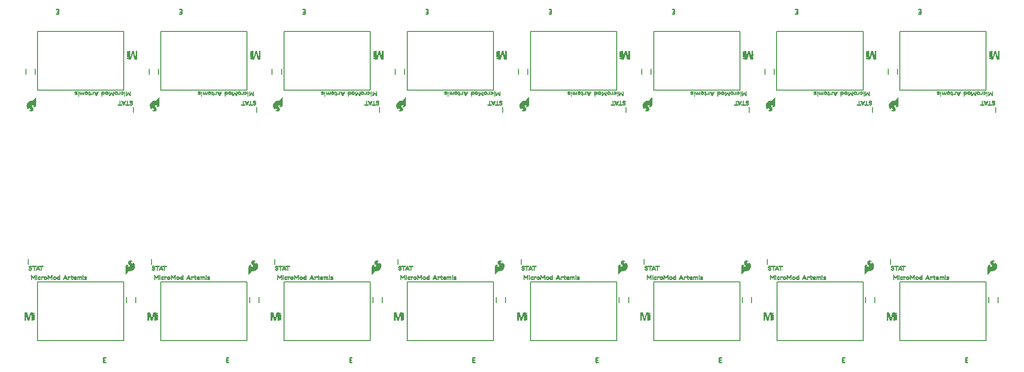
<source format=gto>
G04 EAGLE Gerber RS-274X export*
G75*
%MOMM*%
%FSLAX34Y34*%
%LPD*%
%INSilkscreen Top*%
%IPPOS*%
%AMOC8*
5,1,8,0,0,1.08239X$1,22.5*%
G01*
%ADD10C,0.127000*%
%ADD11C,0.203200*%
%ADD12R,0.130000X0.030000*%
%ADD13R,0.030000X0.030000*%
%ADD14R,0.190000X0.030000*%
%ADD15R,0.160000X0.030000*%
%ADD16R,0.060000X0.030000*%
%ADD17R,0.220000X0.040000*%
%ADD18R,0.190000X0.040000*%
%ADD19R,0.250000X0.030000*%
%ADD20R,0.220000X0.030000*%
%ADD21R,0.290000X0.030000*%
%ADD22R,0.070000X0.030000*%
%ADD23R,0.320000X0.030000*%
%ADD24R,0.350000X0.030000*%
%ADD25R,0.390000X0.040000*%
%ADD26R,0.160000X0.040000*%
%ADD27R,0.440000X0.040000*%
%ADD28R,0.290000X0.040000*%
%ADD29R,0.320000X0.040000*%
%ADD30R,0.420000X0.030000*%
%ADD31R,0.450000X0.030000*%
%ADD32R,0.480000X0.030000*%
%ADD33R,0.260000X0.030000*%
%ADD34R,0.520000X0.030000*%
%ADD35R,0.860000X0.030000*%
%ADD36R,0.510000X0.030000*%
%ADD37R,0.570000X0.030000*%
%ADD38R,0.890000X0.030000*%
%ADD39R,0.250000X0.040000*%
%ADD40R,0.450000X0.040000*%
%ADD41R,0.570000X0.040000*%
%ADD42R,0.890000X0.040000*%
%ADD43R,0.060000X0.040000*%
%ADD44R,0.230000X0.030000*%
%ADD45R,0.200000X0.030000*%
%ADD46R,0.380000X0.030000*%
%ADD47R,0.610000X0.030000*%
%ADD48R,0.600000X0.030000*%
%ADD49R,0.670000X0.030000*%
%ADD50R,0.670000X0.040000*%
%ADD51R,0.200000X0.040000*%
%ADD52R,0.420000X0.040000*%
%ADD53R,0.740000X0.030000*%
%ADD54R,0.540000X0.030000*%
%ADD55R,0.800000X0.030000*%
%ADD56R,0.100000X0.030000*%
%ADD57R,0.260000X0.040000*%
%ADD58R,0.350000X0.040000*%
%ADD59R,0.510000X0.040000*%
%ADD60R,0.480000X0.040000*%
%ADD61R,0.040000X0.030000*%
%ADD62R,0.280000X0.030000*%
%ADD63R,0.360000X0.030000*%
%ADD64R,0.280000X0.040000*%
%ADD65R,0.360000X0.040000*%
%ADD66R,0.440000X0.030000*%
%ADD67R,0.390000X0.030000*%
%ADD68R,0.410000X0.030000*%
%ADD69R,0.900000X0.030000*%
%ADD70R,0.550000X0.030000*%
%ADD71R,0.600000X0.040000*%
%ADD72R,0.610000X0.040000*%
%ADD73R,0.230000X0.040000*%
%ADD74R,0.120000X0.030000*%
%ADD75C,0.228600*%
%ADD76R,0.700000X0.030000*%
%ADD77R,0.710000X0.030000*%
%ADD78R,0.830000X0.030000*%
%ADD79R,0.840000X0.030000*%
%ADD80R,0.840000X0.040000*%
%ADD81R,0.830000X0.040000*%
%ADD82R,0.760000X0.030000*%
%ADD83R,0.770000X0.030000*%
%ADD84R,0.640000X0.030000*%
%ADD85R,0.100000X0.040000*%
%ADD86R,0.710000X0.040000*%
%ADD87R,0.540000X0.040000*%

G36*
X1767371Y186721D02*
X1767371Y186721D01*
X1767433Y186723D01*
X1767455Y186736D01*
X1767481Y186740D01*
X1767552Y186788D01*
X1767585Y186806D01*
X1767591Y186814D01*
X1767601Y186821D01*
X1768101Y187321D01*
X1768120Y187352D01*
X1768158Y187394D01*
X1768434Y187854D01*
X1768901Y188321D01*
X1768909Y188334D01*
X1768924Y188347D01*
X1769413Y188933D01*
X1770601Y190121D01*
X1770608Y190132D01*
X1770621Y190143D01*
X1771811Y191532D01*
X1772768Y192488D01*
X1773666Y193027D01*
X1774163Y193110D01*
X1776032Y193110D01*
X1776058Y193116D01*
X1776095Y193115D01*
X1777295Y193315D01*
X1777310Y193322D01*
X1777332Y193323D01*
X1778432Y193623D01*
X1778449Y193632D01*
X1778473Y193637D01*
X1779473Y194037D01*
X1779495Y194052D01*
X1779528Y194064D01*
X1780528Y194664D01*
X1780548Y194684D01*
X1780582Y194704D01*
X1781382Y195404D01*
X1781389Y195413D01*
X1781401Y195421D01*
X1782201Y196221D01*
X1782212Y196239D01*
X1782232Y196257D01*
X1782932Y197157D01*
X1782943Y197180D01*
X1782964Y197205D01*
X1783964Y199005D01*
X1783975Y199041D01*
X1784000Y199093D01*
X1784500Y200993D01*
X1784501Y201025D01*
X1784512Y201068D01*
X1784612Y202768D01*
X1784605Y202804D01*
X1784606Y202860D01*
X1784306Y204460D01*
X1784297Y204481D01*
X1784293Y204510D01*
X1783793Y206010D01*
X1783774Y206041D01*
X1783753Y206094D01*
X1783053Y207194D01*
X1783034Y207213D01*
X1783016Y207243D01*
X1782791Y207496D01*
X1782453Y207876D01*
X1782216Y208143D01*
X1782184Y208165D01*
X1782134Y208212D01*
X1781334Y208712D01*
X1781304Y208723D01*
X1781284Y208737D01*
X1781249Y208743D01*
X1781204Y208763D01*
X1781187Y208763D01*
X1781170Y208768D01*
X1781138Y208764D01*
X1781132Y208764D01*
X1781124Y208762D01*
X1781101Y208759D01*
X1781031Y208757D01*
X1781016Y208748D01*
X1780998Y208746D01*
X1780968Y208726D01*
X1780963Y208725D01*
X1780949Y208713D01*
X1780940Y208707D01*
X1780879Y208674D01*
X1780869Y208659D01*
X1780854Y208649D01*
X1780838Y208621D01*
X1780830Y208615D01*
X1780816Y208584D01*
X1780779Y208532D01*
X1780776Y208513D01*
X1780768Y208499D01*
X1780766Y208473D01*
X1780759Y208456D01*
X1780760Y208431D01*
X1780752Y208390D01*
X1780752Y207552D01*
X1780680Y207336D01*
X1780620Y207215D01*
X1780427Y207022D01*
X1780270Y206970D01*
X1780079Y206970D01*
X1779365Y207149D01*
X1779023Y207320D01*
X1778752Y207501D01*
X1778382Y207778D01*
X1777828Y208332D01*
X1777485Y208846D01*
X1777412Y209137D01*
X1777412Y209628D01*
X1777484Y209844D01*
X1777562Y209999D01*
X1777712Y210225D01*
X1778033Y210465D01*
X1778356Y210627D01*
X1778807Y210717D01*
X1778814Y210721D01*
X1778824Y210721D01*
X1779179Y210810D01*
X1779642Y210810D01*
X1779762Y210750D01*
X1779777Y210746D01*
X1779790Y210737D01*
X1779924Y210711D01*
X1779931Y210710D01*
X1779932Y210710D01*
X1780032Y210710D01*
X1780057Y210716D01*
X1780083Y210713D01*
X1780141Y210735D01*
X1780201Y210749D01*
X1780221Y210766D01*
X1780245Y210775D01*
X1780287Y210820D01*
X1780334Y210859D01*
X1780345Y210883D01*
X1780362Y210902D01*
X1780380Y210961D01*
X1780405Y211018D01*
X1780404Y211043D01*
X1780412Y211068D01*
X1780401Y211129D01*
X1780399Y211191D01*
X1780386Y211213D01*
X1780382Y211239D01*
X1780334Y211310D01*
X1780316Y211343D01*
X1780308Y211349D01*
X1780301Y211359D01*
X1780201Y211459D01*
X1780181Y211471D01*
X1780160Y211494D01*
X1779760Y211794D01*
X1779734Y211806D01*
X1779702Y211830D01*
X1778302Y212530D01*
X1778290Y212533D01*
X1778281Y212539D01*
X1778252Y212545D01*
X1778215Y212561D01*
X1777315Y212761D01*
X1777281Y212761D01*
X1777232Y212770D01*
X1776232Y212770D01*
X1776204Y212764D01*
X1776164Y212764D01*
X1775064Y212564D01*
X1775029Y212549D01*
X1774972Y212531D01*
X1774957Y212527D01*
X1774954Y212525D01*
X1774950Y212524D01*
X1773850Y211924D01*
X1773830Y211906D01*
X1773799Y211890D01*
X1772899Y211190D01*
X1772879Y211166D01*
X1772810Y211092D01*
X1772310Y210292D01*
X1772298Y210258D01*
X1772271Y210210D01*
X1771971Y209310D01*
X1771968Y209273D01*
X1771952Y209190D01*
X1771952Y208390D01*
X1771959Y208357D01*
X1771961Y208308D01*
X1772161Y207408D01*
X1772178Y207372D01*
X1772200Y207305D01*
X1772700Y206405D01*
X1772722Y206381D01*
X1772746Y206340D01*
X1773446Y205540D01*
X1773447Y205539D01*
X1773448Y205537D01*
X1774248Y204637D01*
X1774256Y204632D01*
X1774263Y204621D01*
X1774905Y203979D01*
X1775152Y203321D01*
X1775152Y202752D01*
X1774993Y202275D01*
X1774672Y201874D01*
X1774176Y201543D01*
X1773485Y201370D01*
X1772770Y201370D01*
X1772341Y201456D01*
X1771946Y201614D01*
X1771428Y202132D01*
X1771277Y202359D01*
X1771212Y202552D01*
X1771212Y202828D01*
X1771264Y202985D01*
X1771737Y203458D01*
X1771952Y203529D01*
X1771972Y203542D01*
X1772002Y203550D01*
X1772402Y203750D01*
X1772431Y203774D01*
X1772501Y203821D01*
X1772601Y203921D01*
X1772614Y203942D01*
X1772633Y203958D01*
X1772659Y204015D01*
X1772692Y204068D01*
X1772695Y204093D01*
X1772705Y204116D01*
X1772703Y204179D01*
X1772709Y204241D01*
X1772700Y204264D01*
X1772699Y204289D01*
X1772669Y204344D01*
X1772647Y204403D01*
X1772629Y204420D01*
X1772617Y204442D01*
X1772547Y204496D01*
X1772520Y204520D01*
X1772511Y204523D01*
X1772502Y204530D01*
X1772102Y204730D01*
X1772087Y204734D01*
X1772074Y204743D01*
X1771940Y204769D01*
X1771934Y204770D01*
X1771933Y204770D01*
X1771932Y204770D01*
X1770732Y204770D01*
X1770706Y204764D01*
X1770670Y204765D01*
X1770070Y204665D01*
X1770064Y204663D01*
X1770057Y204663D01*
X1769557Y204563D01*
X1769531Y204551D01*
X1769491Y204543D01*
X1768991Y204343D01*
X1768960Y204321D01*
X1768904Y204294D01*
X1768504Y203994D01*
X1768500Y203990D01*
X1768494Y203987D01*
X1767994Y203587D01*
X1767977Y203564D01*
X1767906Y203486D01*
X1767306Y202486D01*
X1767294Y202450D01*
X1767266Y202394D01*
X1767066Y201694D01*
X1767065Y201669D01*
X1767055Y201637D01*
X1766955Y200837D01*
X1766957Y200816D01*
X1766952Y200790D01*
X1766952Y187090D01*
X1766958Y187065D01*
X1766955Y187039D01*
X1766977Y186982D01*
X1766991Y186921D01*
X1767008Y186901D01*
X1767017Y186877D01*
X1767062Y186835D01*
X1767101Y186788D01*
X1767125Y186777D01*
X1767144Y186760D01*
X1767203Y186742D01*
X1767260Y186717D01*
X1767285Y186718D01*
X1767310Y186710D01*
X1767371Y186721D01*
G37*
G36*
X1542302Y186721D02*
X1542302Y186721D01*
X1542363Y186723D01*
X1542386Y186736D01*
X1542411Y186740D01*
X1542483Y186788D01*
X1542516Y186806D01*
X1542521Y186814D01*
X1542531Y186821D01*
X1543031Y187321D01*
X1543051Y187352D01*
X1543089Y187394D01*
X1543365Y187854D01*
X1543831Y188321D01*
X1543840Y188334D01*
X1543855Y188347D01*
X1544344Y188933D01*
X1545531Y190121D01*
X1545538Y190132D01*
X1545551Y190143D01*
X1546742Y191532D01*
X1547698Y192488D01*
X1548596Y193027D01*
X1549094Y193110D01*
X1550963Y193110D01*
X1550989Y193116D01*
X1551025Y193115D01*
X1552225Y193315D01*
X1552241Y193322D01*
X1552263Y193323D01*
X1553363Y193623D01*
X1553380Y193632D01*
X1553404Y193637D01*
X1554404Y194037D01*
X1554425Y194052D01*
X1554458Y194064D01*
X1555458Y194664D01*
X1555479Y194684D01*
X1555513Y194704D01*
X1556313Y195404D01*
X1556320Y195413D01*
X1556331Y195421D01*
X1557131Y196221D01*
X1557142Y196239D01*
X1557163Y196257D01*
X1557863Y197157D01*
X1557873Y197180D01*
X1557895Y197205D01*
X1558895Y199005D01*
X1558905Y199041D01*
X1558930Y199093D01*
X1559430Y200993D01*
X1559431Y201025D01*
X1559442Y201068D01*
X1559542Y202768D01*
X1559536Y202804D01*
X1559536Y202860D01*
X1559236Y204460D01*
X1559227Y204481D01*
X1559223Y204510D01*
X1558723Y206010D01*
X1558704Y206041D01*
X1558683Y206094D01*
X1557983Y207194D01*
X1557965Y207213D01*
X1557947Y207243D01*
X1557721Y207496D01*
X1557383Y207876D01*
X1557147Y208143D01*
X1557115Y208165D01*
X1557064Y208212D01*
X1556264Y208712D01*
X1556234Y208723D01*
X1556214Y208737D01*
X1556179Y208743D01*
X1556135Y208763D01*
X1556117Y208763D01*
X1556100Y208768D01*
X1556069Y208764D01*
X1556063Y208764D01*
X1556055Y208762D01*
X1556031Y208759D01*
X1555962Y208757D01*
X1555946Y208748D01*
X1555928Y208746D01*
X1555899Y208726D01*
X1555894Y208725D01*
X1555880Y208713D01*
X1555871Y208707D01*
X1555810Y208674D01*
X1555799Y208659D01*
X1555784Y208649D01*
X1555768Y208621D01*
X1555760Y208615D01*
X1555747Y208584D01*
X1555710Y208532D01*
X1555706Y208513D01*
X1555698Y208499D01*
X1555697Y208473D01*
X1555689Y208456D01*
X1555690Y208431D01*
X1555682Y208390D01*
X1555682Y207552D01*
X1555610Y207336D01*
X1555550Y207215D01*
X1555357Y207022D01*
X1555201Y206970D01*
X1555009Y206970D01*
X1554295Y207149D01*
X1553954Y207320D01*
X1553682Y207501D01*
X1553312Y207778D01*
X1552758Y208332D01*
X1552416Y208846D01*
X1552343Y209137D01*
X1552343Y209628D01*
X1552415Y209844D01*
X1552492Y209999D01*
X1552643Y210225D01*
X1552963Y210465D01*
X1553287Y210627D01*
X1553737Y210717D01*
X1553745Y210721D01*
X1553755Y210721D01*
X1554109Y210810D01*
X1554573Y210810D01*
X1554693Y210750D01*
X1554708Y210746D01*
X1554720Y210737D01*
X1554854Y210711D01*
X1554861Y210710D01*
X1554862Y210710D01*
X1554863Y210710D01*
X1554963Y210710D01*
X1554988Y210716D01*
X1555013Y210713D01*
X1555071Y210735D01*
X1555131Y210749D01*
X1555151Y210766D01*
X1555175Y210775D01*
X1555217Y210820D01*
X1555265Y210859D01*
X1555276Y210883D01*
X1555293Y210902D01*
X1555311Y210961D01*
X1555336Y211018D01*
X1555335Y211043D01*
X1555342Y211068D01*
X1555332Y211129D01*
X1555329Y211191D01*
X1555317Y211213D01*
X1555313Y211239D01*
X1555264Y211310D01*
X1555247Y211343D01*
X1555238Y211349D01*
X1555231Y211359D01*
X1555131Y211459D01*
X1555111Y211471D01*
X1555091Y211494D01*
X1554691Y211794D01*
X1554664Y211806D01*
X1554633Y211830D01*
X1553233Y212530D01*
X1553221Y212533D01*
X1553212Y212539D01*
X1553183Y212545D01*
X1553145Y212561D01*
X1552245Y212761D01*
X1552211Y212761D01*
X1552163Y212770D01*
X1551163Y212770D01*
X1551134Y212764D01*
X1551095Y212764D01*
X1549995Y212564D01*
X1549960Y212549D01*
X1549902Y212531D01*
X1549887Y212527D01*
X1549885Y212525D01*
X1549881Y212524D01*
X1548781Y211924D01*
X1548761Y211906D01*
X1548729Y211890D01*
X1547829Y211190D01*
X1547810Y211166D01*
X1547740Y211092D01*
X1547240Y210292D01*
X1547229Y210258D01*
X1547202Y210210D01*
X1546902Y209310D01*
X1546898Y209273D01*
X1546882Y209190D01*
X1546882Y208390D01*
X1546890Y208357D01*
X1546891Y208308D01*
X1547091Y207408D01*
X1547108Y207372D01*
X1547130Y207305D01*
X1547630Y206405D01*
X1547652Y206381D01*
X1547676Y206340D01*
X1548376Y205540D01*
X1548378Y205539D01*
X1548378Y205537D01*
X1549178Y204637D01*
X1549187Y204632D01*
X1549194Y204621D01*
X1549836Y203979D01*
X1550082Y203321D01*
X1550082Y202752D01*
X1549923Y202275D01*
X1549603Y201874D01*
X1549107Y201543D01*
X1548416Y201370D01*
X1547700Y201370D01*
X1547271Y201456D01*
X1546876Y201614D01*
X1546358Y202132D01*
X1546207Y202359D01*
X1546143Y202552D01*
X1546143Y202828D01*
X1546195Y202985D01*
X1546668Y203458D01*
X1546883Y203529D01*
X1546903Y203542D01*
X1546933Y203550D01*
X1547333Y203750D01*
X1547362Y203774D01*
X1547431Y203821D01*
X1547531Y203921D01*
X1547545Y203942D01*
X1547564Y203958D01*
X1547590Y204015D01*
X1547623Y204068D01*
X1547625Y204093D01*
X1547636Y204116D01*
X1547633Y204179D01*
X1547639Y204241D01*
X1547631Y204264D01*
X1547630Y204289D01*
X1547600Y204344D01*
X1547578Y204403D01*
X1547559Y204420D01*
X1547548Y204442D01*
X1547478Y204496D01*
X1547451Y204520D01*
X1547442Y204523D01*
X1547433Y204530D01*
X1547033Y204730D01*
X1547018Y204734D01*
X1547005Y204743D01*
X1546871Y204769D01*
X1546864Y204770D01*
X1546863Y204770D01*
X1545663Y204770D01*
X1545636Y204764D01*
X1545600Y204765D01*
X1545000Y204665D01*
X1544995Y204663D01*
X1544988Y204663D01*
X1544488Y204563D01*
X1544461Y204551D01*
X1544421Y204543D01*
X1543921Y204343D01*
X1543890Y204321D01*
X1543834Y204294D01*
X1543434Y203994D01*
X1543431Y203990D01*
X1543425Y203987D01*
X1542925Y203587D01*
X1542907Y203564D01*
X1542837Y203486D01*
X1542237Y202486D01*
X1542225Y202450D01*
X1542197Y202394D01*
X1541997Y201694D01*
X1541996Y201669D01*
X1541985Y201637D01*
X1541885Y200837D01*
X1541887Y200816D01*
X1541882Y200790D01*
X1541882Y187090D01*
X1541888Y187065D01*
X1541886Y187039D01*
X1541908Y186982D01*
X1541922Y186921D01*
X1541938Y186901D01*
X1541947Y186877D01*
X1541993Y186835D01*
X1542032Y186788D01*
X1542056Y186777D01*
X1542075Y186760D01*
X1542134Y186742D01*
X1542190Y186717D01*
X1542216Y186718D01*
X1542241Y186710D01*
X1542302Y186721D01*
G37*
G36*
X1317207Y186721D02*
X1317207Y186721D01*
X1317269Y186723D01*
X1317291Y186736D01*
X1317317Y186740D01*
X1317388Y186788D01*
X1317421Y186806D01*
X1317426Y186814D01*
X1317437Y186821D01*
X1317937Y187321D01*
X1317956Y187352D01*
X1317994Y187394D01*
X1318270Y187854D01*
X1318737Y188321D01*
X1318745Y188334D01*
X1318760Y188347D01*
X1319249Y188933D01*
X1320437Y190121D01*
X1320444Y190132D01*
X1320457Y190143D01*
X1321647Y191532D01*
X1322604Y192488D01*
X1323502Y193027D01*
X1323999Y193110D01*
X1325868Y193110D01*
X1325894Y193116D01*
X1325930Y193115D01*
X1327130Y193315D01*
X1327146Y193322D01*
X1327168Y193323D01*
X1328268Y193623D01*
X1328285Y193632D01*
X1328309Y193637D01*
X1329309Y194037D01*
X1329331Y194052D01*
X1329363Y194064D01*
X1330363Y194664D01*
X1330384Y194684D01*
X1330418Y194704D01*
X1331218Y195404D01*
X1331225Y195413D01*
X1331237Y195421D01*
X1332037Y196221D01*
X1332048Y196239D01*
X1332068Y196257D01*
X1332768Y197157D01*
X1332779Y197180D01*
X1332800Y197205D01*
X1333800Y199005D01*
X1333810Y199041D01*
X1333836Y199093D01*
X1334336Y200993D01*
X1334336Y201025D01*
X1334347Y201068D01*
X1334447Y202768D01*
X1334441Y202804D01*
X1334442Y202860D01*
X1334142Y204460D01*
X1334132Y204481D01*
X1334129Y204510D01*
X1333629Y206010D01*
X1333609Y206041D01*
X1333589Y206094D01*
X1332889Y207194D01*
X1332870Y207213D01*
X1332852Y207243D01*
X1332627Y207496D01*
X1332289Y207876D01*
X1332052Y208143D01*
X1332020Y208165D01*
X1331969Y208212D01*
X1331169Y208712D01*
X1331140Y208723D01*
X1331120Y208737D01*
X1331084Y208743D01*
X1331040Y208763D01*
X1331022Y208763D01*
X1331005Y208768D01*
X1330974Y208764D01*
X1330968Y208764D01*
X1330960Y208762D01*
X1330936Y208759D01*
X1330867Y208757D01*
X1330851Y208748D01*
X1330834Y208746D01*
X1330804Y208726D01*
X1330799Y208725D01*
X1330785Y208713D01*
X1330776Y208707D01*
X1330715Y208674D01*
X1330705Y208659D01*
X1330690Y208649D01*
X1330674Y208621D01*
X1330665Y208615D01*
X1330652Y208584D01*
X1330615Y208532D01*
X1330611Y208513D01*
X1330604Y208499D01*
X1330602Y208473D01*
X1330595Y208456D01*
X1330596Y208431D01*
X1330588Y208390D01*
X1330588Y207552D01*
X1330516Y207336D01*
X1330455Y207215D01*
X1330262Y207022D01*
X1330106Y206970D01*
X1329915Y206970D01*
X1329200Y207149D01*
X1328859Y207320D01*
X1328587Y207501D01*
X1328218Y207778D01*
X1327663Y208332D01*
X1327321Y208846D01*
X1327248Y209137D01*
X1327248Y209628D01*
X1327320Y209844D01*
X1327397Y209999D01*
X1327548Y210225D01*
X1327869Y210465D01*
X1328192Y210627D01*
X1328642Y210717D01*
X1328650Y210721D01*
X1328660Y210721D01*
X1329015Y210810D01*
X1329478Y210810D01*
X1329598Y210750D01*
X1329613Y210746D01*
X1329626Y210737D01*
X1329760Y210711D01*
X1329766Y210710D01*
X1329767Y210710D01*
X1329768Y210710D01*
X1329868Y210710D01*
X1329893Y210716D01*
X1329919Y210713D01*
X1329976Y210735D01*
X1330037Y210749D01*
X1330056Y210766D01*
X1330081Y210775D01*
X1330123Y210820D01*
X1330170Y210859D01*
X1330181Y210883D01*
X1330198Y210902D01*
X1330216Y210961D01*
X1330241Y211018D01*
X1330240Y211043D01*
X1330247Y211068D01*
X1330237Y211129D01*
X1330235Y211191D01*
X1330222Y211213D01*
X1330218Y211239D01*
X1330170Y211310D01*
X1330152Y211343D01*
X1330144Y211349D01*
X1330137Y211359D01*
X1330037Y211459D01*
X1330017Y211471D01*
X1329996Y211494D01*
X1329596Y211794D01*
X1329569Y211806D01*
X1329538Y211830D01*
X1328138Y212530D01*
X1328126Y212533D01*
X1328117Y212539D01*
X1328088Y212545D01*
X1328050Y212561D01*
X1327150Y212761D01*
X1327116Y212761D01*
X1327068Y212770D01*
X1326068Y212770D01*
X1326040Y212764D01*
X1326000Y212764D01*
X1324900Y212564D01*
X1324865Y212549D01*
X1324808Y212531D01*
X1324793Y212527D01*
X1324790Y212525D01*
X1324786Y212524D01*
X1323686Y211924D01*
X1323666Y211906D01*
X1323634Y211890D01*
X1322734Y211190D01*
X1322715Y211166D01*
X1322645Y211092D01*
X1322145Y210292D01*
X1322134Y210258D01*
X1322107Y210210D01*
X1321807Y209310D01*
X1321804Y209273D01*
X1321788Y209190D01*
X1321788Y208390D01*
X1321795Y208357D01*
X1321797Y208308D01*
X1321997Y207408D01*
X1322014Y207372D01*
X1322035Y207305D01*
X1322535Y206405D01*
X1322558Y206381D01*
X1322582Y206340D01*
X1323282Y205540D01*
X1323283Y205539D01*
X1323284Y205537D01*
X1324084Y204637D01*
X1324092Y204632D01*
X1324099Y204621D01*
X1324741Y203979D01*
X1324988Y203321D01*
X1324988Y202752D01*
X1324829Y202275D01*
X1324508Y201874D01*
X1324012Y201543D01*
X1323321Y201370D01*
X1322606Y201370D01*
X1322177Y201456D01*
X1321781Y201614D01*
X1321263Y202132D01*
X1321112Y202359D01*
X1321048Y202552D01*
X1321048Y202828D01*
X1321100Y202985D01*
X1321573Y203458D01*
X1321788Y203529D01*
X1321808Y203542D01*
X1321838Y203550D01*
X1322238Y203750D01*
X1322267Y203774D01*
X1322337Y203821D01*
X1322437Y203921D01*
X1322450Y203942D01*
X1322469Y203958D01*
X1322495Y204015D01*
X1322528Y204068D01*
X1322530Y204093D01*
X1322541Y204116D01*
X1322539Y204179D01*
X1322545Y204241D01*
X1322536Y204264D01*
X1322535Y204289D01*
X1322505Y204344D01*
X1322483Y204403D01*
X1322465Y204420D01*
X1322453Y204442D01*
X1322383Y204496D01*
X1322356Y204520D01*
X1322347Y204523D01*
X1322338Y204530D01*
X1321938Y204730D01*
X1321923Y204734D01*
X1321910Y204743D01*
X1321776Y204769D01*
X1321769Y204770D01*
X1321768Y204770D01*
X1320568Y204770D01*
X1320542Y204764D01*
X1320505Y204765D01*
X1319905Y204665D01*
X1319900Y204663D01*
X1319893Y204663D01*
X1319393Y204563D01*
X1319366Y204551D01*
X1319327Y204543D01*
X1318827Y204343D01*
X1318795Y204321D01*
X1318740Y204294D01*
X1318340Y203994D01*
X1318336Y203990D01*
X1318330Y203987D01*
X1317830Y203587D01*
X1317813Y203564D01*
X1317742Y203486D01*
X1317142Y202486D01*
X1317130Y202450D01*
X1317102Y202394D01*
X1316902Y201694D01*
X1316901Y201669D01*
X1316891Y201637D01*
X1316791Y200837D01*
X1316793Y200816D01*
X1316788Y200790D01*
X1316788Y187090D01*
X1316793Y187065D01*
X1316791Y187039D01*
X1316813Y186982D01*
X1316827Y186921D01*
X1316843Y186901D01*
X1316853Y186877D01*
X1316898Y186835D01*
X1316937Y186788D01*
X1316961Y186777D01*
X1316980Y186760D01*
X1317039Y186742D01*
X1317095Y186717D01*
X1317121Y186718D01*
X1317146Y186710D01*
X1317207Y186721D01*
G37*
G36*
X416878Y186721D02*
X416878Y186721D01*
X416940Y186723D01*
X416963Y186736D01*
X416988Y186740D01*
X417060Y186788D01*
X417092Y186806D01*
X417098Y186814D01*
X417108Y186821D01*
X417608Y187321D01*
X417628Y187352D01*
X417665Y187394D01*
X417941Y187854D01*
X418408Y188321D01*
X418416Y188334D01*
X418432Y188347D01*
X418921Y188933D01*
X420108Y190121D01*
X420115Y190132D01*
X420128Y190143D01*
X421319Y191532D01*
X422275Y192488D01*
X423173Y193027D01*
X423671Y193110D01*
X425539Y193110D01*
X425566Y193116D01*
X425602Y193115D01*
X426802Y193315D01*
X426818Y193322D01*
X426839Y193323D01*
X427939Y193623D01*
X427956Y193632D01*
X427981Y193637D01*
X428981Y194037D01*
X429002Y194052D01*
X429035Y194064D01*
X430035Y194664D01*
X430056Y194684D01*
X430090Y194704D01*
X430890Y195404D01*
X430897Y195413D01*
X430908Y195421D01*
X431708Y196221D01*
X431719Y196239D01*
X431740Y196257D01*
X432440Y197157D01*
X432450Y197180D01*
X432472Y197205D01*
X433472Y199005D01*
X433482Y199041D01*
X433507Y199093D01*
X434007Y200993D01*
X434008Y201025D01*
X434019Y201068D01*
X434119Y202768D01*
X434113Y202804D01*
X434113Y202860D01*
X433813Y204460D01*
X433804Y204481D01*
X433800Y204510D01*
X433300Y206010D01*
X433281Y206041D01*
X433260Y206094D01*
X432560Y207194D01*
X432541Y207213D01*
X432524Y207243D01*
X432298Y207496D01*
X431960Y207876D01*
X431724Y208143D01*
X431692Y208165D01*
X431641Y208212D01*
X430841Y208712D01*
X430811Y208723D01*
X430791Y208737D01*
X430756Y208743D01*
X430712Y208763D01*
X430694Y208763D01*
X430677Y208768D01*
X430645Y208764D01*
X430639Y208764D01*
X430632Y208762D01*
X430608Y208759D01*
X430539Y208757D01*
X430523Y208748D01*
X430505Y208746D01*
X430476Y208726D01*
X430471Y208725D01*
X430457Y208713D01*
X430447Y208707D01*
X430387Y208674D01*
X430376Y208659D01*
X430361Y208649D01*
X430345Y208621D01*
X430337Y208615D01*
X430324Y208584D01*
X430287Y208532D01*
X430283Y208513D01*
X430275Y208499D01*
X430274Y208473D01*
X430266Y208456D01*
X430267Y208431D01*
X430259Y208390D01*
X430259Y207552D01*
X430187Y207336D01*
X430127Y207215D01*
X429934Y207022D01*
X429778Y206970D01*
X429586Y206970D01*
X428872Y207149D01*
X428531Y207320D01*
X428259Y207501D01*
X427889Y207778D01*
X427335Y208332D01*
X426992Y208846D01*
X426920Y209137D01*
X426920Y209628D01*
X426992Y209844D01*
X427069Y209999D01*
X427220Y210225D01*
X427540Y210465D01*
X427864Y210627D01*
X428314Y210717D01*
X428322Y210721D01*
X428332Y210721D01*
X428686Y210810D01*
X429150Y210810D01*
X429269Y210750D01*
X429284Y210746D01*
X429297Y210737D01*
X429431Y210711D01*
X429438Y210710D01*
X429439Y210710D01*
X429539Y210710D01*
X429565Y210716D01*
X429590Y210713D01*
X429648Y210735D01*
X429708Y210749D01*
X429728Y210766D01*
X429752Y210775D01*
X429794Y210820D01*
X429842Y210859D01*
X429852Y210883D01*
X429870Y210902D01*
X429887Y210961D01*
X429913Y211018D01*
X429912Y211043D01*
X429919Y211068D01*
X429908Y211129D01*
X429906Y211191D01*
X429894Y211213D01*
X429889Y211239D01*
X429841Y211310D01*
X429823Y211343D01*
X429815Y211349D01*
X429808Y211359D01*
X429708Y211459D01*
X429688Y211471D01*
X429668Y211494D01*
X429268Y211794D01*
X429241Y211806D01*
X429209Y211830D01*
X427809Y212530D01*
X427797Y212533D01*
X427789Y212539D01*
X427760Y212545D01*
X427722Y212561D01*
X426822Y212761D01*
X426788Y212761D01*
X426739Y212770D01*
X425739Y212770D01*
X425711Y212764D01*
X425671Y212764D01*
X424571Y212564D01*
X424536Y212549D01*
X424479Y212531D01*
X424464Y212527D01*
X424462Y212525D01*
X424457Y212524D01*
X423357Y211924D01*
X423338Y211906D01*
X423306Y211890D01*
X422406Y211190D01*
X422387Y211166D01*
X422317Y211092D01*
X421817Y210292D01*
X421805Y210258D01*
X421779Y210210D01*
X421479Y209310D01*
X421475Y209273D01*
X421459Y209190D01*
X421459Y208390D01*
X421467Y208357D01*
X421468Y208308D01*
X421668Y207408D01*
X421685Y207372D01*
X421707Y207305D01*
X422207Y206405D01*
X422229Y206381D01*
X422253Y206340D01*
X422953Y205540D01*
X422954Y205539D01*
X422955Y205537D01*
X423755Y204637D01*
X423764Y204632D01*
X423771Y204621D01*
X424412Y203979D01*
X424659Y203321D01*
X424659Y202752D01*
X424500Y202275D01*
X424179Y201874D01*
X423683Y201543D01*
X422993Y201370D01*
X422277Y201370D01*
X421848Y201456D01*
X421453Y201614D01*
X420935Y202132D01*
X420784Y202359D01*
X420720Y202552D01*
X420720Y202828D01*
X420772Y202985D01*
X421245Y203458D01*
X421460Y203529D01*
X421480Y203542D01*
X421509Y203550D01*
X421909Y203750D01*
X421938Y203774D01*
X422008Y203821D01*
X422108Y203921D01*
X422121Y203942D01*
X422141Y203958D01*
X422167Y204015D01*
X422200Y204068D01*
X422202Y204093D01*
X422212Y204116D01*
X422210Y204179D01*
X422216Y204241D01*
X422207Y204264D01*
X422206Y204289D01*
X422177Y204344D01*
X422155Y204403D01*
X422136Y204420D01*
X422124Y204442D01*
X422054Y204496D01*
X422028Y204520D01*
X422019Y204523D01*
X422009Y204530D01*
X421609Y204730D01*
X421594Y204734D01*
X421582Y204743D01*
X421448Y204769D01*
X421441Y204770D01*
X421440Y204770D01*
X421439Y204770D01*
X420239Y204770D01*
X420213Y204764D01*
X420177Y204765D01*
X419577Y204665D01*
X419572Y204663D01*
X419565Y204663D01*
X419065Y204563D01*
X419038Y204551D01*
X418998Y204543D01*
X418498Y204343D01*
X418467Y204321D01*
X418411Y204294D01*
X418011Y203994D01*
X418008Y203990D01*
X418002Y203987D01*
X417502Y203587D01*
X417484Y203564D01*
X417413Y203486D01*
X416813Y202486D01*
X416802Y202450D01*
X416774Y202394D01*
X416574Y201694D01*
X416573Y201669D01*
X416562Y201637D01*
X416462Y200837D01*
X416464Y200816D01*
X416459Y200790D01*
X416459Y187090D01*
X416465Y187065D01*
X416463Y187039D01*
X416485Y186982D01*
X416499Y186921D01*
X416515Y186901D01*
X416524Y186877D01*
X416570Y186835D01*
X416609Y186788D01*
X416632Y186777D01*
X416651Y186760D01*
X416711Y186742D01*
X416767Y186717D01*
X416793Y186718D01*
X416817Y186710D01*
X416878Y186721D01*
G37*
G36*
X641973Y186721D02*
X641973Y186721D01*
X642035Y186723D01*
X642058Y186736D01*
X642083Y186740D01*
X642154Y186788D01*
X642187Y186806D01*
X642193Y186814D01*
X642203Y186821D01*
X642703Y187321D01*
X642722Y187352D01*
X642760Y187394D01*
X643036Y187854D01*
X643503Y188321D01*
X643511Y188334D01*
X643526Y188347D01*
X644015Y188933D01*
X645203Y190121D01*
X645210Y190132D01*
X645223Y190143D01*
X646414Y191532D01*
X647370Y192488D01*
X648268Y193027D01*
X648766Y193110D01*
X650634Y193110D01*
X650660Y193116D01*
X650697Y193115D01*
X651897Y193315D01*
X651913Y193322D01*
X651934Y193323D01*
X653034Y193623D01*
X653051Y193632D01*
X653075Y193637D01*
X654075Y194037D01*
X654097Y194052D01*
X654130Y194064D01*
X655130Y194664D01*
X655150Y194684D01*
X655185Y194704D01*
X655985Y195404D01*
X655991Y195413D01*
X656003Y195421D01*
X656803Y196221D01*
X656814Y196239D01*
X656834Y196257D01*
X657534Y197157D01*
X657545Y197180D01*
X657567Y197205D01*
X658567Y199005D01*
X658577Y199041D01*
X658602Y199093D01*
X659102Y200993D01*
X659103Y201025D01*
X659114Y201068D01*
X659214Y202768D01*
X659208Y202804D01*
X659208Y202860D01*
X658908Y204460D01*
X658899Y204481D01*
X658895Y204510D01*
X658395Y206010D01*
X658376Y206041D01*
X658355Y206094D01*
X657655Y207194D01*
X657636Y207213D01*
X657618Y207243D01*
X657393Y207496D01*
X657055Y207876D01*
X656818Y208143D01*
X656786Y208165D01*
X656736Y208212D01*
X655936Y208712D01*
X655906Y208723D01*
X655886Y208737D01*
X655851Y208743D01*
X655807Y208763D01*
X655789Y208763D01*
X655772Y208768D01*
X655740Y208764D01*
X655734Y208764D01*
X655726Y208762D01*
X655703Y208759D01*
X655634Y208757D01*
X655618Y208748D01*
X655600Y208746D01*
X655570Y208726D01*
X655565Y208725D01*
X655552Y208713D01*
X655542Y208707D01*
X655481Y208674D01*
X655471Y208659D01*
X655456Y208649D01*
X655440Y208621D01*
X655432Y208615D01*
X655418Y208584D01*
X655382Y208532D01*
X655378Y208513D01*
X655370Y208499D01*
X655368Y208473D01*
X655361Y208456D01*
X655362Y208431D01*
X655354Y208390D01*
X655354Y207552D01*
X655282Y207336D01*
X655222Y207215D01*
X655029Y207022D01*
X654872Y206970D01*
X654681Y206970D01*
X653967Y207149D01*
X653625Y207320D01*
X653354Y207501D01*
X652984Y207778D01*
X652430Y208332D01*
X652087Y208846D01*
X652014Y209137D01*
X652014Y209628D01*
X652086Y209844D01*
X652164Y209999D01*
X652314Y210225D01*
X652635Y210465D01*
X652959Y210627D01*
X653409Y210717D01*
X653416Y210721D01*
X653426Y210721D01*
X653781Y210810D01*
X654244Y210810D01*
X654364Y210750D01*
X654379Y210746D01*
X654392Y210737D01*
X654526Y210711D01*
X654533Y210710D01*
X654534Y210710D01*
X654634Y210710D01*
X654659Y210716D01*
X654685Y210713D01*
X654743Y210735D01*
X654803Y210749D01*
X654823Y210766D01*
X654847Y210775D01*
X654889Y210820D01*
X654937Y210859D01*
X654947Y210883D01*
X654965Y210902D01*
X654982Y210961D01*
X655007Y211018D01*
X655007Y211043D01*
X655014Y211068D01*
X655003Y211129D01*
X655001Y211191D01*
X654989Y211213D01*
X654984Y211239D01*
X654936Y211310D01*
X654918Y211343D01*
X654910Y211349D01*
X654903Y211359D01*
X654803Y211459D01*
X654783Y211471D01*
X654762Y211494D01*
X654362Y211794D01*
X654336Y211806D01*
X654304Y211830D01*
X652904Y212530D01*
X652892Y212533D01*
X652883Y212539D01*
X652854Y212545D01*
X652817Y212561D01*
X651917Y212761D01*
X651883Y212761D01*
X651834Y212770D01*
X650834Y212770D01*
X650806Y212764D01*
X650766Y212764D01*
X649666Y212564D01*
X649631Y212549D01*
X649574Y212531D01*
X649559Y212527D01*
X649557Y212525D01*
X649552Y212524D01*
X648452Y211924D01*
X648432Y211906D01*
X648401Y211890D01*
X647501Y211190D01*
X647482Y211166D01*
X647412Y211092D01*
X646912Y210292D01*
X646900Y210258D01*
X646873Y210210D01*
X646573Y209310D01*
X646570Y209273D01*
X646554Y209190D01*
X646554Y208390D01*
X646562Y208357D01*
X646563Y208308D01*
X646763Y207408D01*
X646780Y207372D01*
X646802Y207305D01*
X647302Y206405D01*
X647324Y206381D01*
X647348Y206340D01*
X648048Y205540D01*
X648049Y205539D01*
X648050Y205537D01*
X648850Y204637D01*
X648858Y204632D01*
X648865Y204621D01*
X649507Y203979D01*
X649754Y203321D01*
X649754Y202752D01*
X649595Y202275D01*
X649274Y201874D01*
X648778Y201543D01*
X648087Y201370D01*
X647372Y201370D01*
X646943Y201456D01*
X646548Y201614D01*
X646030Y202132D01*
X645879Y202359D01*
X645814Y202552D01*
X645814Y202828D01*
X645867Y202985D01*
X646340Y203458D01*
X646554Y203529D01*
X646575Y203542D01*
X646604Y203550D01*
X647004Y203750D01*
X647033Y203774D01*
X647103Y203821D01*
X647203Y203921D01*
X647216Y203942D01*
X647236Y203958D01*
X647262Y204015D01*
X647294Y204068D01*
X647297Y204093D01*
X647307Y204116D01*
X647305Y204179D01*
X647311Y204241D01*
X647302Y204264D01*
X647301Y204289D01*
X647272Y204344D01*
X647249Y204403D01*
X647231Y204420D01*
X647219Y204442D01*
X647149Y204496D01*
X647122Y204520D01*
X647113Y204523D01*
X647104Y204530D01*
X646704Y204730D01*
X646689Y204734D01*
X646676Y204743D01*
X646542Y204769D01*
X646536Y204770D01*
X646535Y204770D01*
X646534Y204770D01*
X645334Y204770D01*
X645308Y204764D01*
X645272Y204765D01*
X644672Y204665D01*
X644667Y204663D01*
X644660Y204663D01*
X644160Y204563D01*
X644133Y204551D01*
X644093Y204543D01*
X643593Y204343D01*
X643562Y204321D01*
X643506Y204294D01*
X643106Y203994D01*
X643103Y203990D01*
X643097Y203987D01*
X642597Y203587D01*
X642579Y203564D01*
X642508Y203486D01*
X641908Y202486D01*
X641897Y202450D01*
X641869Y202394D01*
X641669Y201694D01*
X641667Y201669D01*
X641657Y201637D01*
X641557Y200837D01*
X641559Y200816D01*
X641554Y200790D01*
X641554Y187090D01*
X641560Y187065D01*
X641557Y187039D01*
X641579Y186982D01*
X641593Y186921D01*
X641610Y186901D01*
X641619Y186877D01*
X641664Y186835D01*
X641704Y186788D01*
X641727Y186777D01*
X641746Y186760D01*
X641805Y186742D01*
X641862Y186717D01*
X641888Y186718D01*
X641912Y186710D01*
X641973Y186721D01*
G37*
G36*
X1092137Y186721D02*
X1092137Y186721D01*
X1092199Y186723D01*
X1092222Y186736D01*
X1092247Y186740D01*
X1092319Y186788D01*
X1092351Y186806D01*
X1092357Y186814D01*
X1092367Y186821D01*
X1092867Y187321D01*
X1092887Y187352D01*
X1092924Y187394D01*
X1093200Y187854D01*
X1093667Y188321D01*
X1093675Y188334D01*
X1093691Y188347D01*
X1094180Y188933D01*
X1095367Y190121D01*
X1095374Y190132D01*
X1095387Y190143D01*
X1096578Y191532D01*
X1097534Y192488D01*
X1098432Y193027D01*
X1098930Y193110D01*
X1100798Y193110D01*
X1100825Y193116D01*
X1100861Y193115D01*
X1102061Y193315D01*
X1102077Y193322D01*
X1102098Y193323D01*
X1103198Y193623D01*
X1103215Y193632D01*
X1103240Y193637D01*
X1104240Y194037D01*
X1104261Y194052D01*
X1104294Y194064D01*
X1105294Y194664D01*
X1105315Y194684D01*
X1105349Y194704D01*
X1106149Y195404D01*
X1106156Y195413D01*
X1106167Y195421D01*
X1106967Y196221D01*
X1106978Y196239D01*
X1106999Y196257D01*
X1107699Y197157D01*
X1107709Y197180D01*
X1107731Y197205D01*
X1108731Y199005D01*
X1108741Y199041D01*
X1108766Y199093D01*
X1109266Y200993D01*
X1109267Y201025D01*
X1109278Y201068D01*
X1109378Y202768D01*
X1109372Y202804D01*
X1109372Y202860D01*
X1109072Y204460D01*
X1109063Y204481D01*
X1109059Y204510D01*
X1108559Y206010D01*
X1108540Y206041D01*
X1108519Y206094D01*
X1107819Y207194D01*
X1107800Y207213D01*
X1107783Y207243D01*
X1107557Y207496D01*
X1107219Y207876D01*
X1106983Y208143D01*
X1106951Y208165D01*
X1106900Y208212D01*
X1106100Y208712D01*
X1106070Y208723D01*
X1106050Y208737D01*
X1106015Y208743D01*
X1105971Y208763D01*
X1105953Y208763D01*
X1105936Y208768D01*
X1105904Y208764D01*
X1105898Y208764D01*
X1105891Y208762D01*
X1105867Y208759D01*
X1105798Y208757D01*
X1105782Y208748D01*
X1105764Y208746D01*
X1105735Y208726D01*
X1105730Y208725D01*
X1105716Y208713D01*
X1105706Y208707D01*
X1105646Y208674D01*
X1105635Y208659D01*
X1105620Y208649D01*
X1105604Y208621D01*
X1105596Y208615D01*
X1105583Y208584D01*
X1105546Y208532D01*
X1105542Y208513D01*
X1105534Y208499D01*
X1105533Y208473D01*
X1105525Y208456D01*
X1105526Y208431D01*
X1105518Y208390D01*
X1105518Y207552D01*
X1105446Y207336D01*
X1105386Y207215D01*
X1105193Y207022D01*
X1105037Y206970D01*
X1104845Y206970D01*
X1104131Y207149D01*
X1103790Y207320D01*
X1103518Y207501D01*
X1103148Y207778D01*
X1102594Y208332D01*
X1102251Y208846D01*
X1102179Y209137D01*
X1102179Y209628D01*
X1102251Y209844D01*
X1102328Y209999D01*
X1102479Y210225D01*
X1102799Y210465D01*
X1103123Y210627D01*
X1103573Y210717D01*
X1103581Y210721D01*
X1103591Y210721D01*
X1103945Y210810D01*
X1104409Y210810D01*
X1104528Y210750D01*
X1104543Y210746D01*
X1104556Y210737D01*
X1104690Y210711D01*
X1104697Y210710D01*
X1104698Y210710D01*
X1104798Y210710D01*
X1104824Y210716D01*
X1104849Y210713D01*
X1104907Y210735D01*
X1104967Y210749D01*
X1104987Y210766D01*
X1105011Y210775D01*
X1105053Y210820D01*
X1105101Y210859D01*
X1105111Y210883D01*
X1105129Y210902D01*
X1105146Y210961D01*
X1105172Y211018D01*
X1105171Y211043D01*
X1105178Y211068D01*
X1105167Y211129D01*
X1105165Y211191D01*
X1105153Y211213D01*
X1105148Y211239D01*
X1105100Y211310D01*
X1105082Y211343D01*
X1105074Y211349D01*
X1105067Y211359D01*
X1104967Y211459D01*
X1104947Y211471D01*
X1104927Y211494D01*
X1104527Y211794D01*
X1104500Y211806D01*
X1104468Y211830D01*
X1103068Y212530D01*
X1103056Y212533D01*
X1103048Y212539D01*
X1103019Y212545D01*
X1102981Y212561D01*
X1102081Y212761D01*
X1102047Y212761D01*
X1101998Y212770D01*
X1100998Y212770D01*
X1100970Y212764D01*
X1100930Y212764D01*
X1099830Y212564D01*
X1099795Y212549D01*
X1099738Y212531D01*
X1099723Y212527D01*
X1099721Y212525D01*
X1099716Y212524D01*
X1098616Y211924D01*
X1098597Y211906D01*
X1098565Y211890D01*
X1097665Y211190D01*
X1097646Y211166D01*
X1097576Y211092D01*
X1097076Y210292D01*
X1097064Y210258D01*
X1097038Y210210D01*
X1096738Y209310D01*
X1096734Y209273D01*
X1096718Y209190D01*
X1096718Y208390D01*
X1096726Y208357D01*
X1096727Y208308D01*
X1096927Y207408D01*
X1096944Y207372D01*
X1096966Y207305D01*
X1097466Y206405D01*
X1097488Y206381D01*
X1097512Y206340D01*
X1098212Y205540D01*
X1098213Y205539D01*
X1098214Y205537D01*
X1099014Y204637D01*
X1099023Y204632D01*
X1099030Y204621D01*
X1099671Y203979D01*
X1099918Y203321D01*
X1099918Y202752D01*
X1099759Y202275D01*
X1099438Y201874D01*
X1098942Y201543D01*
X1098252Y201370D01*
X1097536Y201370D01*
X1097107Y201456D01*
X1096712Y201614D01*
X1096194Y202132D01*
X1096043Y202359D01*
X1095979Y202552D01*
X1095979Y202828D01*
X1096031Y202985D01*
X1096504Y203458D01*
X1096719Y203529D01*
X1096739Y203542D01*
X1096768Y203550D01*
X1097168Y203750D01*
X1097197Y203774D01*
X1097267Y203821D01*
X1097367Y203921D01*
X1097380Y203942D01*
X1097400Y203958D01*
X1097426Y204015D01*
X1097459Y204068D01*
X1097461Y204093D01*
X1097471Y204116D01*
X1097469Y204179D01*
X1097475Y204241D01*
X1097466Y204264D01*
X1097465Y204289D01*
X1097436Y204344D01*
X1097414Y204403D01*
X1097395Y204420D01*
X1097383Y204442D01*
X1097313Y204496D01*
X1097287Y204520D01*
X1097278Y204523D01*
X1097268Y204530D01*
X1096868Y204730D01*
X1096853Y204734D01*
X1096841Y204743D01*
X1096707Y204769D01*
X1096700Y204770D01*
X1096699Y204770D01*
X1096698Y204770D01*
X1095498Y204770D01*
X1095472Y204764D01*
X1095436Y204765D01*
X1094836Y204665D01*
X1094831Y204663D01*
X1094824Y204663D01*
X1094324Y204563D01*
X1094297Y204551D01*
X1094257Y204543D01*
X1093757Y204343D01*
X1093726Y204321D01*
X1093670Y204294D01*
X1093270Y203994D01*
X1093267Y203990D01*
X1093261Y203987D01*
X1092761Y203587D01*
X1092743Y203564D01*
X1092672Y203486D01*
X1092072Y202486D01*
X1092061Y202450D01*
X1092033Y202394D01*
X1091833Y201694D01*
X1091832Y201669D01*
X1091821Y201637D01*
X1091721Y200837D01*
X1091723Y200816D01*
X1091718Y200790D01*
X1091718Y187090D01*
X1091724Y187065D01*
X1091722Y187039D01*
X1091744Y186982D01*
X1091758Y186921D01*
X1091774Y186901D01*
X1091783Y186877D01*
X1091829Y186835D01*
X1091868Y186788D01*
X1091891Y186777D01*
X1091910Y186760D01*
X1091970Y186742D01*
X1092026Y186717D01*
X1092052Y186718D01*
X1092076Y186710D01*
X1092137Y186721D01*
G37*
G36*
X867043Y186721D02*
X867043Y186721D01*
X867104Y186723D01*
X867127Y186736D01*
X867152Y186740D01*
X867224Y186788D01*
X867257Y186806D01*
X867262Y186814D01*
X867272Y186821D01*
X867772Y187321D01*
X867792Y187352D01*
X867830Y187394D01*
X868106Y187854D01*
X868572Y188321D01*
X868581Y188334D01*
X868596Y188347D01*
X869085Y188933D01*
X870272Y190121D01*
X870279Y190132D01*
X870292Y190143D01*
X871483Y191532D01*
X872439Y192488D01*
X873337Y193027D01*
X873835Y193110D01*
X875704Y193110D01*
X875730Y193116D01*
X875766Y193115D01*
X876966Y193315D01*
X876982Y193322D01*
X877004Y193323D01*
X878104Y193623D01*
X878121Y193632D01*
X878145Y193637D01*
X879145Y194037D01*
X879166Y194052D01*
X879199Y194064D01*
X880199Y194664D01*
X880220Y194684D01*
X880254Y194704D01*
X881054Y195404D01*
X881061Y195413D01*
X881072Y195421D01*
X881872Y196221D01*
X881883Y196239D01*
X881904Y196257D01*
X882604Y197157D01*
X882614Y197180D01*
X882636Y197205D01*
X883636Y199005D01*
X883646Y199041D01*
X883671Y199093D01*
X884171Y200993D01*
X884172Y201025D01*
X884183Y201068D01*
X884283Y202768D01*
X884277Y202804D01*
X884277Y202860D01*
X883977Y204460D01*
X883968Y204481D01*
X883964Y204510D01*
X883464Y206010D01*
X883445Y206041D01*
X883424Y206094D01*
X882724Y207194D01*
X882706Y207213D01*
X882688Y207243D01*
X882462Y207496D01*
X882124Y207876D01*
X881888Y208143D01*
X881856Y208165D01*
X881805Y208212D01*
X881005Y208712D01*
X880975Y208723D01*
X880955Y208737D01*
X880920Y208743D01*
X880876Y208763D01*
X880858Y208763D01*
X880841Y208768D01*
X880810Y208764D01*
X880804Y208764D01*
X880796Y208762D01*
X880772Y208759D01*
X880703Y208757D01*
X880687Y208748D01*
X880669Y208746D01*
X880640Y208726D01*
X880635Y208725D01*
X880621Y208713D01*
X880612Y208707D01*
X880551Y208674D01*
X880540Y208659D01*
X880525Y208649D01*
X880509Y208621D01*
X880501Y208615D01*
X880488Y208584D01*
X880451Y208532D01*
X880447Y208513D01*
X880439Y208499D01*
X880438Y208473D01*
X880430Y208456D01*
X880431Y208431D01*
X880423Y208390D01*
X880423Y207552D01*
X880351Y207336D01*
X880291Y207215D01*
X880098Y207022D01*
X879942Y206970D01*
X879750Y206970D01*
X879036Y207149D01*
X878695Y207320D01*
X878423Y207501D01*
X878053Y207778D01*
X877499Y208332D01*
X877157Y208846D01*
X877084Y209137D01*
X877084Y209628D01*
X877156Y209844D01*
X877233Y209999D01*
X877384Y210225D01*
X877704Y210465D01*
X878028Y210627D01*
X878478Y210717D01*
X878486Y210721D01*
X878496Y210721D01*
X878850Y210810D01*
X879314Y210810D01*
X879434Y210750D01*
X879449Y210746D01*
X879461Y210737D01*
X879595Y210711D01*
X879602Y210710D01*
X879603Y210710D01*
X879604Y210710D01*
X879704Y210710D01*
X879729Y210716D01*
X879754Y210713D01*
X879812Y210735D01*
X879872Y210749D01*
X879892Y210766D01*
X879916Y210775D01*
X879958Y210820D01*
X880006Y210859D01*
X880017Y210883D01*
X880034Y210902D01*
X880052Y210961D01*
X880077Y211018D01*
X880076Y211043D01*
X880083Y211068D01*
X880073Y211129D01*
X880070Y211191D01*
X880058Y211213D01*
X880054Y211239D01*
X880005Y211310D01*
X879988Y211343D01*
X879979Y211349D01*
X879972Y211359D01*
X879872Y211459D01*
X879852Y211471D01*
X879832Y211494D01*
X879432Y211794D01*
X879405Y211806D01*
X879374Y211830D01*
X877974Y212530D01*
X877962Y212533D01*
X877953Y212539D01*
X877924Y212545D01*
X877886Y212561D01*
X876986Y212761D01*
X876952Y212761D01*
X876904Y212770D01*
X875904Y212770D01*
X875875Y212764D01*
X875836Y212764D01*
X874736Y212564D01*
X874701Y212549D01*
X874643Y212531D01*
X874628Y212527D01*
X874626Y212525D01*
X874622Y212524D01*
X873522Y211924D01*
X873502Y211906D01*
X873470Y211890D01*
X872570Y211190D01*
X872551Y211166D01*
X872481Y211092D01*
X871981Y210292D01*
X871970Y210258D01*
X871943Y210210D01*
X871643Y209310D01*
X871639Y209273D01*
X871623Y209190D01*
X871623Y208390D01*
X871631Y208357D01*
X871632Y208308D01*
X871832Y207408D01*
X871849Y207372D01*
X871871Y207305D01*
X872371Y206405D01*
X872393Y206381D01*
X872417Y206340D01*
X873117Y205540D01*
X873119Y205539D01*
X873119Y205537D01*
X873919Y204637D01*
X873928Y204632D01*
X873935Y204621D01*
X874577Y203979D01*
X874823Y203321D01*
X874823Y202752D01*
X874664Y202275D01*
X874344Y201874D01*
X873848Y201543D01*
X873157Y201370D01*
X872441Y201370D01*
X872012Y201456D01*
X871617Y201614D01*
X871099Y202132D01*
X870948Y202359D01*
X870884Y202552D01*
X870884Y202828D01*
X870936Y202985D01*
X871409Y203458D01*
X871624Y203529D01*
X871644Y203542D01*
X871674Y203550D01*
X872074Y203750D01*
X872103Y203774D01*
X872172Y203821D01*
X872272Y203921D01*
X872286Y203942D01*
X872305Y203958D01*
X872331Y204015D01*
X872364Y204068D01*
X872366Y204093D01*
X872377Y204116D01*
X872374Y204179D01*
X872380Y204241D01*
X872372Y204264D01*
X872371Y204289D01*
X872341Y204344D01*
X872319Y204403D01*
X872300Y204420D01*
X872289Y204442D01*
X872219Y204496D01*
X872192Y204520D01*
X872183Y204523D01*
X872174Y204530D01*
X871774Y204730D01*
X871759Y204734D01*
X871746Y204743D01*
X871612Y204769D01*
X871605Y204770D01*
X871604Y204770D01*
X870404Y204770D01*
X870377Y204764D01*
X870341Y204765D01*
X869741Y204665D01*
X869736Y204663D01*
X869729Y204663D01*
X869229Y204563D01*
X869202Y204551D01*
X869162Y204543D01*
X868662Y204343D01*
X868631Y204321D01*
X868575Y204294D01*
X868175Y203994D01*
X868172Y203990D01*
X868166Y203987D01*
X867666Y203587D01*
X867648Y203564D01*
X867578Y203486D01*
X866978Y202486D01*
X866966Y202450D01*
X866938Y202394D01*
X866738Y201694D01*
X866737Y201669D01*
X866726Y201637D01*
X866626Y200837D01*
X866628Y200816D01*
X866623Y200790D01*
X866623Y187090D01*
X866629Y187065D01*
X866627Y187039D01*
X866649Y186982D01*
X866663Y186921D01*
X866679Y186901D01*
X866688Y186877D01*
X866734Y186835D01*
X866773Y186788D01*
X866797Y186777D01*
X866816Y186760D01*
X866875Y186742D01*
X866931Y186717D01*
X866957Y186718D01*
X866982Y186710D01*
X867043Y186721D01*
G37*
G36*
X191809Y186721D02*
X191809Y186721D01*
X191871Y186723D01*
X191893Y186736D01*
X191919Y186740D01*
X191990Y186788D01*
X192023Y186806D01*
X192029Y186814D01*
X192039Y186821D01*
X192539Y187321D01*
X192558Y187352D01*
X192596Y187394D01*
X192872Y187854D01*
X193339Y188321D01*
X193347Y188334D01*
X193362Y188347D01*
X193851Y188933D01*
X195039Y190121D01*
X195046Y190132D01*
X195059Y190143D01*
X196249Y191532D01*
X197206Y192488D01*
X198104Y193027D01*
X198601Y193110D01*
X200470Y193110D01*
X200496Y193116D01*
X200533Y193115D01*
X201733Y193315D01*
X201748Y193322D01*
X201770Y193323D01*
X202870Y193623D01*
X202887Y193632D01*
X202911Y193637D01*
X203911Y194037D01*
X203933Y194052D01*
X203966Y194064D01*
X204966Y194664D01*
X204986Y194684D01*
X205020Y194704D01*
X205820Y195404D01*
X205827Y195413D01*
X205839Y195421D01*
X206639Y196221D01*
X206650Y196239D01*
X206670Y196257D01*
X207370Y197157D01*
X207381Y197180D01*
X207402Y197205D01*
X208402Y199005D01*
X208413Y199041D01*
X208438Y199093D01*
X208938Y200993D01*
X208939Y201025D01*
X208950Y201068D01*
X209050Y202768D01*
X209043Y202804D01*
X209044Y202860D01*
X208744Y204460D01*
X208735Y204481D01*
X208731Y204510D01*
X208231Y206010D01*
X208212Y206041D01*
X208191Y206094D01*
X207491Y207194D01*
X207472Y207213D01*
X207454Y207243D01*
X207229Y207496D01*
X206891Y207876D01*
X206654Y208143D01*
X206622Y208165D01*
X206572Y208212D01*
X205772Y208712D01*
X205742Y208723D01*
X205722Y208737D01*
X205687Y208743D01*
X205642Y208763D01*
X205625Y208763D01*
X205608Y208768D01*
X205576Y208764D01*
X205570Y208764D01*
X205562Y208762D01*
X205539Y208759D01*
X205469Y208757D01*
X205454Y208748D01*
X205436Y208746D01*
X205406Y208726D01*
X205401Y208725D01*
X205387Y208713D01*
X205378Y208707D01*
X205317Y208674D01*
X205307Y208659D01*
X205292Y208649D01*
X205276Y208621D01*
X205268Y208615D01*
X205254Y208584D01*
X205217Y208532D01*
X205214Y208513D01*
X205206Y208499D01*
X205204Y208473D01*
X205197Y208456D01*
X205198Y208431D01*
X205190Y208390D01*
X205190Y207552D01*
X205118Y207336D01*
X205058Y207215D01*
X204865Y207022D01*
X204708Y206970D01*
X204517Y206970D01*
X203803Y207149D01*
X203461Y207320D01*
X203190Y207501D01*
X202820Y207778D01*
X202266Y208332D01*
X201923Y208846D01*
X201850Y209137D01*
X201850Y209628D01*
X201922Y209844D01*
X202000Y209999D01*
X202150Y210225D01*
X202471Y210465D01*
X202794Y210627D01*
X203245Y210717D01*
X203252Y210721D01*
X203262Y210721D01*
X203617Y210810D01*
X204080Y210810D01*
X204200Y210750D01*
X204215Y210746D01*
X204228Y210737D01*
X204362Y210711D01*
X204369Y210710D01*
X204370Y210710D01*
X204470Y210710D01*
X204495Y210716D01*
X204521Y210713D01*
X204579Y210735D01*
X204639Y210749D01*
X204659Y210766D01*
X204683Y210775D01*
X204725Y210820D01*
X204772Y210859D01*
X204783Y210883D01*
X204800Y210902D01*
X204818Y210961D01*
X204843Y211018D01*
X204842Y211043D01*
X204850Y211068D01*
X204839Y211129D01*
X204837Y211191D01*
X204824Y211213D01*
X204820Y211239D01*
X204772Y211310D01*
X204754Y211343D01*
X204746Y211349D01*
X204739Y211359D01*
X204639Y211459D01*
X204619Y211471D01*
X204598Y211494D01*
X204198Y211794D01*
X204172Y211806D01*
X204140Y211830D01*
X202740Y212530D01*
X202728Y212533D01*
X202719Y212539D01*
X202690Y212545D01*
X202653Y212561D01*
X201753Y212761D01*
X201719Y212761D01*
X201670Y212770D01*
X200670Y212770D01*
X200642Y212764D01*
X200602Y212764D01*
X199502Y212564D01*
X199467Y212549D01*
X199410Y212531D01*
X199395Y212527D01*
X199392Y212525D01*
X199388Y212524D01*
X198288Y211924D01*
X198268Y211906D01*
X198237Y211890D01*
X197337Y211190D01*
X197317Y211166D01*
X197248Y211092D01*
X196748Y210292D01*
X196736Y210258D01*
X196709Y210210D01*
X196409Y209310D01*
X196406Y209273D01*
X196390Y209190D01*
X196390Y208390D01*
X196397Y208357D01*
X196399Y208308D01*
X196599Y207408D01*
X196616Y207372D01*
X196638Y207305D01*
X197138Y206405D01*
X197160Y206381D01*
X197184Y206340D01*
X197884Y205540D01*
X197885Y205539D01*
X197886Y205537D01*
X198686Y204637D01*
X198694Y204632D01*
X198701Y204621D01*
X199343Y203979D01*
X199590Y203321D01*
X199590Y202752D01*
X199431Y202275D01*
X199110Y201874D01*
X198614Y201543D01*
X197923Y201370D01*
X197208Y201370D01*
X196779Y201456D01*
X196384Y201614D01*
X195866Y202132D01*
X195715Y202359D01*
X195650Y202552D01*
X195650Y202828D01*
X195702Y202985D01*
X196175Y203458D01*
X196390Y203529D01*
X196410Y203542D01*
X196440Y203550D01*
X196840Y203750D01*
X196869Y203774D01*
X196939Y203821D01*
X197039Y203921D01*
X197052Y203942D01*
X197071Y203958D01*
X197097Y204015D01*
X197130Y204068D01*
X197133Y204093D01*
X197143Y204116D01*
X197141Y204179D01*
X197147Y204241D01*
X197138Y204264D01*
X197137Y204289D01*
X197107Y204344D01*
X197085Y204403D01*
X197067Y204420D01*
X197055Y204442D01*
X196985Y204496D01*
X196958Y204520D01*
X196949Y204523D01*
X196940Y204530D01*
X196540Y204730D01*
X196525Y204734D01*
X196512Y204743D01*
X196378Y204769D01*
X196372Y204770D01*
X196371Y204770D01*
X196370Y204770D01*
X195170Y204770D01*
X195144Y204764D01*
X195108Y204765D01*
X194508Y204665D01*
X194502Y204663D01*
X194495Y204663D01*
X193995Y204563D01*
X193969Y204551D01*
X193929Y204543D01*
X193429Y204343D01*
X193398Y204321D01*
X193342Y204294D01*
X192942Y203994D01*
X192938Y203990D01*
X192932Y203987D01*
X192432Y203587D01*
X192415Y203564D01*
X192344Y203486D01*
X191744Y202486D01*
X191732Y202450D01*
X191704Y202394D01*
X191504Y201694D01*
X191503Y201669D01*
X191493Y201637D01*
X191393Y200837D01*
X191395Y200816D01*
X191390Y200790D01*
X191390Y187090D01*
X191396Y187065D01*
X191393Y187039D01*
X191415Y186982D01*
X191429Y186921D01*
X191446Y186901D01*
X191455Y186877D01*
X191500Y186835D01*
X191539Y186788D01*
X191563Y186777D01*
X191582Y186760D01*
X191641Y186742D01*
X191698Y186717D01*
X191723Y186718D01*
X191748Y186710D01*
X191809Y186721D01*
G37*
G36*
X1144771Y485736D02*
X1144771Y485736D01*
X1144811Y485736D01*
X1145911Y485936D01*
X1145946Y485951D01*
X1146025Y485976D01*
X1147125Y486576D01*
X1147144Y486594D01*
X1147176Y486610D01*
X1148076Y487310D01*
X1148095Y487334D01*
X1148156Y487398D01*
X1148158Y487400D01*
X1148159Y487402D01*
X1148165Y487408D01*
X1148665Y488208D01*
X1148677Y488242D01*
X1148703Y488290D01*
X1149003Y489190D01*
X1149007Y489227D01*
X1149023Y489310D01*
X1149023Y490110D01*
X1149015Y490143D01*
X1149014Y490193D01*
X1148814Y491093D01*
X1148797Y491128D01*
X1148775Y491195D01*
X1148275Y492095D01*
X1148253Y492119D01*
X1148229Y492160D01*
X1147529Y492960D01*
X1147528Y492961D01*
X1147527Y492963D01*
X1147309Y493207D01*
X1146971Y493588D01*
X1146727Y493863D01*
X1146719Y493868D01*
X1146711Y493879D01*
X1146070Y494521D01*
X1145823Y495179D01*
X1145823Y495748D01*
X1145982Y496225D01*
X1146303Y496626D01*
X1146799Y496957D01*
X1147489Y497130D01*
X1148205Y497130D01*
X1148634Y497044D01*
X1149029Y496886D01*
X1149547Y496368D01*
X1149698Y496142D01*
X1149762Y495948D01*
X1149762Y495672D01*
X1149710Y495515D01*
X1149237Y495042D01*
X1149022Y494971D01*
X1149002Y494958D01*
X1148973Y494950D01*
X1148705Y494816D01*
X1148573Y494750D01*
X1148544Y494726D01*
X1148474Y494679D01*
X1148374Y494579D01*
X1148361Y494558D01*
X1148341Y494542D01*
X1148315Y494485D01*
X1148282Y494432D01*
X1148280Y494407D01*
X1148270Y494384D01*
X1148272Y494321D01*
X1148266Y494259D01*
X1148275Y494236D01*
X1148276Y494211D01*
X1148305Y494156D01*
X1148327Y494097D01*
X1148346Y494080D01*
X1148358Y494058D01*
X1148428Y494004D01*
X1148455Y493980D01*
X1148463Y493977D01*
X1148473Y493970D01*
X1148873Y493770D01*
X1148888Y493766D01*
X1148900Y493757D01*
X1149034Y493731D01*
X1149041Y493730D01*
X1149042Y493730D01*
X1149043Y493730D01*
X1150243Y493730D01*
X1150269Y493736D01*
X1150305Y493735D01*
X1150905Y493835D01*
X1150910Y493837D01*
X1150917Y493837D01*
X1151417Y493937D01*
X1151444Y493949D01*
X1151484Y493957D01*
X1151984Y494157D01*
X1152015Y494179D01*
X1152071Y494206D01*
X1152471Y494506D01*
X1152474Y494510D01*
X1152480Y494513D01*
X1152980Y494913D01*
X1152998Y494936D01*
X1153069Y495014D01*
X1153669Y496014D01*
X1153680Y496050D01*
X1153708Y496106D01*
X1153908Y496806D01*
X1153909Y496831D01*
X1153920Y496863D01*
X1154020Y497663D01*
X1154018Y497684D01*
X1154023Y497710D01*
X1154023Y511410D01*
X1154017Y511435D01*
X1154019Y511461D01*
X1153997Y511519D01*
X1153983Y511579D01*
X1153967Y511599D01*
X1153958Y511623D01*
X1153912Y511665D01*
X1153873Y511712D01*
X1153850Y511723D01*
X1153831Y511740D01*
X1153771Y511758D01*
X1153715Y511783D01*
X1153689Y511782D01*
X1153665Y511790D01*
X1153604Y511779D01*
X1153542Y511777D01*
X1153519Y511764D01*
X1153494Y511760D01*
X1153422Y511712D01*
X1153390Y511694D01*
X1153384Y511686D01*
X1153374Y511679D01*
X1152874Y511179D01*
X1152854Y511148D01*
X1152817Y511106D01*
X1152541Y510646D01*
X1152074Y510179D01*
X1152066Y510166D01*
X1152050Y510153D01*
X1151561Y509567D01*
X1150374Y508379D01*
X1150367Y508368D01*
X1150354Y508357D01*
X1149163Y506968D01*
X1148207Y506012D01*
X1147309Y505473D01*
X1146811Y505390D01*
X1144943Y505390D01*
X1144916Y505384D01*
X1144880Y505385D01*
X1143680Y505185D01*
X1143664Y505178D01*
X1143643Y505177D01*
X1142543Y504877D01*
X1142526Y504868D01*
X1142501Y504863D01*
X1141501Y504463D01*
X1141480Y504448D01*
X1141447Y504436D01*
X1140447Y503836D01*
X1140426Y503816D01*
X1140392Y503796D01*
X1139592Y503096D01*
X1139586Y503087D01*
X1139574Y503079D01*
X1138774Y502279D01*
X1138763Y502261D01*
X1138742Y502243D01*
X1138042Y501343D01*
X1138032Y501320D01*
X1138010Y501295D01*
X1137010Y499495D01*
X1137000Y499459D01*
X1136975Y499407D01*
X1136475Y497507D01*
X1136474Y497475D01*
X1136463Y497432D01*
X1136363Y495732D01*
X1136369Y495696D01*
X1136369Y495640D01*
X1136669Y494040D01*
X1136678Y494019D01*
X1136681Y493999D01*
X1136681Y493995D01*
X1136681Y493994D01*
X1136682Y493990D01*
X1137182Y492490D01*
X1137201Y492459D01*
X1137222Y492406D01*
X1137922Y491306D01*
X1137941Y491287D01*
X1137958Y491257D01*
X1138758Y490357D01*
X1138790Y490335D01*
X1138841Y490288D01*
X1139641Y489788D01*
X1139707Y489765D01*
X1139770Y489737D01*
X1139788Y489737D01*
X1139805Y489732D01*
X1139874Y489741D01*
X1139943Y489743D01*
X1139959Y489752D01*
X1139977Y489754D01*
X1140035Y489793D01*
X1140096Y489826D01*
X1140106Y489841D01*
X1140121Y489851D01*
X1140155Y489911D01*
X1140195Y489968D01*
X1140199Y489987D01*
X1140207Y490001D01*
X1140209Y490040D01*
X1140223Y490110D01*
X1140223Y490948D01*
X1140295Y491164D01*
X1140355Y491285D01*
X1140548Y491478D01*
X1140704Y491530D01*
X1140896Y491530D01*
X1141610Y491351D01*
X1141951Y491181D01*
X1142223Y490999D01*
X1142593Y490722D01*
X1143147Y490168D01*
X1143490Y489654D01*
X1143562Y489363D01*
X1143562Y488872D01*
X1143490Y488656D01*
X1143413Y488501D01*
X1143262Y488275D01*
X1142942Y488035D01*
X1142816Y487972D01*
X1142618Y487873D01*
X1142168Y487783D01*
X1142161Y487779D01*
X1142150Y487779D01*
X1141796Y487690D01*
X1141332Y487690D01*
X1141213Y487750D01*
X1141198Y487754D01*
X1141185Y487763D01*
X1141051Y487789D01*
X1141044Y487790D01*
X1141043Y487790D01*
X1140943Y487790D01*
X1140917Y487784D01*
X1140892Y487787D01*
X1140834Y487765D01*
X1140774Y487751D01*
X1140754Y487734D01*
X1140730Y487725D01*
X1140688Y487680D01*
X1140640Y487641D01*
X1140630Y487617D01*
X1140612Y487598D01*
X1140595Y487539D01*
X1140569Y487482D01*
X1140570Y487457D01*
X1140563Y487432D01*
X1140574Y487371D01*
X1140576Y487309D01*
X1140588Y487287D01*
X1140593Y487261D01*
X1140641Y487190D01*
X1140659Y487157D01*
X1140667Y487151D01*
X1140674Y487141D01*
X1140774Y487041D01*
X1140794Y487029D01*
X1140814Y487006D01*
X1141214Y486706D01*
X1141241Y486694D01*
X1141273Y486670D01*
X1142673Y485970D01*
X1142708Y485961D01*
X1142760Y485939D01*
X1143660Y485739D01*
X1143694Y485739D01*
X1143743Y485730D01*
X1144743Y485730D01*
X1144771Y485736D01*
G37*
G36*
X1594910Y485736D02*
X1594910Y485736D01*
X1594949Y485736D01*
X1596049Y485936D01*
X1596084Y485951D01*
X1596164Y485976D01*
X1597264Y486576D01*
X1597283Y486594D01*
X1597315Y486610D01*
X1598215Y487310D01*
X1598234Y487334D01*
X1598295Y487398D01*
X1598297Y487400D01*
X1598297Y487402D01*
X1598304Y487408D01*
X1598804Y488208D01*
X1598815Y488242D01*
X1598842Y488290D01*
X1599142Y489190D01*
X1599146Y489227D01*
X1599162Y489310D01*
X1599162Y490110D01*
X1599154Y490143D01*
X1599153Y490193D01*
X1598953Y491093D01*
X1598936Y491128D01*
X1598914Y491195D01*
X1598414Y492095D01*
X1598392Y492119D01*
X1598368Y492160D01*
X1597668Y492960D01*
X1597666Y492961D01*
X1597666Y492963D01*
X1597448Y493207D01*
X1597110Y493588D01*
X1596866Y493863D01*
X1596857Y493868D01*
X1596850Y493879D01*
X1596209Y494521D01*
X1595962Y495179D01*
X1595962Y495748D01*
X1596121Y496225D01*
X1596441Y496626D01*
X1596938Y496957D01*
X1597628Y497130D01*
X1598344Y497130D01*
X1598773Y497044D01*
X1599168Y496886D01*
X1599686Y496368D01*
X1599837Y496142D01*
X1599901Y495948D01*
X1599901Y495672D01*
X1599849Y495515D01*
X1599376Y495042D01*
X1599161Y494971D01*
X1599141Y494958D01*
X1599111Y494950D01*
X1598844Y494816D01*
X1598711Y494750D01*
X1598682Y494726D01*
X1598613Y494679D01*
X1598513Y494579D01*
X1598499Y494558D01*
X1598480Y494542D01*
X1598454Y494485D01*
X1598421Y494432D01*
X1598419Y494407D01*
X1598408Y494384D01*
X1598411Y494321D01*
X1598405Y494259D01*
X1598414Y494236D01*
X1598414Y494211D01*
X1598444Y494156D01*
X1598466Y494097D01*
X1598485Y494080D01*
X1598496Y494058D01*
X1598566Y494004D01*
X1598593Y493980D01*
X1598602Y493977D01*
X1598611Y493970D01*
X1599011Y493770D01*
X1599026Y493766D01*
X1599039Y493757D01*
X1599173Y493731D01*
X1599180Y493730D01*
X1599181Y493730D01*
X1600381Y493730D01*
X1600408Y493736D01*
X1600444Y493735D01*
X1601044Y493835D01*
X1601049Y493837D01*
X1601056Y493837D01*
X1601556Y493937D01*
X1601583Y493949D01*
X1601623Y493957D01*
X1602123Y494157D01*
X1602154Y494179D01*
X1602210Y494206D01*
X1602610Y494506D01*
X1602613Y494510D01*
X1602619Y494513D01*
X1603119Y494913D01*
X1603137Y494936D01*
X1603207Y495014D01*
X1603807Y496014D01*
X1603819Y496050D01*
X1603847Y496106D01*
X1604047Y496806D01*
X1604048Y496831D01*
X1604059Y496863D01*
X1604159Y497663D01*
X1604157Y497684D01*
X1604162Y497710D01*
X1604162Y511410D01*
X1604156Y511435D01*
X1604158Y511461D01*
X1604136Y511519D01*
X1604122Y511579D01*
X1604106Y511599D01*
X1604097Y511623D01*
X1604051Y511665D01*
X1604012Y511712D01*
X1603988Y511723D01*
X1603970Y511740D01*
X1603910Y511758D01*
X1603854Y511783D01*
X1603828Y511782D01*
X1603803Y511790D01*
X1603742Y511779D01*
X1603681Y511777D01*
X1603658Y511764D01*
X1603633Y511760D01*
X1603561Y511712D01*
X1603529Y511694D01*
X1603523Y511686D01*
X1603513Y511679D01*
X1603013Y511179D01*
X1602993Y511148D01*
X1602955Y511106D01*
X1602679Y510646D01*
X1602213Y510179D01*
X1602204Y510166D01*
X1602189Y510153D01*
X1601700Y509567D01*
X1600513Y508379D01*
X1600506Y508368D01*
X1600493Y508357D01*
X1599302Y506968D01*
X1598346Y506012D01*
X1597448Y505473D01*
X1596950Y505390D01*
X1595081Y505390D01*
X1595055Y505384D01*
X1595019Y505385D01*
X1593819Y505185D01*
X1593803Y505178D01*
X1593781Y505177D01*
X1592681Y504877D01*
X1592664Y504868D01*
X1592640Y504863D01*
X1591640Y504463D01*
X1591619Y504448D01*
X1591586Y504436D01*
X1590586Y503836D01*
X1590565Y503816D01*
X1590531Y503796D01*
X1589731Y503096D01*
X1589724Y503087D01*
X1589713Y503079D01*
X1588913Y502279D01*
X1588902Y502261D01*
X1588881Y502243D01*
X1588181Y501343D01*
X1588171Y501320D01*
X1588149Y501295D01*
X1587149Y499495D01*
X1587139Y499459D01*
X1587114Y499407D01*
X1586614Y497507D01*
X1586613Y497475D01*
X1586602Y497432D01*
X1586502Y495732D01*
X1586508Y495696D01*
X1586508Y495640D01*
X1586808Y494040D01*
X1586817Y494019D01*
X1586819Y493999D01*
X1586820Y493995D01*
X1586820Y493994D01*
X1586821Y493990D01*
X1587321Y492490D01*
X1587340Y492459D01*
X1587361Y492406D01*
X1588061Y491306D01*
X1588079Y491287D01*
X1588097Y491257D01*
X1588897Y490357D01*
X1588929Y490335D01*
X1588980Y490288D01*
X1589780Y489788D01*
X1589846Y489765D01*
X1589909Y489737D01*
X1589927Y489737D01*
X1589944Y489732D01*
X1590013Y489741D01*
X1590082Y489743D01*
X1590098Y489752D01*
X1590116Y489754D01*
X1590173Y489793D01*
X1590234Y489826D01*
X1590245Y489841D01*
X1590260Y489851D01*
X1590294Y489911D01*
X1590334Y489968D01*
X1590338Y489987D01*
X1590346Y490001D01*
X1590348Y490040D01*
X1590362Y490110D01*
X1590362Y490948D01*
X1590434Y491164D01*
X1590494Y491285D01*
X1590687Y491478D01*
X1590843Y491530D01*
X1591035Y491530D01*
X1591749Y491351D01*
X1592090Y491181D01*
X1592362Y490999D01*
X1592732Y490722D01*
X1593286Y490168D01*
X1593628Y489654D01*
X1593701Y489363D01*
X1593701Y488872D01*
X1593629Y488656D01*
X1593552Y488501D01*
X1593401Y488275D01*
X1593081Y488035D01*
X1592955Y487972D01*
X1592757Y487873D01*
X1592307Y487783D01*
X1592299Y487779D01*
X1592289Y487779D01*
X1591935Y487690D01*
X1591471Y487690D01*
X1591351Y487750D01*
X1591336Y487754D01*
X1591324Y487763D01*
X1591190Y487789D01*
X1591183Y487790D01*
X1591182Y487790D01*
X1591181Y487790D01*
X1591081Y487790D01*
X1591056Y487784D01*
X1591031Y487787D01*
X1590973Y487765D01*
X1590913Y487751D01*
X1590893Y487734D01*
X1590869Y487725D01*
X1590827Y487680D01*
X1590779Y487641D01*
X1590768Y487617D01*
X1590751Y487598D01*
X1590733Y487539D01*
X1590708Y487482D01*
X1590709Y487457D01*
X1590702Y487432D01*
X1590712Y487371D01*
X1590715Y487309D01*
X1590727Y487287D01*
X1590731Y487261D01*
X1590780Y487190D01*
X1590797Y487157D01*
X1590806Y487151D01*
X1590813Y487141D01*
X1590913Y487041D01*
X1590933Y487029D01*
X1590953Y487006D01*
X1591353Y486706D01*
X1591380Y486694D01*
X1591411Y486670D01*
X1592811Y485970D01*
X1592847Y485961D01*
X1592899Y485939D01*
X1593799Y485739D01*
X1593833Y485739D01*
X1593881Y485730D01*
X1594881Y485730D01*
X1594910Y485736D01*
G37*
G36*
X19348Y485736D02*
X19348Y485736D01*
X19387Y485736D01*
X20487Y485936D01*
X20522Y485951D01*
X20602Y485976D01*
X21702Y486576D01*
X21721Y486594D01*
X21753Y486610D01*
X22653Y487310D01*
X22672Y487334D01*
X22733Y487398D01*
X22735Y487400D01*
X22735Y487402D01*
X22742Y487408D01*
X23242Y488208D01*
X23253Y488242D01*
X23280Y488290D01*
X23580Y489190D01*
X23584Y489227D01*
X23600Y489310D01*
X23600Y490110D01*
X23592Y490143D01*
X23591Y490193D01*
X23391Y491093D01*
X23374Y491128D01*
X23352Y491195D01*
X22852Y492095D01*
X22830Y492119D01*
X22806Y492160D01*
X22106Y492960D01*
X22104Y492961D01*
X22104Y492963D01*
X21886Y493207D01*
X21548Y493588D01*
X21304Y493863D01*
X21295Y493868D01*
X21288Y493879D01*
X20647Y494521D01*
X20400Y495179D01*
X20400Y495748D01*
X20559Y496225D01*
X20879Y496626D01*
X21376Y496957D01*
X22066Y497130D01*
X22782Y497130D01*
X23211Y497044D01*
X23606Y496886D01*
X24124Y496368D01*
X24275Y496142D01*
X24339Y495948D01*
X24339Y495672D01*
X24287Y495515D01*
X23814Y495042D01*
X23599Y494971D01*
X23579Y494958D01*
X23549Y494950D01*
X23282Y494816D01*
X23149Y494750D01*
X23120Y494726D01*
X23051Y494679D01*
X22951Y494579D01*
X22937Y494558D01*
X22918Y494542D01*
X22892Y494485D01*
X22859Y494432D01*
X22857Y494407D01*
X22846Y494384D01*
X22849Y494321D01*
X22843Y494259D01*
X22852Y494236D01*
X22852Y494211D01*
X22882Y494156D01*
X22904Y494097D01*
X22923Y494080D01*
X22934Y494058D01*
X23004Y494004D01*
X23031Y493980D01*
X23040Y493977D01*
X23049Y493970D01*
X23449Y493770D01*
X23464Y493766D01*
X23477Y493757D01*
X23611Y493731D01*
X23618Y493730D01*
X23619Y493730D01*
X24819Y493730D01*
X24846Y493736D01*
X24882Y493735D01*
X25482Y493835D01*
X25487Y493837D01*
X25494Y493837D01*
X25994Y493937D01*
X26021Y493949D01*
X26061Y493957D01*
X26561Y494157D01*
X26592Y494179D01*
X26648Y494206D01*
X27048Y494506D01*
X27051Y494510D01*
X27057Y494513D01*
X27557Y494913D01*
X27575Y494936D01*
X27645Y495014D01*
X28245Y496014D01*
X28257Y496050D01*
X28285Y496106D01*
X28485Y496806D01*
X28486Y496831D01*
X28497Y496863D01*
X28597Y497663D01*
X28595Y497684D01*
X28600Y497710D01*
X28600Y511410D01*
X28594Y511435D01*
X28596Y511461D01*
X28574Y511519D01*
X28560Y511579D01*
X28544Y511599D01*
X28535Y511623D01*
X28489Y511665D01*
X28450Y511712D01*
X28426Y511723D01*
X28408Y511740D01*
X28348Y511758D01*
X28292Y511783D01*
X28266Y511782D01*
X28241Y511790D01*
X28180Y511779D01*
X28119Y511777D01*
X28096Y511764D01*
X28071Y511760D01*
X27999Y511712D01*
X27967Y511694D01*
X27961Y511686D01*
X27951Y511679D01*
X27451Y511179D01*
X27431Y511148D01*
X27393Y511106D01*
X27117Y510646D01*
X26651Y510179D01*
X26642Y510166D01*
X26627Y510153D01*
X26138Y509567D01*
X24951Y508379D01*
X24944Y508368D01*
X24931Y508357D01*
X23740Y506968D01*
X22784Y506012D01*
X21886Y505473D01*
X21388Y505390D01*
X19519Y505390D01*
X19493Y505384D01*
X19457Y505385D01*
X18257Y505185D01*
X18241Y505178D01*
X18219Y505177D01*
X17119Y504877D01*
X17102Y504868D01*
X17078Y504863D01*
X16078Y504463D01*
X16057Y504448D01*
X16024Y504436D01*
X15024Y503836D01*
X15003Y503816D01*
X14969Y503796D01*
X14169Y503096D01*
X14162Y503087D01*
X14151Y503079D01*
X13351Y502279D01*
X13340Y502261D01*
X13319Y502243D01*
X12619Y501343D01*
X12609Y501320D01*
X12587Y501295D01*
X11587Y499495D01*
X11577Y499459D01*
X11552Y499407D01*
X11052Y497507D01*
X11051Y497475D01*
X11040Y497432D01*
X10940Y495732D01*
X10946Y495696D01*
X10946Y495640D01*
X11246Y494040D01*
X11255Y494019D01*
X11257Y493999D01*
X11258Y493995D01*
X11258Y493994D01*
X11259Y493990D01*
X11759Y492490D01*
X11778Y492459D01*
X11799Y492406D01*
X12499Y491306D01*
X12517Y491287D01*
X12535Y491257D01*
X13335Y490357D01*
X13367Y490335D01*
X13418Y490288D01*
X14218Y489788D01*
X14284Y489765D01*
X14347Y489737D01*
X14365Y489737D01*
X14382Y489732D01*
X14451Y489741D01*
X14520Y489743D01*
X14536Y489752D01*
X14554Y489754D01*
X14611Y489793D01*
X14672Y489826D01*
X14683Y489841D01*
X14698Y489851D01*
X14732Y489911D01*
X14772Y489968D01*
X14776Y489987D01*
X14784Y490001D01*
X14786Y490040D01*
X14800Y490110D01*
X14800Y490948D01*
X14872Y491164D01*
X14932Y491285D01*
X15125Y491478D01*
X15281Y491530D01*
X15473Y491530D01*
X16187Y491351D01*
X16528Y491181D01*
X16800Y490999D01*
X17170Y490722D01*
X17724Y490168D01*
X18066Y489654D01*
X18139Y489363D01*
X18139Y488872D01*
X18067Y488656D01*
X17990Y488501D01*
X17839Y488275D01*
X17519Y488035D01*
X17393Y487972D01*
X17195Y487873D01*
X16745Y487783D01*
X16737Y487779D01*
X16727Y487779D01*
X16373Y487690D01*
X15909Y487690D01*
X15789Y487750D01*
X15774Y487754D01*
X15762Y487763D01*
X15628Y487789D01*
X15621Y487790D01*
X15620Y487790D01*
X15619Y487790D01*
X15519Y487790D01*
X15494Y487784D01*
X15469Y487787D01*
X15411Y487765D01*
X15351Y487751D01*
X15331Y487734D01*
X15307Y487725D01*
X15265Y487680D01*
X15217Y487641D01*
X15206Y487617D01*
X15189Y487598D01*
X15171Y487539D01*
X15146Y487482D01*
X15147Y487457D01*
X15140Y487432D01*
X15150Y487371D01*
X15153Y487309D01*
X15165Y487287D01*
X15169Y487261D01*
X15218Y487190D01*
X15235Y487157D01*
X15244Y487151D01*
X15251Y487141D01*
X15351Y487041D01*
X15371Y487029D01*
X15391Y487006D01*
X15791Y486706D01*
X15818Y486694D01*
X15849Y486670D01*
X17249Y485970D01*
X17285Y485961D01*
X17337Y485939D01*
X18237Y485739D01*
X18271Y485739D01*
X18319Y485730D01*
X19319Y485730D01*
X19348Y485736D01*
G37*
G36*
X694607Y485736D02*
X694607Y485736D01*
X694646Y485736D01*
X695746Y485936D01*
X695781Y485951D01*
X695861Y485976D01*
X696961Y486576D01*
X696980Y486594D01*
X697012Y486610D01*
X697912Y487310D01*
X697931Y487334D01*
X697992Y487398D01*
X697994Y487400D01*
X697994Y487402D01*
X698001Y487408D01*
X698501Y488208D01*
X698512Y488242D01*
X698539Y488290D01*
X698839Y489190D01*
X698843Y489227D01*
X698859Y489310D01*
X698859Y490110D01*
X698851Y490143D01*
X698850Y490193D01*
X698650Y491093D01*
X698633Y491128D01*
X698611Y491195D01*
X698111Y492095D01*
X698089Y492119D01*
X698065Y492160D01*
X697365Y492960D01*
X697363Y492961D01*
X697363Y492963D01*
X697145Y493207D01*
X696807Y493588D01*
X696563Y493863D01*
X696554Y493868D01*
X696547Y493879D01*
X695906Y494521D01*
X695659Y495179D01*
X695659Y495748D01*
X695818Y496225D01*
X696138Y496626D01*
X696635Y496957D01*
X697325Y497130D01*
X698041Y497130D01*
X698470Y497044D01*
X698865Y496886D01*
X699383Y496368D01*
X699534Y496142D01*
X699598Y495948D01*
X699598Y495672D01*
X699546Y495515D01*
X699073Y495042D01*
X698858Y494971D01*
X698838Y494958D01*
X698808Y494950D01*
X698541Y494816D01*
X698408Y494750D01*
X698379Y494726D01*
X698310Y494679D01*
X698210Y494579D01*
X698196Y494558D01*
X698177Y494542D01*
X698151Y494485D01*
X698118Y494432D01*
X698116Y494407D01*
X698105Y494384D01*
X698108Y494321D01*
X698102Y494259D01*
X698111Y494236D01*
X698111Y494211D01*
X698141Y494156D01*
X698163Y494097D01*
X698182Y494080D01*
X698193Y494058D01*
X698263Y494004D01*
X698290Y493980D01*
X698299Y493977D01*
X698308Y493970D01*
X698708Y493770D01*
X698723Y493766D01*
X698736Y493757D01*
X698870Y493731D01*
X698877Y493730D01*
X698878Y493730D01*
X700078Y493730D01*
X700105Y493736D01*
X700141Y493735D01*
X700741Y493835D01*
X700746Y493837D01*
X700753Y493837D01*
X701253Y493937D01*
X701280Y493949D01*
X701320Y493957D01*
X701820Y494157D01*
X701851Y494179D01*
X701907Y494206D01*
X702307Y494506D01*
X702310Y494510D01*
X702316Y494513D01*
X702816Y494913D01*
X702834Y494936D01*
X702904Y495014D01*
X703504Y496014D01*
X703516Y496050D01*
X703544Y496106D01*
X703744Y496806D01*
X703745Y496831D01*
X703756Y496863D01*
X703856Y497663D01*
X703854Y497684D01*
X703859Y497710D01*
X703859Y511410D01*
X703853Y511435D01*
X703855Y511461D01*
X703833Y511519D01*
X703819Y511579D01*
X703803Y511599D01*
X703794Y511623D01*
X703748Y511665D01*
X703709Y511712D01*
X703685Y511723D01*
X703667Y511740D01*
X703607Y511758D01*
X703551Y511783D01*
X703525Y511782D01*
X703500Y511790D01*
X703439Y511779D01*
X703378Y511777D01*
X703355Y511764D01*
X703330Y511760D01*
X703258Y511712D01*
X703226Y511694D01*
X703220Y511686D01*
X703210Y511679D01*
X702710Y511179D01*
X702690Y511148D01*
X702652Y511106D01*
X702376Y510646D01*
X701910Y510179D01*
X701901Y510166D01*
X701886Y510153D01*
X701397Y509567D01*
X700210Y508379D01*
X700203Y508368D01*
X700190Y508357D01*
X698999Y506968D01*
X698043Y506012D01*
X697145Y505473D01*
X696647Y505390D01*
X694778Y505390D01*
X694752Y505384D01*
X694716Y505385D01*
X693516Y505185D01*
X693500Y505178D01*
X693478Y505177D01*
X692378Y504877D01*
X692361Y504868D01*
X692337Y504863D01*
X691337Y504463D01*
X691316Y504448D01*
X691283Y504436D01*
X690283Y503836D01*
X690262Y503816D01*
X690228Y503796D01*
X689428Y503096D01*
X689421Y503087D01*
X689410Y503079D01*
X688610Y502279D01*
X688599Y502261D01*
X688578Y502243D01*
X687878Y501343D01*
X687868Y501320D01*
X687846Y501295D01*
X686846Y499495D01*
X686836Y499459D01*
X686811Y499407D01*
X686311Y497507D01*
X686310Y497475D01*
X686299Y497432D01*
X686199Y495732D01*
X686205Y495696D01*
X686205Y495640D01*
X686505Y494040D01*
X686514Y494019D01*
X686516Y493999D01*
X686517Y493995D01*
X686517Y493994D01*
X686518Y493990D01*
X687018Y492490D01*
X687037Y492459D01*
X687058Y492406D01*
X687758Y491306D01*
X687776Y491287D01*
X687794Y491257D01*
X688594Y490357D01*
X688626Y490335D01*
X688677Y490288D01*
X689477Y489788D01*
X689543Y489765D01*
X689606Y489737D01*
X689624Y489737D01*
X689641Y489732D01*
X689710Y489741D01*
X689779Y489743D01*
X689795Y489752D01*
X689813Y489754D01*
X689870Y489793D01*
X689931Y489826D01*
X689942Y489841D01*
X689957Y489851D01*
X689991Y489911D01*
X690031Y489968D01*
X690035Y489987D01*
X690043Y490001D01*
X690045Y490040D01*
X690059Y490110D01*
X690059Y490948D01*
X690131Y491164D01*
X690191Y491285D01*
X690384Y491478D01*
X690540Y491530D01*
X690732Y491530D01*
X691446Y491351D01*
X691787Y491181D01*
X692059Y490999D01*
X692429Y490722D01*
X692983Y490168D01*
X693325Y489654D01*
X693398Y489363D01*
X693398Y488872D01*
X693326Y488656D01*
X693249Y488501D01*
X693098Y488275D01*
X692778Y488035D01*
X692652Y487972D01*
X692454Y487873D01*
X692004Y487783D01*
X691996Y487779D01*
X691986Y487779D01*
X691632Y487690D01*
X691168Y487690D01*
X691048Y487750D01*
X691033Y487754D01*
X691021Y487763D01*
X690887Y487789D01*
X690880Y487790D01*
X690879Y487790D01*
X690878Y487790D01*
X690778Y487790D01*
X690753Y487784D01*
X690728Y487787D01*
X690670Y487765D01*
X690610Y487751D01*
X690590Y487734D01*
X690566Y487725D01*
X690524Y487680D01*
X690476Y487641D01*
X690465Y487617D01*
X690448Y487598D01*
X690430Y487539D01*
X690405Y487482D01*
X690406Y487457D01*
X690399Y487432D01*
X690409Y487371D01*
X690412Y487309D01*
X690424Y487287D01*
X690428Y487261D01*
X690477Y487190D01*
X690494Y487157D01*
X690503Y487151D01*
X690510Y487141D01*
X690610Y487041D01*
X690630Y487029D01*
X690650Y487006D01*
X691050Y486706D01*
X691077Y486694D01*
X691108Y486670D01*
X692508Y485970D01*
X692544Y485961D01*
X692596Y485939D01*
X693496Y485739D01*
X693530Y485739D01*
X693578Y485730D01*
X694578Y485730D01*
X694607Y485736D01*
G37*
G36*
X469512Y485736D02*
X469512Y485736D01*
X469552Y485736D01*
X470652Y485936D01*
X470687Y485951D01*
X470766Y485976D01*
X471866Y486576D01*
X471885Y486594D01*
X471917Y486610D01*
X472817Y487310D01*
X472836Y487334D01*
X472897Y487398D01*
X472899Y487400D01*
X472900Y487402D01*
X472906Y487408D01*
X473406Y488208D01*
X473418Y488242D01*
X473444Y488290D01*
X473744Y489190D01*
X473748Y489227D01*
X473764Y489310D01*
X473764Y490110D01*
X473756Y490143D01*
X473755Y490193D01*
X473555Y491093D01*
X473538Y491128D01*
X473516Y491195D01*
X473016Y492095D01*
X472994Y492119D01*
X472970Y492160D01*
X472270Y492960D01*
X472269Y492961D01*
X472268Y492963D01*
X472050Y493207D01*
X471712Y493588D01*
X471468Y493863D01*
X471460Y493868D01*
X471452Y493879D01*
X470811Y494521D01*
X470564Y495179D01*
X470564Y495748D01*
X470723Y496225D01*
X471044Y496626D01*
X471540Y496957D01*
X472230Y497130D01*
X472946Y497130D01*
X473375Y497044D01*
X473770Y496886D01*
X474288Y496368D01*
X474439Y496142D01*
X474503Y495948D01*
X474503Y495672D01*
X474451Y495515D01*
X473978Y495042D01*
X473763Y494971D01*
X473743Y494958D01*
X473714Y494950D01*
X473446Y494816D01*
X473314Y494750D01*
X473285Y494726D01*
X473215Y494679D01*
X473115Y494579D01*
X473102Y494558D01*
X473082Y494542D01*
X473056Y494485D01*
X473023Y494432D01*
X473021Y494407D01*
X473011Y494384D01*
X473013Y494321D01*
X473007Y494259D01*
X473016Y494236D01*
X473017Y494211D01*
X473046Y494156D01*
X473068Y494097D01*
X473087Y494080D01*
X473099Y494058D01*
X473169Y494004D01*
X473196Y493980D01*
X473204Y493977D01*
X473214Y493970D01*
X473614Y493770D01*
X473629Y493766D01*
X473641Y493757D01*
X473775Y493731D01*
X473782Y493730D01*
X473783Y493730D01*
X473784Y493730D01*
X474984Y493730D01*
X475010Y493736D01*
X475046Y493735D01*
X475646Y493835D01*
X475651Y493837D01*
X475658Y493837D01*
X476158Y493937D01*
X476185Y493949D01*
X476225Y493957D01*
X476725Y494157D01*
X476756Y494179D01*
X476812Y494206D01*
X477212Y494506D01*
X477215Y494510D01*
X477221Y494513D01*
X477721Y494913D01*
X477739Y494936D01*
X477810Y495014D01*
X478410Y496014D01*
X478421Y496050D01*
X478449Y496106D01*
X478649Y496806D01*
X478650Y496831D01*
X478661Y496863D01*
X478761Y497663D01*
X478759Y497684D01*
X478764Y497710D01*
X478764Y511410D01*
X478758Y511435D01*
X478760Y511461D01*
X478738Y511519D01*
X478724Y511579D01*
X478708Y511599D01*
X478699Y511623D01*
X478653Y511665D01*
X478614Y511712D01*
X478591Y511723D01*
X478572Y511740D01*
X478512Y511758D01*
X478456Y511783D01*
X478430Y511782D01*
X478406Y511790D01*
X478345Y511779D01*
X478283Y511777D01*
X478260Y511764D01*
X478235Y511760D01*
X478163Y511712D01*
X478131Y511694D01*
X478125Y511686D01*
X478115Y511679D01*
X477615Y511179D01*
X477595Y511148D01*
X477558Y511106D01*
X477282Y510646D01*
X476815Y510179D01*
X476807Y510166D01*
X476791Y510153D01*
X476302Y509567D01*
X475115Y508379D01*
X475108Y508368D01*
X475095Y508357D01*
X473904Y506968D01*
X472948Y506012D01*
X472050Y505473D01*
X471552Y505390D01*
X469684Y505390D01*
X469657Y505384D01*
X469621Y505385D01*
X468421Y505185D01*
X468405Y505178D01*
X468384Y505177D01*
X467284Y504877D01*
X467267Y504868D01*
X467242Y504863D01*
X466242Y504463D01*
X466221Y504448D01*
X466188Y504436D01*
X465188Y503836D01*
X465167Y503816D01*
X465133Y503796D01*
X464333Y503096D01*
X464327Y503087D01*
X464315Y503079D01*
X463515Y502279D01*
X463504Y502261D01*
X463483Y502243D01*
X462783Y501343D01*
X462773Y501320D01*
X462751Y501295D01*
X461751Y499495D01*
X461741Y499459D01*
X461716Y499407D01*
X461216Y497507D01*
X461215Y497475D01*
X461204Y497432D01*
X461104Y495732D01*
X461110Y495696D01*
X461110Y495640D01*
X461410Y494040D01*
X461419Y494019D01*
X461422Y493999D01*
X461422Y493995D01*
X461422Y493994D01*
X461423Y493990D01*
X461923Y492490D01*
X461942Y492459D01*
X461963Y492406D01*
X462663Y491306D01*
X462682Y491287D01*
X462699Y491257D01*
X463499Y490357D01*
X463531Y490335D01*
X463582Y490288D01*
X464382Y489788D01*
X464448Y489765D01*
X464511Y489737D01*
X464529Y489737D01*
X464546Y489732D01*
X464615Y489741D01*
X464684Y489743D01*
X464700Y489752D01*
X464718Y489754D01*
X464776Y489793D01*
X464837Y489826D01*
X464847Y489841D01*
X464862Y489851D01*
X464896Y489911D01*
X464936Y489968D01*
X464940Y489987D01*
X464948Y490001D01*
X464950Y490040D01*
X464964Y490110D01*
X464964Y490948D01*
X465036Y491164D01*
X465096Y491285D01*
X465289Y491478D01*
X465445Y491530D01*
X465637Y491530D01*
X466351Y491351D01*
X466692Y491181D01*
X466964Y490999D01*
X467334Y490722D01*
X467888Y490168D01*
X468231Y489654D01*
X468303Y489363D01*
X468303Y488872D01*
X468231Y488656D01*
X468154Y488501D01*
X468003Y488275D01*
X467683Y488035D01*
X467557Y487972D01*
X467359Y487873D01*
X466909Y487783D01*
X466902Y487779D01*
X466891Y487779D01*
X466537Y487690D01*
X466073Y487690D01*
X465954Y487750D01*
X465939Y487754D01*
X465926Y487763D01*
X465792Y487789D01*
X465785Y487790D01*
X465784Y487790D01*
X465684Y487790D01*
X465658Y487784D01*
X465633Y487787D01*
X465575Y487765D01*
X465515Y487751D01*
X465495Y487734D01*
X465471Y487725D01*
X465429Y487680D01*
X465381Y487641D01*
X465371Y487617D01*
X465353Y487598D01*
X465336Y487539D01*
X465310Y487482D01*
X465311Y487457D01*
X465304Y487432D01*
X465315Y487371D01*
X465317Y487309D01*
X465329Y487287D01*
X465334Y487261D01*
X465382Y487190D01*
X465400Y487157D01*
X465408Y487151D01*
X465415Y487141D01*
X465515Y487041D01*
X465535Y487029D01*
X465555Y487006D01*
X465955Y486706D01*
X465982Y486694D01*
X466014Y486670D01*
X467414Y485970D01*
X467449Y485961D01*
X467501Y485939D01*
X468401Y485739D01*
X468435Y485739D01*
X468484Y485730D01*
X469484Y485730D01*
X469512Y485736D01*
G37*
G36*
X1369840Y485736D02*
X1369840Y485736D01*
X1369880Y485736D01*
X1370980Y485936D01*
X1371015Y485951D01*
X1371094Y485976D01*
X1372194Y486576D01*
X1372214Y486594D01*
X1372245Y486610D01*
X1373145Y487310D01*
X1373165Y487334D01*
X1373225Y487398D01*
X1373228Y487400D01*
X1373228Y487402D01*
X1373234Y487408D01*
X1373734Y488208D01*
X1373746Y488242D01*
X1373773Y488290D01*
X1374073Y489190D01*
X1374076Y489227D01*
X1374092Y489310D01*
X1374092Y490110D01*
X1374085Y490143D01*
X1374083Y490193D01*
X1373883Y491093D01*
X1373866Y491128D01*
X1373844Y491195D01*
X1373344Y492095D01*
X1373322Y492119D01*
X1373298Y492160D01*
X1372598Y492960D01*
X1372597Y492961D01*
X1372596Y492963D01*
X1372379Y493207D01*
X1372041Y493588D01*
X1371796Y493863D01*
X1371788Y493868D01*
X1371781Y493879D01*
X1371139Y494521D01*
X1370892Y495179D01*
X1370892Y495748D01*
X1371051Y496225D01*
X1371372Y496626D01*
X1371868Y496957D01*
X1372559Y497130D01*
X1373274Y497130D01*
X1373703Y497044D01*
X1374098Y496886D01*
X1374617Y496368D01*
X1374767Y496142D01*
X1374832Y495948D01*
X1374832Y495672D01*
X1374780Y495515D01*
X1374307Y495042D01*
X1374092Y494971D01*
X1374072Y494958D01*
X1374042Y494950D01*
X1373774Y494816D01*
X1373642Y494750D01*
X1373613Y494726D01*
X1373543Y494679D01*
X1373443Y494579D01*
X1373430Y494558D01*
X1373411Y494542D01*
X1373385Y494485D01*
X1373352Y494432D01*
X1373349Y494407D01*
X1373339Y494384D01*
X1373341Y494321D01*
X1373335Y494259D01*
X1373344Y494236D01*
X1373345Y494211D01*
X1373375Y494156D01*
X1373397Y494097D01*
X1373415Y494080D01*
X1373427Y494058D01*
X1373497Y494004D01*
X1373524Y493980D01*
X1373533Y493977D01*
X1373542Y493970D01*
X1373942Y493770D01*
X1373957Y493766D01*
X1373970Y493757D01*
X1374104Y493731D01*
X1374111Y493730D01*
X1374112Y493730D01*
X1375312Y493730D01*
X1375338Y493736D01*
X1375375Y493735D01*
X1375975Y493835D01*
X1375980Y493837D01*
X1375987Y493837D01*
X1376487Y493937D01*
X1376513Y493949D01*
X1376553Y493957D01*
X1377053Y494157D01*
X1377084Y494179D01*
X1377140Y494206D01*
X1377540Y494506D01*
X1377544Y494510D01*
X1377550Y494513D01*
X1378050Y494913D01*
X1378067Y494936D01*
X1378138Y495014D01*
X1378738Y496014D01*
X1378750Y496050D01*
X1378778Y496106D01*
X1378978Y496806D01*
X1378979Y496831D01*
X1378989Y496863D01*
X1379089Y497663D01*
X1379087Y497684D01*
X1379092Y497710D01*
X1379092Y511410D01*
X1379086Y511435D01*
X1379089Y511461D01*
X1379067Y511519D01*
X1379053Y511579D01*
X1379036Y511599D01*
X1379027Y511623D01*
X1378982Y511665D01*
X1378943Y511712D01*
X1378919Y511723D01*
X1378900Y511740D01*
X1378841Y511758D01*
X1378784Y511783D01*
X1378759Y511782D01*
X1378734Y511790D01*
X1378673Y511779D01*
X1378611Y511777D01*
X1378589Y511764D01*
X1378563Y511760D01*
X1378492Y511712D01*
X1378459Y511694D01*
X1378453Y511686D01*
X1378443Y511679D01*
X1377943Y511179D01*
X1377924Y511148D01*
X1377886Y511106D01*
X1377610Y510646D01*
X1377143Y510179D01*
X1377135Y510166D01*
X1377120Y510153D01*
X1376631Y509567D01*
X1375443Y508379D01*
X1375436Y508368D01*
X1375423Y508357D01*
X1374233Y506968D01*
X1373276Y506012D01*
X1372378Y505473D01*
X1371881Y505390D01*
X1370012Y505390D01*
X1369986Y505384D01*
X1369950Y505385D01*
X1368750Y505185D01*
X1368734Y505178D01*
X1368712Y505177D01*
X1367612Y504877D01*
X1367595Y504868D01*
X1367571Y504863D01*
X1366571Y504463D01*
X1366549Y504448D01*
X1366516Y504436D01*
X1365516Y503836D01*
X1365496Y503816D01*
X1365462Y503796D01*
X1364662Y503096D01*
X1364655Y503087D01*
X1364643Y503079D01*
X1363843Y502279D01*
X1363832Y502261D01*
X1363812Y502243D01*
X1363112Y501343D01*
X1363101Y501320D01*
X1363080Y501295D01*
X1362080Y499495D01*
X1362069Y499459D01*
X1362044Y499407D01*
X1361544Y497507D01*
X1361543Y497475D01*
X1361532Y497432D01*
X1361432Y495732D01*
X1361439Y495696D01*
X1361438Y495640D01*
X1361738Y494040D01*
X1361747Y494019D01*
X1361750Y493999D01*
X1361750Y493995D01*
X1361751Y493994D01*
X1361751Y493990D01*
X1362251Y492490D01*
X1362270Y492459D01*
X1362291Y492406D01*
X1362991Y491306D01*
X1363010Y491287D01*
X1363028Y491257D01*
X1363828Y490357D01*
X1363860Y490335D01*
X1363910Y490288D01*
X1364710Y489788D01*
X1364776Y489765D01*
X1364840Y489737D01*
X1364857Y489737D01*
X1364874Y489732D01*
X1364943Y489741D01*
X1365013Y489743D01*
X1365028Y489752D01*
X1365046Y489754D01*
X1365104Y489793D01*
X1365165Y489826D01*
X1365175Y489841D01*
X1365190Y489851D01*
X1365225Y489911D01*
X1365265Y489968D01*
X1365268Y489987D01*
X1365276Y490001D01*
X1365279Y490040D01*
X1365292Y490110D01*
X1365292Y490948D01*
X1365364Y491164D01*
X1365425Y491285D01*
X1365617Y491478D01*
X1365774Y491530D01*
X1365965Y491530D01*
X1366679Y491351D01*
X1367021Y491181D01*
X1367292Y490999D01*
X1367662Y490722D01*
X1368217Y490168D01*
X1368559Y489654D01*
X1368632Y489363D01*
X1368632Y488872D01*
X1368560Y488656D01*
X1368483Y488501D01*
X1368332Y488275D01*
X1368011Y488035D01*
X1367885Y487972D01*
X1367688Y487873D01*
X1367237Y487783D01*
X1367230Y487779D01*
X1367220Y487779D01*
X1366865Y487690D01*
X1366402Y487690D01*
X1366282Y487750D01*
X1366267Y487754D01*
X1366254Y487763D01*
X1366120Y487789D01*
X1366114Y487790D01*
X1366113Y487790D01*
X1366112Y487790D01*
X1366012Y487790D01*
X1365987Y487784D01*
X1365961Y487787D01*
X1365904Y487765D01*
X1365843Y487751D01*
X1365823Y487734D01*
X1365799Y487725D01*
X1365757Y487680D01*
X1365710Y487641D01*
X1365699Y487617D01*
X1365682Y487598D01*
X1365664Y487539D01*
X1365639Y487482D01*
X1365640Y487457D01*
X1365632Y487432D01*
X1365643Y487371D01*
X1365645Y487309D01*
X1365658Y487287D01*
X1365662Y487261D01*
X1365710Y487190D01*
X1365728Y487157D01*
X1365736Y487151D01*
X1365743Y487141D01*
X1365843Y487041D01*
X1365863Y487029D01*
X1365884Y487006D01*
X1366284Y486706D01*
X1366310Y486694D01*
X1366342Y486670D01*
X1367742Y485970D01*
X1367778Y485961D01*
X1367830Y485939D01*
X1368730Y485739D01*
X1368763Y485739D01*
X1368812Y485730D01*
X1369812Y485730D01*
X1369840Y485736D01*
G37*
G36*
X244442Y485736D02*
X244442Y485736D01*
X244482Y485736D01*
X245582Y485936D01*
X245617Y485951D01*
X245696Y485976D01*
X246796Y486576D01*
X246816Y486594D01*
X246848Y486610D01*
X247748Y487310D01*
X247767Y487334D01*
X247827Y487398D01*
X247830Y487400D01*
X247830Y487402D01*
X247837Y487408D01*
X248337Y488208D01*
X248348Y488242D01*
X248375Y488290D01*
X248675Y489190D01*
X248678Y489227D01*
X248694Y489310D01*
X248694Y490110D01*
X248687Y490143D01*
X248685Y490193D01*
X248485Y491093D01*
X248468Y491128D01*
X248447Y491195D01*
X247947Y492095D01*
X247924Y492119D01*
X247900Y492160D01*
X247200Y492960D01*
X247199Y492961D01*
X247198Y492963D01*
X246981Y493207D01*
X246643Y493588D01*
X246398Y493863D01*
X246390Y493868D01*
X246383Y493879D01*
X245741Y494521D01*
X245494Y495179D01*
X245494Y495748D01*
X245654Y496225D01*
X245974Y496626D01*
X246470Y496957D01*
X247161Y497130D01*
X247877Y497130D01*
X248305Y497044D01*
X248701Y496886D01*
X249219Y496368D01*
X249370Y496142D01*
X249434Y495948D01*
X249434Y495672D01*
X249382Y495515D01*
X248909Y495042D01*
X248694Y494971D01*
X248674Y494958D01*
X248644Y494950D01*
X248377Y494816D01*
X248376Y494816D01*
X248244Y494750D01*
X248215Y494726D01*
X248145Y494679D01*
X248045Y494579D01*
X248032Y494558D01*
X248013Y494542D01*
X247987Y494485D01*
X247954Y494432D01*
X247952Y494407D01*
X247941Y494384D01*
X247943Y494321D01*
X247937Y494259D01*
X247946Y494236D01*
X247947Y494211D01*
X247977Y494156D01*
X247999Y494097D01*
X248017Y494080D01*
X248029Y494058D01*
X248099Y494004D01*
X248126Y493980D01*
X248135Y493977D01*
X248144Y493970D01*
X248544Y493770D01*
X248559Y493766D01*
X248572Y493757D01*
X248706Y493731D01*
X248713Y493730D01*
X248714Y493730D01*
X249914Y493730D01*
X249940Y493736D01*
X249977Y493735D01*
X250577Y493835D01*
X250582Y493837D01*
X250589Y493837D01*
X251089Y493937D01*
X251116Y493949D01*
X251155Y493957D01*
X251655Y494157D01*
X251687Y494179D01*
X251742Y494206D01*
X252142Y494506D01*
X252146Y494510D01*
X252152Y494513D01*
X252652Y494913D01*
X252669Y494936D01*
X252740Y495014D01*
X253340Y496014D01*
X253352Y496050D01*
X253380Y496106D01*
X253580Y496806D01*
X253581Y496831D01*
X253592Y496863D01*
X253692Y497663D01*
X253689Y497684D01*
X253694Y497710D01*
X253694Y511410D01*
X253689Y511435D01*
X253691Y511461D01*
X253669Y511519D01*
X253655Y511579D01*
X253639Y511599D01*
X253629Y511623D01*
X253584Y511665D01*
X253545Y511712D01*
X253521Y511723D01*
X253502Y511740D01*
X253443Y511758D01*
X253387Y511783D01*
X253361Y511782D01*
X253336Y511790D01*
X253275Y511779D01*
X253214Y511777D01*
X253191Y511764D01*
X253165Y511760D01*
X253094Y511712D01*
X253061Y511694D01*
X253056Y511686D01*
X253045Y511679D01*
X252545Y511179D01*
X252526Y511148D01*
X252488Y511106D01*
X252212Y510646D01*
X251745Y510179D01*
X251737Y510166D01*
X251722Y510153D01*
X251233Y509567D01*
X250045Y508379D01*
X250038Y508368D01*
X250025Y508357D01*
X248835Y506968D01*
X247878Y506012D01*
X246980Y505473D01*
X246483Y505390D01*
X244614Y505390D01*
X244588Y505384D01*
X244552Y505385D01*
X243352Y505185D01*
X243336Y505178D01*
X243314Y505177D01*
X242214Y504877D01*
X242197Y504868D01*
X242173Y504863D01*
X241173Y504463D01*
X241151Y504448D01*
X241119Y504436D01*
X240119Y503836D01*
X240098Y503816D01*
X240064Y503796D01*
X239264Y503096D01*
X239257Y503087D01*
X239245Y503079D01*
X238445Y502279D01*
X238434Y502261D01*
X238414Y502243D01*
X237714Y501343D01*
X237703Y501320D01*
X237682Y501295D01*
X236682Y499495D01*
X236672Y499459D01*
X236646Y499407D01*
X236146Y497507D01*
X236146Y497475D01*
X236135Y497432D01*
X236035Y495732D01*
X236041Y495696D01*
X236040Y495640D01*
X236340Y494040D01*
X236350Y494019D01*
X236352Y493999D01*
X236352Y493995D01*
X236353Y493994D01*
X236353Y493990D01*
X236853Y492490D01*
X236873Y492459D01*
X236893Y492406D01*
X237593Y491306D01*
X237612Y491287D01*
X237630Y491257D01*
X238430Y490357D01*
X238462Y490335D01*
X238513Y490288D01*
X239313Y489788D01*
X239378Y489765D01*
X239442Y489737D01*
X239460Y489737D01*
X239477Y489732D01*
X239546Y489741D01*
X239615Y489743D01*
X239631Y489752D01*
X239648Y489754D01*
X239706Y489793D01*
X239767Y489826D01*
X239777Y489841D01*
X239792Y489851D01*
X239827Y489911D01*
X239867Y489968D01*
X239871Y489987D01*
X239879Y490001D01*
X239881Y490040D01*
X239894Y490110D01*
X239894Y490948D01*
X239966Y491164D01*
X240027Y491285D01*
X240220Y491478D01*
X240376Y491530D01*
X240567Y491530D01*
X241282Y491351D01*
X241623Y491181D01*
X241895Y490999D01*
X242264Y490722D01*
X242819Y490168D01*
X243161Y489654D01*
X243234Y489363D01*
X243234Y488872D01*
X243162Y488656D01*
X243085Y488501D01*
X242934Y488275D01*
X242613Y488035D01*
X242488Y487972D01*
X242487Y487972D01*
X242290Y487873D01*
X241840Y487783D01*
X241832Y487779D01*
X241822Y487779D01*
X241467Y487690D01*
X241004Y487690D01*
X240884Y487750D01*
X240869Y487754D01*
X240856Y487763D01*
X240722Y487789D01*
X240716Y487790D01*
X240715Y487790D01*
X240714Y487790D01*
X240614Y487790D01*
X240589Y487784D01*
X240563Y487787D01*
X240506Y487765D01*
X240445Y487751D01*
X240426Y487734D01*
X240401Y487725D01*
X240360Y487680D01*
X240312Y487641D01*
X240301Y487617D01*
X240284Y487598D01*
X240266Y487539D01*
X240241Y487482D01*
X240242Y487457D01*
X240235Y487432D01*
X240245Y487371D01*
X240248Y487309D01*
X240260Y487287D01*
X240264Y487261D01*
X240313Y487190D01*
X240330Y487157D01*
X240338Y487151D01*
X240345Y487141D01*
X240445Y487041D01*
X240465Y487029D01*
X240486Y487006D01*
X240886Y486706D01*
X240913Y486694D01*
X240944Y486670D01*
X242344Y485970D01*
X242380Y485961D01*
X242432Y485939D01*
X243332Y485739D01*
X243366Y485739D01*
X243414Y485730D01*
X244414Y485730D01*
X244442Y485736D01*
G37*
G36*
X919676Y485736D02*
X919676Y485736D01*
X919716Y485736D01*
X920816Y485936D01*
X920851Y485951D01*
X920930Y485976D01*
X922030Y486576D01*
X922050Y486594D01*
X922081Y486610D01*
X922981Y487310D01*
X923000Y487334D01*
X923061Y487398D01*
X923063Y487400D01*
X923064Y487402D01*
X923070Y487408D01*
X923570Y488208D01*
X923582Y488242D01*
X923609Y488290D01*
X923909Y489190D01*
X923912Y489227D01*
X923928Y489310D01*
X923928Y490110D01*
X923920Y490143D01*
X923919Y490193D01*
X923719Y491093D01*
X923702Y491128D01*
X923680Y491195D01*
X923180Y492095D01*
X923158Y492119D01*
X923134Y492160D01*
X922434Y492960D01*
X922433Y492961D01*
X922432Y492963D01*
X922214Y493207D01*
X921876Y493588D01*
X921632Y493863D01*
X921624Y493868D01*
X921617Y493879D01*
X920975Y494521D01*
X920728Y495179D01*
X920728Y495748D01*
X920887Y496225D01*
X921208Y496626D01*
X921704Y496957D01*
X922395Y497130D01*
X923110Y497130D01*
X923539Y497044D01*
X923934Y496886D01*
X924452Y496368D01*
X924603Y496142D01*
X924668Y495948D01*
X924668Y495672D01*
X924615Y495515D01*
X924142Y495042D01*
X923928Y494971D01*
X923907Y494958D01*
X923878Y494950D01*
X923610Y494816D01*
X923478Y494750D01*
X923449Y494726D01*
X923379Y494679D01*
X923279Y494579D01*
X923266Y494558D01*
X923246Y494542D01*
X923220Y494485D01*
X923188Y494432D01*
X923185Y494407D01*
X923175Y494384D01*
X923177Y494321D01*
X923171Y494259D01*
X923180Y494236D01*
X923181Y494211D01*
X923210Y494156D01*
X923233Y494097D01*
X923251Y494080D01*
X923263Y494058D01*
X923333Y494004D01*
X923360Y493980D01*
X923369Y493977D01*
X923378Y493970D01*
X923778Y493770D01*
X923793Y493766D01*
X923806Y493757D01*
X923940Y493731D01*
X923946Y493730D01*
X923947Y493730D01*
X923948Y493730D01*
X925148Y493730D01*
X925174Y493736D01*
X925210Y493735D01*
X925810Y493835D01*
X925815Y493837D01*
X925822Y493837D01*
X926322Y493937D01*
X926349Y493949D01*
X926389Y493957D01*
X926889Y494157D01*
X926920Y494179D01*
X926976Y494206D01*
X927376Y494506D01*
X927379Y494510D01*
X927385Y494513D01*
X927885Y494913D01*
X927903Y494936D01*
X927974Y495014D01*
X928574Y496014D01*
X928585Y496050D01*
X928613Y496106D01*
X928813Y496806D01*
X928815Y496831D01*
X928825Y496863D01*
X928925Y497663D01*
X928923Y497684D01*
X928928Y497710D01*
X928928Y511410D01*
X928922Y511435D01*
X928925Y511461D01*
X928903Y511519D01*
X928889Y511579D01*
X928872Y511599D01*
X928863Y511623D01*
X928818Y511665D01*
X928778Y511712D01*
X928755Y511723D01*
X928736Y511740D01*
X928677Y511758D01*
X928620Y511783D01*
X928595Y511782D01*
X928570Y511790D01*
X928509Y511779D01*
X928447Y511777D01*
X928424Y511764D01*
X928399Y511760D01*
X928328Y511712D01*
X928295Y511694D01*
X928289Y511686D01*
X928279Y511679D01*
X927779Y511179D01*
X927760Y511148D01*
X927722Y511106D01*
X927446Y510646D01*
X926979Y510179D01*
X926971Y510166D01*
X926956Y510153D01*
X926467Y509567D01*
X925279Y508379D01*
X925272Y508368D01*
X925259Y508357D01*
X924068Y506968D01*
X923112Y506012D01*
X922214Y505473D01*
X921716Y505390D01*
X919848Y505390D01*
X919822Y505384D01*
X919785Y505385D01*
X918585Y505185D01*
X918570Y505178D01*
X918548Y505177D01*
X917448Y504877D01*
X917431Y504868D01*
X917407Y504863D01*
X916407Y504463D01*
X916385Y504448D01*
X916352Y504436D01*
X915352Y503836D01*
X915332Y503816D01*
X915297Y503796D01*
X914497Y503096D01*
X914491Y503087D01*
X914479Y503079D01*
X913679Y502279D01*
X913668Y502261D01*
X913648Y502243D01*
X912948Y501343D01*
X912937Y501320D01*
X912915Y501295D01*
X911915Y499495D01*
X911905Y499459D01*
X911880Y499407D01*
X911380Y497507D01*
X911379Y497475D01*
X911368Y497432D01*
X911268Y495732D01*
X911274Y495696D01*
X911274Y495640D01*
X911574Y494040D01*
X911583Y494019D01*
X911586Y493999D01*
X911586Y493995D01*
X911587Y493994D01*
X911587Y493990D01*
X912087Y492490D01*
X912106Y492459D01*
X912127Y492406D01*
X912827Y491306D01*
X912846Y491287D01*
X912864Y491257D01*
X913664Y490357D01*
X913696Y490335D01*
X913746Y490288D01*
X914546Y489788D01*
X914612Y489765D01*
X914675Y489737D01*
X914693Y489737D01*
X914710Y489732D01*
X914779Y489741D01*
X914849Y489743D01*
X914864Y489752D01*
X914882Y489754D01*
X914940Y489793D01*
X915001Y489826D01*
X915011Y489841D01*
X915026Y489851D01*
X915061Y489911D01*
X915100Y489968D01*
X915104Y489987D01*
X915112Y490001D01*
X915115Y490040D01*
X915128Y490110D01*
X915128Y490948D01*
X915200Y491164D01*
X915260Y491285D01*
X915453Y491478D01*
X915610Y491530D01*
X915801Y491530D01*
X916515Y491351D01*
X916857Y491181D01*
X917128Y490999D01*
X917498Y490722D01*
X918052Y490168D01*
X918395Y489654D01*
X918468Y489363D01*
X918468Y488872D01*
X918396Y488656D01*
X918318Y488501D01*
X918168Y488275D01*
X917847Y488035D01*
X917721Y487972D01*
X917523Y487873D01*
X917073Y487783D01*
X917066Y487779D01*
X917056Y487779D01*
X916701Y487690D01*
X916238Y487690D01*
X916118Y487750D01*
X916103Y487754D01*
X916090Y487763D01*
X915956Y487789D01*
X915949Y487790D01*
X915948Y487790D01*
X915848Y487790D01*
X915823Y487784D01*
X915797Y487787D01*
X915739Y487765D01*
X915679Y487751D01*
X915659Y487734D01*
X915635Y487725D01*
X915593Y487680D01*
X915545Y487641D01*
X915535Y487617D01*
X915517Y487598D01*
X915500Y487539D01*
X915475Y487482D01*
X915476Y487457D01*
X915468Y487432D01*
X915479Y487371D01*
X915481Y487309D01*
X915493Y487287D01*
X915498Y487261D01*
X915546Y487190D01*
X915564Y487157D01*
X915572Y487151D01*
X915579Y487141D01*
X915679Y487041D01*
X915699Y487029D01*
X915720Y487006D01*
X916120Y486706D01*
X916146Y486694D01*
X916178Y486670D01*
X917578Y485970D01*
X917613Y485961D01*
X917665Y485939D01*
X918565Y485739D01*
X918599Y485739D01*
X918648Y485730D01*
X919648Y485730D01*
X919676Y485736D01*
G37*
G36*
X1597278Y101838D02*
X1597278Y101838D01*
X1597279Y101837D01*
X1597806Y101858D01*
X1597826Y101874D01*
X1597839Y101872D01*
X1598200Y102228D01*
X1598203Y102248D01*
X1598214Y102254D01*
X1598310Y102729D01*
X1598767Y102837D01*
X1600348Y102837D01*
X1600352Y102840D01*
X1600353Y102837D01*
X1600876Y102891D01*
X1600893Y102907D01*
X1600906Y102906D01*
X1601268Y103272D01*
X1601271Y103293D01*
X1601281Y103301D01*
X1601282Y103302D01*
X1601333Y103824D01*
X1601331Y103827D01*
X1601333Y103829D01*
X1601333Y110179D01*
X1601332Y110179D01*
X1601333Y110180D01*
X1601319Y110708D01*
X1601313Y110715D01*
X1601316Y110718D01*
X1601314Y110720D01*
X1601315Y110721D01*
X1601313Y110725D01*
X1601317Y110728D01*
X1601313Y113013D01*
X1601303Y113026D01*
X1601307Y113036D01*
X1601064Y113490D01*
X1601040Y113501D01*
X1601035Y113514D01*
X1600542Y113667D01*
X1600532Y113663D01*
X1600527Y113669D01*
X1598442Y113679D01*
X1598225Y114053D01*
X1598360Y114477D01*
X1598845Y114523D01*
X1600428Y114523D01*
X1600433Y114527D01*
X1600434Y114527D01*
X1600437Y114524D01*
X1600949Y114620D01*
X1600966Y114639D01*
X1600979Y114639D01*
X1601287Y115051D01*
X1601287Y115073D01*
X1601297Y115080D01*
X1601318Y116135D01*
X1601310Y116147D01*
X1601314Y116155D01*
X1601115Y116631D01*
X1601092Y116644D01*
X1601088Y116657D01*
X1600612Y116854D01*
X1600598Y116850D01*
X1600593Y116858D01*
X1598501Y116859D01*
X1598213Y117194D01*
X1597991Y117643D01*
X1597962Y117658D01*
X1597956Y117670D01*
X1597447Y117764D01*
X1597441Y117761D01*
X1597438Y117765D01*
X1594266Y117765D01*
X1594264Y117763D01*
X1594263Y117764D01*
X1593739Y117728D01*
X1593718Y117710D01*
X1593705Y117711D01*
X1593377Y117319D01*
X1593377Y117305D01*
X1593368Y117302D01*
X1592421Y114275D01*
X1592420Y114275D01*
X1591652Y111746D01*
X1591653Y111743D01*
X1591651Y111742D01*
X1591550Y111279D01*
X1591550Y111278D01*
X1591550Y111277D01*
X1591450Y110767D01*
X1591464Y110738D01*
X1591443Y110723D01*
X1591439Y110721D01*
X1591274Y110232D01*
X1591275Y110230D01*
X1591273Y110229D01*
X1590704Y108180D01*
X1590704Y108179D01*
X1590445Y107147D01*
X1590445Y107146D01*
X1590444Y107145D01*
X1590271Y106325D01*
X1589624Y109176D01*
X1589371Y110209D01*
X1589370Y110211D01*
X1589371Y110212D01*
X1589218Y110721D01*
X1589194Y110739D01*
X1589197Y110741D01*
X1589188Y110750D01*
X1589196Y110761D01*
X1588484Y113476D01*
X1588483Y113476D01*
X1587769Y116032D01*
X1587768Y116033D01*
X1587468Y117051D01*
X1587463Y117055D01*
X1587465Y117059D01*
X1587232Y117525D01*
X1587205Y117539D01*
X1587199Y117551D01*
X1586699Y117675D01*
X1586691Y117672D01*
X1586688Y117676D01*
X1582972Y117673D01*
X1582957Y117662D01*
X1582947Y117666D01*
X1582509Y117410D01*
X1582497Y117381D01*
X1582485Y117374D01*
X1582416Y116856D01*
X1582418Y116852D01*
X1582416Y116849D01*
X1582419Y110721D01*
X1582418Y110720D01*
X1582419Y110719D01*
X1582419Y110718D01*
X1582418Y110717D01*
X1582419Y110716D01*
X1582419Y110709D01*
X1582416Y110707D01*
X1582422Y102324D01*
X1582436Y102306D01*
X1582433Y102293D01*
X1582743Y101900D01*
X1582771Y101893D01*
X1582778Y101881D01*
X1583296Y101839D01*
X1583299Y101841D01*
X1583300Y101839D01*
X1584872Y101839D01*
X1584885Y101849D01*
X1584895Y101844D01*
X1585342Y102073D01*
X1585356Y102102D01*
X1585368Y102108D01*
X1585462Y102613D01*
X1585459Y102619D01*
X1585463Y102622D01*
X1585461Y108385D01*
X1585461Y108386D01*
X1585436Y110481D01*
X1585428Y110492D01*
X1585437Y110499D01*
X1585420Y111197D01*
X1585375Y112789D01*
X1585310Y114380D01*
X1585309Y114381D01*
X1585310Y114381D01*
X1585258Y115221D01*
X1585354Y115045D01*
X1585691Y113496D01*
X1585692Y113495D01*
X1585691Y113495D01*
X1586292Y110910D01*
X1586313Y110893D01*
X1586313Y110892D01*
X1586315Y110879D01*
X1586318Y110876D01*
X1586310Y110866D01*
X1586457Y110281D01*
X1587347Y106667D01*
X1588139Y103576D01*
X1588411Y102548D01*
X1588414Y102545D01*
X1588413Y102543D01*
X1588601Y102052D01*
X1588625Y102037D01*
X1588629Y102024D01*
X1589106Y101841D01*
X1589119Y101845D01*
X1589124Y101838D01*
X1590719Y101838D01*
X1590721Y101840D01*
X1590723Y101838D01*
X1591248Y101881D01*
X1591270Y101901D01*
X1591283Y101900D01*
X1591598Y102306D01*
X1591598Y102314D01*
X1591601Y102317D01*
X1591599Y102320D01*
X1591606Y102322D01*
X1592811Y106402D01*
X1592810Y106403D01*
X1592811Y106403D01*
X1593945Y110503D01*
X1593943Y110507D01*
X1594674Y113408D01*
X1594674Y113409D01*
X1595035Y114950D01*
X1595128Y115186D01*
X1595146Y114930D01*
X1595094Y112818D01*
X1595067Y110707D01*
X1595069Y110705D01*
X1595045Y102577D01*
X1595051Y102570D01*
X1595047Y102565D01*
X1595170Y102065D01*
X1595196Y102044D01*
X1595199Y102031D01*
X1595671Y101841D01*
X1595685Y101844D01*
X1595690Y101837D01*
X1597277Y101837D01*
X1597278Y101838D01*
G37*
G36*
X21716Y101838D02*
X21716Y101838D01*
X21717Y101837D01*
X22244Y101858D01*
X22264Y101874D01*
X22277Y101872D01*
X22638Y102228D01*
X22641Y102248D01*
X22652Y102254D01*
X22748Y102729D01*
X23205Y102837D01*
X24786Y102837D01*
X24790Y102840D01*
X24791Y102837D01*
X25314Y102891D01*
X25331Y102907D01*
X25344Y102906D01*
X25706Y103272D01*
X25709Y103293D01*
X25719Y103301D01*
X25720Y103302D01*
X25771Y103824D01*
X25769Y103827D01*
X25771Y103829D01*
X25771Y110179D01*
X25770Y110179D01*
X25771Y110180D01*
X25757Y110708D01*
X25751Y110715D01*
X25754Y110718D01*
X25752Y110720D01*
X25753Y110721D01*
X25751Y110725D01*
X25755Y110728D01*
X25751Y113013D01*
X25741Y113026D01*
X25745Y113036D01*
X25502Y113490D01*
X25478Y113501D01*
X25473Y113514D01*
X24980Y113667D01*
X24970Y113663D01*
X24965Y113669D01*
X22880Y113679D01*
X22663Y114053D01*
X22798Y114477D01*
X23283Y114523D01*
X24866Y114523D01*
X24871Y114527D01*
X24872Y114527D01*
X24875Y114524D01*
X25387Y114620D01*
X25404Y114639D01*
X25417Y114639D01*
X25725Y115051D01*
X25725Y115073D01*
X25735Y115080D01*
X25756Y116135D01*
X25748Y116147D01*
X25752Y116155D01*
X25553Y116631D01*
X25530Y116644D01*
X25526Y116657D01*
X25050Y116854D01*
X25036Y116850D01*
X25031Y116858D01*
X22939Y116859D01*
X22651Y117194D01*
X22429Y117643D01*
X22400Y117658D01*
X22394Y117670D01*
X21885Y117764D01*
X21879Y117761D01*
X21876Y117765D01*
X18704Y117765D01*
X18702Y117763D01*
X18701Y117764D01*
X18177Y117728D01*
X18156Y117710D01*
X18143Y117711D01*
X17815Y117319D01*
X17815Y117305D01*
X17806Y117302D01*
X16859Y114275D01*
X16858Y114275D01*
X16090Y111746D01*
X16091Y111743D01*
X16089Y111742D01*
X15988Y111279D01*
X15988Y111278D01*
X15988Y111277D01*
X15888Y110767D01*
X15902Y110738D01*
X15881Y110723D01*
X15877Y110721D01*
X15712Y110232D01*
X15713Y110230D01*
X15711Y110229D01*
X15142Y108180D01*
X15142Y108179D01*
X14883Y107147D01*
X14883Y107146D01*
X14882Y107145D01*
X14709Y106325D01*
X14062Y109176D01*
X13809Y110209D01*
X13808Y110211D01*
X13809Y110212D01*
X13656Y110721D01*
X13632Y110739D01*
X13635Y110741D01*
X13626Y110750D01*
X13634Y110761D01*
X12922Y113476D01*
X12921Y113476D01*
X12207Y116032D01*
X12206Y116033D01*
X11906Y117051D01*
X11901Y117055D01*
X11903Y117059D01*
X11670Y117525D01*
X11643Y117539D01*
X11637Y117551D01*
X11137Y117675D01*
X11129Y117672D01*
X11126Y117676D01*
X7410Y117673D01*
X7395Y117662D01*
X7385Y117666D01*
X6947Y117410D01*
X6935Y117381D01*
X6923Y117374D01*
X6854Y116856D01*
X6856Y116852D01*
X6854Y116849D01*
X6857Y110721D01*
X6856Y110720D01*
X6857Y110719D01*
X6857Y110718D01*
X6856Y110717D01*
X6857Y110716D01*
X6857Y110709D01*
X6854Y110707D01*
X6860Y102324D01*
X6874Y102306D01*
X6871Y102293D01*
X7181Y101900D01*
X7209Y101893D01*
X7216Y101881D01*
X7734Y101839D01*
X7737Y101841D01*
X7738Y101839D01*
X9310Y101839D01*
X9323Y101849D01*
X9333Y101844D01*
X9780Y102073D01*
X9794Y102102D01*
X9806Y102108D01*
X9900Y102613D01*
X9897Y102619D01*
X9901Y102622D01*
X9899Y108385D01*
X9899Y108386D01*
X9874Y110481D01*
X9866Y110492D01*
X9875Y110499D01*
X9858Y111197D01*
X9813Y112789D01*
X9748Y114380D01*
X9747Y114381D01*
X9748Y114381D01*
X9696Y115221D01*
X9792Y115045D01*
X10129Y113496D01*
X10130Y113495D01*
X10129Y113495D01*
X10730Y110910D01*
X10751Y110893D01*
X10751Y110892D01*
X10753Y110879D01*
X10756Y110876D01*
X10748Y110866D01*
X10895Y110281D01*
X11785Y106667D01*
X12577Y103576D01*
X12849Y102548D01*
X12852Y102545D01*
X12851Y102543D01*
X13039Y102052D01*
X13063Y102037D01*
X13067Y102024D01*
X13544Y101841D01*
X13557Y101845D01*
X13562Y101838D01*
X15157Y101838D01*
X15159Y101840D01*
X15161Y101838D01*
X15686Y101881D01*
X15708Y101901D01*
X15721Y101900D01*
X16036Y102306D01*
X16036Y102314D01*
X16039Y102317D01*
X16037Y102320D01*
X16044Y102322D01*
X17249Y106402D01*
X17248Y106403D01*
X17249Y106403D01*
X18383Y110503D01*
X18381Y110507D01*
X19112Y113408D01*
X19112Y113409D01*
X19473Y114950D01*
X19566Y115186D01*
X19584Y114930D01*
X19532Y112818D01*
X19505Y110707D01*
X19507Y110705D01*
X19483Y102577D01*
X19489Y102570D01*
X19485Y102565D01*
X19608Y102065D01*
X19634Y102044D01*
X19637Y102031D01*
X20109Y101841D01*
X20123Y101844D01*
X20128Y101837D01*
X21715Y101837D01*
X21716Y101838D01*
G37*
G36*
X922045Y101838D02*
X922045Y101838D01*
X922046Y101837D01*
X922573Y101858D01*
X922592Y101874D01*
X922605Y101872D01*
X922966Y102228D01*
X922969Y102248D01*
X922980Y102254D01*
X923077Y102729D01*
X923533Y102837D01*
X925115Y102837D01*
X925118Y102840D01*
X925120Y102837D01*
X925642Y102891D01*
X925659Y102907D01*
X925672Y102906D01*
X926034Y103272D01*
X926037Y103293D01*
X926047Y103301D01*
X926048Y103302D01*
X926099Y103824D01*
X926097Y103827D01*
X926099Y103829D01*
X926099Y110179D01*
X926099Y110180D01*
X926086Y110708D01*
X926080Y110715D01*
X926083Y110718D01*
X926081Y110720D01*
X926082Y110721D01*
X926079Y110725D01*
X926084Y110728D01*
X926079Y113013D01*
X926069Y113026D01*
X926074Y113036D01*
X925830Y113490D01*
X925806Y113501D01*
X925802Y113514D01*
X925308Y113667D01*
X925298Y113663D01*
X925294Y113669D01*
X923208Y113679D01*
X922992Y114053D01*
X923127Y114477D01*
X923611Y114523D01*
X925195Y114523D01*
X925199Y114527D01*
X925201Y114527D01*
X925204Y114524D01*
X925715Y114620D01*
X925732Y114639D01*
X925746Y114639D01*
X926053Y115051D01*
X926053Y115073D01*
X926063Y115080D01*
X926085Y116135D01*
X926076Y116147D01*
X926081Y116155D01*
X925881Y116631D01*
X925858Y116644D01*
X925855Y116657D01*
X925378Y116854D01*
X925365Y116850D01*
X925359Y116858D01*
X923267Y116859D01*
X922980Y117194D01*
X922757Y117643D01*
X922728Y117658D01*
X922722Y117670D01*
X922214Y117764D01*
X922208Y117761D01*
X922205Y117765D01*
X919033Y117765D01*
X919031Y117763D01*
X919029Y117764D01*
X918506Y117728D01*
X918485Y117710D01*
X918471Y117711D01*
X918144Y117319D01*
X918143Y117305D01*
X918135Y117302D01*
X917187Y114275D01*
X916418Y111746D01*
X916420Y111743D01*
X916417Y111742D01*
X916316Y111279D01*
X916317Y111278D01*
X916316Y111277D01*
X916216Y110767D01*
X916230Y110738D01*
X916209Y110723D01*
X916205Y110721D01*
X916040Y110232D01*
X916041Y110230D01*
X916040Y110229D01*
X915470Y108180D01*
X915471Y108179D01*
X915470Y108179D01*
X915211Y107147D01*
X915212Y107146D01*
X915211Y107145D01*
X915038Y106325D01*
X914391Y109176D01*
X914390Y109176D01*
X914391Y109176D01*
X914138Y110209D01*
X914136Y110211D01*
X914137Y110212D01*
X913985Y110721D01*
X913961Y110739D01*
X913963Y110741D01*
X913954Y110750D01*
X913962Y110761D01*
X913250Y113476D01*
X912535Y116032D01*
X912535Y116033D01*
X912234Y117051D01*
X912229Y117055D01*
X912231Y117059D01*
X911998Y117525D01*
X911971Y117539D01*
X911966Y117551D01*
X911466Y117675D01*
X911458Y117672D01*
X911454Y117676D01*
X907738Y117673D01*
X907724Y117662D01*
X907713Y117666D01*
X907276Y117410D01*
X907264Y117381D01*
X907252Y117374D01*
X907182Y116856D01*
X907185Y116852D01*
X907182Y116849D01*
X907185Y110721D01*
X907184Y110720D01*
X907185Y110719D01*
X907185Y110718D01*
X907184Y110717D01*
X907185Y110716D01*
X907185Y110709D01*
X907182Y110707D01*
X907189Y102324D01*
X907203Y102306D01*
X907199Y102293D01*
X907510Y101900D01*
X907537Y101893D01*
X907545Y101881D01*
X908063Y101839D01*
X908066Y101841D01*
X908067Y101839D01*
X909639Y101839D01*
X909652Y101849D01*
X909661Y101844D01*
X910109Y102073D01*
X910123Y102102D01*
X910135Y102108D01*
X910229Y102613D01*
X910226Y102619D01*
X910230Y102622D01*
X910228Y108385D01*
X910227Y108386D01*
X910228Y108386D01*
X910202Y110481D01*
X910194Y110492D01*
X910204Y110499D01*
X910187Y111197D01*
X910186Y111197D01*
X910187Y111197D01*
X910142Y112789D01*
X910076Y114380D01*
X910076Y114381D01*
X910024Y115221D01*
X910121Y115045D01*
X910458Y113496D01*
X910458Y113495D01*
X911058Y110910D01*
X911079Y110893D01*
X911080Y110892D01*
X911081Y110879D01*
X911085Y110876D01*
X911077Y110866D01*
X911223Y110281D01*
X912114Y106667D01*
X912906Y103576D01*
X913177Y102548D01*
X913181Y102545D01*
X913179Y102543D01*
X913367Y102052D01*
X913391Y102037D01*
X913395Y102024D01*
X913872Y101841D01*
X913885Y101845D01*
X913890Y101838D01*
X915485Y101838D01*
X915488Y101840D01*
X915489Y101838D01*
X916015Y101881D01*
X916036Y101901D01*
X916050Y101900D01*
X916364Y102306D01*
X916364Y102314D01*
X916368Y102317D01*
X916365Y102320D01*
X916372Y102322D01*
X917577Y106402D01*
X917577Y106403D01*
X918711Y110503D01*
X918710Y110507D01*
X919440Y113408D01*
X919440Y113409D01*
X919802Y114950D01*
X919894Y115186D01*
X919913Y114930D01*
X919860Y112818D01*
X919833Y110707D01*
X919835Y110705D01*
X919812Y102577D01*
X919817Y102570D01*
X919813Y102565D01*
X919936Y102065D01*
X919962Y102044D01*
X919965Y102031D01*
X920438Y101841D01*
X920451Y101844D01*
X920456Y101837D01*
X922044Y101837D01*
X922045Y101838D01*
G37*
G36*
X1372209Y101838D02*
X1372209Y101838D01*
X1372210Y101837D01*
X1372737Y101858D01*
X1372757Y101874D01*
X1372770Y101872D01*
X1373131Y102228D01*
X1373133Y102248D01*
X1373144Y102254D01*
X1373241Y102729D01*
X1373697Y102837D01*
X1375279Y102837D01*
X1375282Y102840D01*
X1375284Y102837D01*
X1375806Y102891D01*
X1375823Y102907D01*
X1375836Y102906D01*
X1376198Y103272D01*
X1376201Y103293D01*
X1376212Y103301D01*
X1376212Y103302D01*
X1376263Y103824D01*
X1376261Y103827D01*
X1376264Y103829D01*
X1376264Y110179D01*
X1376263Y110179D01*
X1376263Y110180D01*
X1376250Y110708D01*
X1376244Y110715D01*
X1376247Y110718D01*
X1376245Y110720D01*
X1376246Y110721D01*
X1376243Y110725D01*
X1376248Y110728D01*
X1376244Y113013D01*
X1376233Y113026D01*
X1376238Y113036D01*
X1375995Y113490D01*
X1375970Y113501D01*
X1375966Y113514D01*
X1375472Y113667D01*
X1375462Y113663D01*
X1375458Y113669D01*
X1373373Y113679D01*
X1373156Y114053D01*
X1373291Y114477D01*
X1373775Y114523D01*
X1375359Y114523D01*
X1375364Y114527D01*
X1375365Y114527D01*
X1375368Y114524D01*
X1375879Y114620D01*
X1375896Y114639D01*
X1375910Y114639D01*
X1376217Y115051D01*
X1376217Y115073D01*
X1376227Y115080D01*
X1376249Y116135D01*
X1376240Y116147D01*
X1376245Y116155D01*
X1376045Y116631D01*
X1376022Y116644D01*
X1376019Y116657D01*
X1375542Y116854D01*
X1375529Y116850D01*
X1375524Y116858D01*
X1373432Y116859D01*
X1373144Y117194D01*
X1372922Y117643D01*
X1372892Y117658D01*
X1372886Y117670D01*
X1372378Y117764D01*
X1372372Y117761D01*
X1372369Y117765D01*
X1369197Y117765D01*
X1369195Y117763D01*
X1369194Y117764D01*
X1368670Y117728D01*
X1368649Y117710D01*
X1368635Y117711D01*
X1368308Y117319D01*
X1368307Y117305D01*
X1368299Y117302D01*
X1367351Y114275D01*
X1366583Y111746D01*
X1366584Y111743D01*
X1366582Y111742D01*
X1366480Y111279D01*
X1366481Y111278D01*
X1366480Y111277D01*
X1366380Y110767D01*
X1366394Y110738D01*
X1366374Y110723D01*
X1366369Y110721D01*
X1366205Y110232D01*
X1366205Y110230D01*
X1366204Y110229D01*
X1365634Y108180D01*
X1365635Y108179D01*
X1365634Y108179D01*
X1365375Y107147D01*
X1365376Y107146D01*
X1365375Y107145D01*
X1365202Y106325D01*
X1364555Y109176D01*
X1364554Y109176D01*
X1364555Y109176D01*
X1364302Y110209D01*
X1364300Y110211D01*
X1364301Y110212D01*
X1364149Y110721D01*
X1364125Y110739D01*
X1364127Y110741D01*
X1364118Y110750D01*
X1364126Y110761D01*
X1363414Y113476D01*
X1362699Y116032D01*
X1362699Y116033D01*
X1362398Y117051D01*
X1362393Y117055D01*
X1362395Y117059D01*
X1362162Y117525D01*
X1362135Y117539D01*
X1362130Y117551D01*
X1361630Y117675D01*
X1361622Y117672D01*
X1361618Y117676D01*
X1357902Y117673D01*
X1357888Y117662D01*
X1357878Y117666D01*
X1357440Y117410D01*
X1357428Y117381D01*
X1357416Y117374D01*
X1357347Y116856D01*
X1357349Y116852D01*
X1357346Y116849D01*
X1357349Y110721D01*
X1357348Y110720D01*
X1357349Y110719D01*
X1357349Y110718D01*
X1357348Y110717D01*
X1357349Y110716D01*
X1357349Y110709D01*
X1357346Y110707D01*
X1357353Y102324D01*
X1357367Y102306D01*
X1357364Y102293D01*
X1357674Y101900D01*
X1357701Y101893D01*
X1357709Y101881D01*
X1358227Y101839D01*
X1358230Y101841D01*
X1358231Y101839D01*
X1359803Y101839D01*
X1359816Y101849D01*
X1359825Y101844D01*
X1360273Y102073D01*
X1360287Y102102D01*
X1360299Y102108D01*
X1360393Y102613D01*
X1360390Y102619D01*
X1360394Y102622D01*
X1360392Y108385D01*
X1360391Y108386D01*
X1360392Y108386D01*
X1360367Y110481D01*
X1360359Y110492D01*
X1360368Y110499D01*
X1360351Y111197D01*
X1360306Y112789D01*
X1360241Y114380D01*
X1360240Y114381D01*
X1360188Y115221D01*
X1360285Y115045D01*
X1360622Y113496D01*
X1360622Y113495D01*
X1361223Y110910D01*
X1361243Y110893D01*
X1361244Y110892D01*
X1361245Y110879D01*
X1361249Y110876D01*
X1361241Y110866D01*
X1361388Y110281D01*
X1362278Y106667D01*
X1363070Y103576D01*
X1363342Y102548D01*
X1363345Y102545D01*
X1363343Y102543D01*
X1363531Y102052D01*
X1363556Y102037D01*
X1363559Y102024D01*
X1364037Y101841D01*
X1364049Y101845D01*
X1364054Y101838D01*
X1365650Y101838D01*
X1365652Y101840D01*
X1365654Y101838D01*
X1366179Y101881D01*
X1366200Y101901D01*
X1366214Y101900D01*
X1366528Y102306D01*
X1366528Y102314D01*
X1366532Y102317D01*
X1366530Y102320D01*
X1366537Y102322D01*
X1367741Y106402D01*
X1367741Y106403D01*
X1368875Y110503D01*
X1368874Y110507D01*
X1369604Y113408D01*
X1369604Y113409D01*
X1369605Y113409D01*
X1369966Y114950D01*
X1370058Y115186D01*
X1370077Y114930D01*
X1370024Y112818D01*
X1370025Y112818D01*
X1370024Y112818D01*
X1369997Y110707D01*
X1369999Y110705D01*
X1369976Y102577D01*
X1369981Y102570D01*
X1369977Y102565D01*
X1370100Y102065D01*
X1370126Y102044D01*
X1370130Y102031D01*
X1370602Y101841D01*
X1370615Y101844D01*
X1370620Y101837D01*
X1372208Y101837D01*
X1372209Y101838D01*
G37*
G36*
X471881Y101838D02*
X471881Y101838D01*
X471881Y101837D01*
X472409Y101858D01*
X472428Y101874D01*
X472441Y101872D01*
X472802Y102228D01*
X472805Y102248D01*
X472816Y102254D01*
X472913Y102729D01*
X473369Y102837D01*
X474951Y102837D01*
X474954Y102840D01*
X474956Y102837D01*
X475478Y102891D01*
X475495Y102907D01*
X475508Y102906D01*
X475870Y103272D01*
X475873Y103293D01*
X475883Y103301D01*
X475884Y103302D01*
X475935Y103824D01*
X475933Y103827D01*
X475935Y103829D01*
X475935Y110179D01*
X475935Y110180D01*
X475922Y110708D01*
X475916Y110715D01*
X475918Y110718D01*
X475916Y110720D01*
X475918Y110721D01*
X475915Y110725D01*
X475919Y110728D01*
X475915Y113013D01*
X475905Y113026D01*
X475909Y113036D01*
X475666Y113490D01*
X475642Y113501D01*
X475637Y113514D01*
X475144Y113667D01*
X475134Y113663D01*
X475130Y113669D01*
X473044Y113679D01*
X472827Y114053D01*
X472962Y114477D01*
X473447Y114523D01*
X475030Y114523D01*
X475035Y114527D01*
X475036Y114527D01*
X475039Y114524D01*
X475551Y114620D01*
X475568Y114639D01*
X475581Y114639D01*
X475889Y115051D01*
X475889Y115073D01*
X475899Y115080D01*
X475920Y116135D01*
X475912Y116147D01*
X475916Y116155D01*
X475717Y116631D01*
X475694Y116644D01*
X475690Y116657D01*
X475214Y116854D01*
X475201Y116850D01*
X475195Y116858D01*
X473103Y116859D01*
X472815Y117194D01*
X472593Y117643D01*
X472564Y117658D01*
X472558Y117670D01*
X472050Y117764D01*
X472043Y117761D01*
X472041Y117765D01*
X468869Y117765D01*
X468867Y117763D01*
X468865Y117764D01*
X468341Y117728D01*
X468321Y117710D01*
X468307Y117711D01*
X467980Y117319D01*
X467979Y117305D01*
X467970Y117302D01*
X467023Y114275D01*
X466254Y111746D01*
X466255Y111743D01*
X466253Y111742D01*
X466152Y111279D01*
X466152Y111278D01*
X466152Y111277D01*
X466052Y110767D01*
X466066Y110738D01*
X466045Y110723D01*
X466041Y110721D01*
X465876Y110232D01*
X465877Y110230D01*
X465875Y110229D01*
X465306Y108180D01*
X465306Y108179D01*
X465047Y107147D01*
X465047Y107146D01*
X465046Y107145D01*
X464873Y106325D01*
X464226Y109176D01*
X463973Y110209D01*
X463972Y110211D01*
X463973Y110212D01*
X463821Y110721D01*
X463796Y110739D01*
X463799Y110741D01*
X463790Y110750D01*
X463798Y110761D01*
X463086Y113476D01*
X463085Y113476D01*
X463086Y113476D01*
X462371Y116032D01*
X462370Y116033D01*
X462371Y116033D01*
X462070Y117051D01*
X462065Y117055D01*
X462067Y117059D01*
X461834Y117525D01*
X461807Y117539D01*
X461802Y117551D01*
X461302Y117675D01*
X461294Y117672D01*
X461290Y117676D01*
X457574Y117673D01*
X457559Y117662D01*
X457549Y117666D01*
X457112Y117410D01*
X457099Y117381D01*
X457088Y117374D01*
X457018Y116856D01*
X457021Y116852D01*
X457018Y116849D01*
X457021Y110721D01*
X457020Y110720D01*
X457021Y110719D01*
X457021Y110718D01*
X457020Y110717D01*
X457021Y110716D01*
X457021Y110709D01*
X457018Y110707D01*
X457025Y102324D01*
X457038Y102306D01*
X457035Y102293D01*
X457346Y101900D01*
X457373Y101893D01*
X457380Y101881D01*
X457899Y101839D01*
X457901Y101841D01*
X457903Y101839D01*
X459475Y101839D01*
X459488Y101849D01*
X459497Y101844D01*
X459945Y102073D01*
X459959Y102102D01*
X459971Y102108D01*
X460064Y102613D01*
X460061Y102619D01*
X460065Y102622D01*
X460063Y108385D01*
X460063Y108386D01*
X460038Y110481D01*
X460030Y110492D01*
X460039Y110499D01*
X460022Y111197D01*
X459978Y112789D01*
X459977Y112789D01*
X459978Y112789D01*
X459912Y114380D01*
X459912Y114381D01*
X459860Y115221D01*
X459957Y115045D01*
X460293Y113496D01*
X460294Y113495D01*
X460894Y110910D01*
X460915Y110893D01*
X460915Y110892D01*
X460917Y110879D01*
X460921Y110876D01*
X460912Y110866D01*
X461059Y110281D01*
X461949Y106667D01*
X461950Y106667D01*
X461949Y106667D01*
X462741Y103576D01*
X462742Y103576D01*
X462741Y103576D01*
X463013Y102548D01*
X463016Y102545D01*
X463015Y102543D01*
X463203Y102052D01*
X463227Y102037D01*
X463231Y102024D01*
X463708Y101841D01*
X463721Y101845D01*
X463726Y101838D01*
X465321Y101838D01*
X465324Y101840D01*
X465325Y101838D01*
X465850Y101881D01*
X465872Y101901D01*
X465885Y101900D01*
X466200Y102306D01*
X466200Y102314D01*
X466203Y102317D01*
X466201Y102320D01*
X466208Y102322D01*
X467413Y106402D01*
X467413Y106403D01*
X468547Y110503D01*
X468546Y110507D01*
X469276Y113408D01*
X469276Y113409D01*
X469638Y114950D01*
X469730Y115186D01*
X469748Y114930D01*
X469696Y112818D01*
X469669Y110707D01*
X469671Y110705D01*
X469647Y102577D01*
X469653Y102570D01*
X469649Y102565D01*
X469772Y102065D01*
X469798Y102044D01*
X469801Y102031D01*
X470274Y101841D01*
X470287Y101844D01*
X470292Y101837D01*
X471879Y101837D01*
X471881Y101838D01*
G37*
G36*
X1147114Y101838D02*
X1147114Y101838D01*
X1147115Y101837D01*
X1147642Y101858D01*
X1147662Y101874D01*
X1147675Y101872D01*
X1148036Y102228D01*
X1148039Y102248D01*
X1148049Y102254D01*
X1148146Y102729D01*
X1148603Y102837D01*
X1150184Y102837D01*
X1150187Y102840D01*
X1150189Y102837D01*
X1150711Y102891D01*
X1150729Y102907D01*
X1150741Y102906D01*
X1151104Y103272D01*
X1151106Y103293D01*
X1151117Y103301D01*
X1151118Y103302D01*
X1151169Y103824D01*
X1151167Y103827D01*
X1151169Y103829D01*
X1151169Y110179D01*
X1151168Y110179D01*
X1151169Y110180D01*
X1151155Y110708D01*
X1151149Y110715D01*
X1151152Y110718D01*
X1151150Y110720D01*
X1151151Y110721D01*
X1151148Y110725D01*
X1151153Y110728D01*
X1151149Y113013D01*
X1151139Y113026D01*
X1151143Y113036D01*
X1150900Y113490D01*
X1150876Y113501D01*
X1150871Y113514D01*
X1150377Y113667D01*
X1150368Y113663D01*
X1150363Y113669D01*
X1148278Y113679D01*
X1148061Y114053D01*
X1148196Y114477D01*
X1148680Y114523D01*
X1150264Y114523D01*
X1150269Y114527D01*
X1150270Y114527D01*
X1150273Y114524D01*
X1150785Y114620D01*
X1150802Y114639D01*
X1150815Y114639D01*
X1151123Y115051D01*
X1151122Y115073D01*
X1151132Y115080D01*
X1151154Y116135D01*
X1151145Y116147D01*
X1151150Y116155D01*
X1150951Y116631D01*
X1150927Y116644D01*
X1150924Y116657D01*
X1150448Y116854D01*
X1150434Y116850D01*
X1150429Y116858D01*
X1148337Y116859D01*
X1148049Y117194D01*
X1147827Y117643D01*
X1147798Y117658D01*
X1147792Y117670D01*
X1147283Y117764D01*
X1147277Y117761D01*
X1147274Y117765D01*
X1144102Y117765D01*
X1144100Y117763D01*
X1144099Y117764D01*
X1143575Y117728D01*
X1143554Y117710D01*
X1143541Y117711D01*
X1143213Y117319D01*
X1143213Y117305D01*
X1143204Y117302D01*
X1142256Y114275D01*
X1142257Y114275D01*
X1142256Y114275D01*
X1141488Y111746D01*
X1141489Y111743D01*
X1141487Y111742D01*
X1141386Y111279D01*
X1141386Y111278D01*
X1141385Y111277D01*
X1141285Y110767D01*
X1141300Y110738D01*
X1141279Y110723D01*
X1141274Y110721D01*
X1141110Y110232D01*
X1141110Y110230D01*
X1141109Y110229D01*
X1140540Y108180D01*
X1140540Y108179D01*
X1140539Y108179D01*
X1140280Y107147D01*
X1140281Y107146D01*
X1140280Y107145D01*
X1140107Y106325D01*
X1139460Y109176D01*
X1139207Y110209D01*
X1139206Y110211D01*
X1139206Y110212D01*
X1139054Y110721D01*
X1139030Y110739D01*
X1139033Y110741D01*
X1139023Y110750D01*
X1139031Y110761D01*
X1138319Y113476D01*
X1137604Y116032D01*
X1137604Y116033D01*
X1137304Y117051D01*
X1137298Y117055D01*
X1137300Y117059D01*
X1137067Y117525D01*
X1137041Y117539D01*
X1137035Y117551D01*
X1136535Y117675D01*
X1136527Y117672D01*
X1136523Y117676D01*
X1132808Y117673D01*
X1132793Y117662D01*
X1132783Y117666D01*
X1132345Y117410D01*
X1132333Y117381D01*
X1132321Y117374D01*
X1132252Y116856D01*
X1132254Y116852D01*
X1132251Y116849D01*
X1132255Y110721D01*
X1132254Y110720D01*
X1132255Y110719D01*
X1132255Y110718D01*
X1132254Y110717D01*
X1132255Y110716D01*
X1132255Y110709D01*
X1132252Y110707D01*
X1132258Y102324D01*
X1132272Y102306D01*
X1132269Y102293D01*
X1132579Y101900D01*
X1132607Y101893D01*
X1132614Y101881D01*
X1133132Y101839D01*
X1133135Y101841D01*
X1133136Y101839D01*
X1134708Y101839D01*
X1134721Y101849D01*
X1134731Y101844D01*
X1135178Y102073D01*
X1135192Y102102D01*
X1135204Y102108D01*
X1135298Y102613D01*
X1135295Y102619D01*
X1135299Y102622D01*
X1135297Y108385D01*
X1135297Y108386D01*
X1135272Y110481D01*
X1135264Y110492D01*
X1135273Y110499D01*
X1135256Y111197D01*
X1135211Y112789D01*
X1135146Y114380D01*
X1135145Y114381D01*
X1135146Y114381D01*
X1135094Y115221D01*
X1135190Y115045D01*
X1135527Y113496D01*
X1135527Y113495D01*
X1136128Y110910D01*
X1136148Y110893D01*
X1136149Y110892D01*
X1136150Y110879D01*
X1136154Y110876D01*
X1136146Y110866D01*
X1136293Y110281D01*
X1137183Y106667D01*
X1137975Y103576D01*
X1138247Y102548D01*
X1138250Y102545D01*
X1138248Y102543D01*
X1138436Y102052D01*
X1138461Y102037D01*
X1138465Y102024D01*
X1138942Y101841D01*
X1138954Y101845D01*
X1138960Y101838D01*
X1140555Y101838D01*
X1140557Y101840D01*
X1140559Y101838D01*
X1141084Y101881D01*
X1141105Y101901D01*
X1141119Y101900D01*
X1141433Y102306D01*
X1141434Y102314D01*
X1141437Y102317D01*
X1141435Y102320D01*
X1141442Y102322D01*
X1142646Y106402D01*
X1142646Y106403D01*
X1142647Y106403D01*
X1143781Y110503D01*
X1143779Y110507D01*
X1144510Y113408D01*
X1144509Y113409D01*
X1144510Y113409D01*
X1144871Y114950D01*
X1144964Y115186D01*
X1144982Y114930D01*
X1144929Y112818D01*
X1144930Y112818D01*
X1144929Y112818D01*
X1144903Y110707D01*
X1144904Y110705D01*
X1144881Y102577D01*
X1144886Y102570D01*
X1144882Y102565D01*
X1145005Y102065D01*
X1145031Y102044D01*
X1145035Y102031D01*
X1145507Y101841D01*
X1145520Y101844D01*
X1145526Y101837D01*
X1147113Y101837D01*
X1147114Y101838D01*
G37*
G36*
X246786Y101838D02*
X246786Y101838D01*
X246787Y101837D01*
X247314Y101858D01*
X247333Y101874D01*
X247346Y101872D01*
X247707Y102228D01*
X247710Y102248D01*
X247721Y102254D01*
X247818Y102729D01*
X248274Y102837D01*
X249856Y102837D01*
X249859Y102840D01*
X249861Y102837D01*
X250383Y102891D01*
X250400Y102907D01*
X250413Y102906D01*
X250775Y103272D01*
X250778Y103293D01*
X250788Y103301D01*
X250789Y103302D01*
X250840Y103824D01*
X250838Y103827D01*
X250840Y103829D01*
X250840Y110179D01*
X250840Y110180D01*
X250827Y110708D01*
X250821Y110715D01*
X250824Y110718D01*
X250822Y110720D01*
X250823Y110721D01*
X250820Y110725D01*
X250825Y110728D01*
X250820Y113013D01*
X250810Y113026D01*
X250815Y113036D01*
X250571Y113490D01*
X250547Y113501D01*
X250543Y113514D01*
X250049Y113667D01*
X250039Y113663D01*
X250035Y113669D01*
X247949Y113679D01*
X247733Y114053D01*
X247868Y114477D01*
X248352Y114523D01*
X249936Y114523D01*
X249940Y114527D01*
X249942Y114527D01*
X249945Y114524D01*
X250456Y114620D01*
X250473Y114639D01*
X250487Y114639D01*
X250794Y115051D01*
X250794Y115073D01*
X250804Y115080D01*
X250826Y116135D01*
X250817Y116147D01*
X250822Y116155D01*
X250622Y116631D01*
X250599Y116644D01*
X250596Y116657D01*
X250119Y116854D01*
X250106Y116850D01*
X250100Y116858D01*
X248008Y116859D01*
X247721Y117194D01*
X247498Y117643D01*
X247469Y117658D01*
X247463Y117670D01*
X246955Y117764D01*
X246949Y117761D01*
X246946Y117765D01*
X243774Y117765D01*
X243772Y117763D01*
X243770Y117764D01*
X243247Y117728D01*
X243226Y117710D01*
X243212Y117711D01*
X242885Y117319D01*
X242884Y117305D01*
X242876Y117302D01*
X241928Y114275D01*
X241159Y111746D01*
X241161Y111743D01*
X241158Y111742D01*
X241057Y111279D01*
X241058Y111278D01*
X241057Y111277D01*
X240957Y110767D01*
X240971Y110738D01*
X240950Y110723D01*
X240946Y110721D01*
X240781Y110232D01*
X240782Y110230D01*
X240781Y110229D01*
X240211Y108180D01*
X240212Y108179D01*
X240211Y108179D01*
X239952Y107147D01*
X239953Y107146D01*
X239952Y107145D01*
X239779Y106325D01*
X239132Y109176D01*
X239131Y109176D01*
X239132Y109176D01*
X238879Y110209D01*
X238877Y110211D01*
X238878Y110212D01*
X238726Y110721D01*
X238702Y110739D01*
X238704Y110741D01*
X238695Y110750D01*
X238703Y110761D01*
X237991Y113476D01*
X237276Y116032D01*
X237276Y116033D01*
X236975Y117051D01*
X236970Y117055D01*
X236972Y117059D01*
X236739Y117525D01*
X236712Y117539D01*
X236707Y117551D01*
X236207Y117675D01*
X236199Y117672D01*
X236195Y117676D01*
X232479Y117673D01*
X232465Y117662D01*
X232454Y117666D01*
X232017Y117410D01*
X232005Y117381D01*
X231993Y117374D01*
X231923Y116856D01*
X231926Y116852D01*
X231923Y116849D01*
X231926Y110721D01*
X231925Y110720D01*
X231926Y110719D01*
X231926Y110718D01*
X231925Y110717D01*
X231926Y110716D01*
X231926Y110709D01*
X231923Y110707D01*
X231930Y102324D01*
X231944Y102306D01*
X231940Y102293D01*
X232251Y101900D01*
X232278Y101893D01*
X232286Y101881D01*
X232804Y101839D01*
X232807Y101841D01*
X232808Y101839D01*
X234380Y101839D01*
X234393Y101849D01*
X234402Y101844D01*
X234850Y102073D01*
X234864Y102102D01*
X234876Y102108D01*
X234970Y102613D01*
X234967Y102619D01*
X234971Y102622D01*
X234969Y108385D01*
X234968Y108386D01*
X234969Y108386D01*
X234943Y110481D01*
X234935Y110492D01*
X234945Y110499D01*
X234928Y111197D01*
X234927Y111197D01*
X234928Y111197D01*
X234883Y112789D01*
X234817Y114380D01*
X234817Y114381D01*
X234765Y115221D01*
X234862Y115045D01*
X235199Y113496D01*
X235199Y113495D01*
X235799Y110910D01*
X235820Y110893D01*
X235821Y110892D01*
X235822Y110879D01*
X235826Y110876D01*
X235818Y110866D01*
X235964Y110281D01*
X236855Y106667D01*
X237647Y103576D01*
X237918Y102548D01*
X237922Y102545D01*
X237920Y102543D01*
X238108Y102052D01*
X238132Y102037D01*
X238136Y102024D01*
X238613Y101841D01*
X238626Y101845D01*
X238631Y101838D01*
X240226Y101838D01*
X240229Y101840D01*
X240230Y101838D01*
X240756Y101881D01*
X240777Y101901D01*
X240791Y101900D01*
X241105Y102306D01*
X241105Y102314D01*
X241109Y102317D01*
X241106Y102320D01*
X241113Y102322D01*
X242318Y106402D01*
X242318Y106403D01*
X243452Y110503D01*
X243451Y110507D01*
X244181Y113408D01*
X244181Y113409D01*
X244543Y114950D01*
X244635Y115186D01*
X244654Y114930D01*
X244601Y112818D01*
X244574Y110707D01*
X244576Y110705D01*
X244553Y102577D01*
X244558Y102570D01*
X244554Y102565D01*
X244677Y102065D01*
X244703Y102044D01*
X244706Y102031D01*
X245179Y101841D01*
X245192Y101844D01*
X245197Y101837D01*
X246785Y101837D01*
X246786Y101838D01*
G37*
G36*
X696950Y101838D02*
X696950Y101838D01*
X696951Y101837D01*
X697478Y101858D01*
X697498Y101874D01*
X697511Y101872D01*
X697872Y102228D01*
X697874Y102248D01*
X697885Y102254D01*
X697982Y102729D01*
X698438Y102837D01*
X700020Y102837D01*
X700023Y102840D01*
X700025Y102837D01*
X700547Y102891D01*
X700564Y102907D01*
X700577Y102906D01*
X700939Y103272D01*
X700942Y103293D01*
X700953Y103301D01*
X700953Y103302D01*
X701004Y103824D01*
X701002Y103827D01*
X701005Y103829D01*
X701005Y110179D01*
X701004Y110179D01*
X701004Y110180D01*
X700991Y110708D01*
X700985Y110715D01*
X700988Y110718D01*
X700986Y110720D01*
X700987Y110721D01*
X700984Y110725D01*
X700989Y110728D01*
X700985Y113013D01*
X700974Y113026D01*
X700979Y113036D01*
X700736Y113490D01*
X700711Y113501D01*
X700707Y113514D01*
X700213Y113667D01*
X700203Y113663D01*
X700199Y113669D01*
X698114Y113679D01*
X697897Y114053D01*
X698032Y114477D01*
X698516Y114523D01*
X700100Y114523D01*
X700105Y114527D01*
X700106Y114527D01*
X700109Y114524D01*
X700620Y114620D01*
X700637Y114639D01*
X700651Y114639D01*
X700958Y115051D01*
X700958Y115073D01*
X700968Y115080D01*
X700990Y116135D01*
X700981Y116147D01*
X700986Y116155D01*
X700786Y116631D01*
X700763Y116644D01*
X700760Y116657D01*
X700283Y116854D01*
X700270Y116850D01*
X700265Y116858D01*
X698173Y116859D01*
X697885Y117194D01*
X697663Y117643D01*
X697633Y117658D01*
X697627Y117670D01*
X697119Y117764D01*
X697113Y117761D01*
X697110Y117765D01*
X693938Y117765D01*
X693936Y117763D01*
X693935Y117764D01*
X693411Y117728D01*
X693390Y117710D01*
X693376Y117711D01*
X693049Y117319D01*
X693048Y117305D01*
X693040Y117302D01*
X692092Y114275D01*
X691324Y111746D01*
X691325Y111743D01*
X691323Y111742D01*
X691221Y111279D01*
X691222Y111278D01*
X691221Y111277D01*
X691121Y110767D01*
X691135Y110738D01*
X691115Y110723D01*
X691110Y110721D01*
X690946Y110232D01*
X690946Y110230D01*
X690945Y110229D01*
X690375Y108180D01*
X690376Y108179D01*
X690375Y108179D01*
X690116Y107147D01*
X690117Y107146D01*
X690116Y107145D01*
X689943Y106325D01*
X689296Y109176D01*
X689295Y109176D01*
X689296Y109176D01*
X689043Y110209D01*
X689041Y110211D01*
X689042Y110212D01*
X688890Y110721D01*
X688866Y110739D01*
X688868Y110741D01*
X688859Y110750D01*
X688867Y110761D01*
X688155Y113476D01*
X687440Y116032D01*
X687440Y116033D01*
X687139Y117051D01*
X687134Y117055D01*
X687136Y117059D01*
X686903Y117525D01*
X686876Y117539D01*
X686871Y117551D01*
X686371Y117675D01*
X686363Y117672D01*
X686359Y117676D01*
X682643Y117673D01*
X682629Y117662D01*
X682619Y117666D01*
X682181Y117410D01*
X682169Y117381D01*
X682157Y117374D01*
X682088Y116856D01*
X682090Y116852D01*
X682087Y116849D01*
X682090Y110721D01*
X682089Y110720D01*
X682090Y110719D01*
X682090Y110718D01*
X682089Y110717D01*
X682090Y110716D01*
X682090Y110709D01*
X682087Y110707D01*
X682094Y102324D01*
X682108Y102306D01*
X682105Y102293D01*
X682415Y101900D01*
X682442Y101893D01*
X682450Y101881D01*
X682968Y101839D01*
X682971Y101841D01*
X682972Y101839D01*
X684544Y101839D01*
X684557Y101849D01*
X684566Y101844D01*
X685014Y102073D01*
X685028Y102102D01*
X685040Y102108D01*
X685134Y102613D01*
X685131Y102619D01*
X685135Y102622D01*
X685133Y108385D01*
X685132Y108386D01*
X685133Y108386D01*
X685108Y110481D01*
X685100Y110492D01*
X685109Y110499D01*
X685092Y111197D01*
X685047Y112789D01*
X684982Y114380D01*
X684981Y114381D01*
X684929Y115221D01*
X685026Y115045D01*
X685363Y113496D01*
X685363Y113495D01*
X685964Y110910D01*
X685984Y110893D01*
X685985Y110892D01*
X685986Y110879D01*
X685990Y110876D01*
X685982Y110866D01*
X686129Y110281D01*
X687019Y106667D01*
X687811Y103576D01*
X688083Y102548D01*
X688086Y102545D01*
X688084Y102543D01*
X688272Y102052D01*
X688297Y102037D01*
X688300Y102024D01*
X688778Y101841D01*
X688790Y101845D01*
X688795Y101838D01*
X690391Y101838D01*
X690393Y101840D01*
X690395Y101838D01*
X690920Y101881D01*
X690941Y101901D01*
X690955Y101900D01*
X691269Y102306D01*
X691269Y102314D01*
X691273Y102317D01*
X691271Y102320D01*
X691278Y102322D01*
X692482Y106402D01*
X692482Y106403D01*
X693616Y110503D01*
X693615Y110507D01*
X694345Y113408D01*
X694345Y113409D01*
X694346Y113409D01*
X694707Y114950D01*
X694799Y115186D01*
X694818Y114930D01*
X694765Y112818D01*
X694766Y112818D01*
X694765Y112818D01*
X694738Y110707D01*
X694740Y110705D01*
X694717Y102577D01*
X694722Y102570D01*
X694718Y102565D01*
X694841Y102065D01*
X694867Y102044D01*
X694871Y102031D01*
X695343Y101841D01*
X695356Y101844D01*
X695361Y101837D01*
X696949Y101837D01*
X696950Y101838D01*
G37*
G36*
X201287Y580737D02*
X201287Y580737D01*
X201288Y580736D01*
X201812Y580772D01*
X201833Y580790D01*
X201847Y580789D01*
X202174Y581181D01*
X202175Y581195D01*
X202183Y581198D01*
X203131Y584225D01*
X203899Y586754D01*
X203898Y586757D01*
X203900Y586758D01*
X204002Y587222D01*
X204001Y587222D01*
X204002Y587223D01*
X204102Y587733D01*
X204088Y587762D01*
X204108Y587777D01*
X204113Y587779D01*
X204278Y588268D01*
X204277Y588270D01*
X204278Y588271D01*
X204848Y590320D01*
X204847Y590321D01*
X204848Y590321D01*
X205107Y591353D01*
X205106Y591354D01*
X205107Y591355D01*
X205280Y592175D01*
X205927Y589325D01*
X205928Y589324D01*
X205927Y589324D01*
X206180Y588291D01*
X206182Y588289D01*
X206181Y588288D01*
X206333Y587779D01*
X206357Y587762D01*
X206355Y587759D01*
X206364Y587750D01*
X206356Y587740D01*
X207068Y585024D01*
X207783Y582468D01*
X207783Y582467D01*
X208084Y581449D01*
X208089Y581445D01*
X208087Y581441D01*
X208320Y580975D01*
X208347Y580962D01*
X208352Y580949D01*
X208852Y580825D01*
X208860Y580829D01*
X208864Y580824D01*
X212580Y580827D01*
X212594Y580838D01*
X212605Y580834D01*
X213042Y581090D01*
X213054Y581119D01*
X213066Y581126D01*
X213135Y581644D01*
X213134Y581647D01*
X213134Y581648D01*
X213133Y581649D01*
X213136Y581651D01*
X213133Y587779D01*
X213134Y587780D01*
X213133Y587781D01*
X213133Y587791D01*
X213136Y587793D01*
X213129Y596176D01*
X213115Y596194D01*
X213118Y596207D01*
X212808Y596600D01*
X212781Y596607D01*
X212773Y596619D01*
X212255Y596661D01*
X212252Y596659D01*
X212251Y596661D01*
X210679Y596661D01*
X210675Y596658D01*
X210672Y596658D01*
X210665Y596652D01*
X210657Y596656D01*
X210209Y596427D01*
X210195Y596398D01*
X210183Y596392D01*
X210089Y595887D01*
X210091Y595884D01*
X210090Y595883D01*
X210092Y595881D01*
X210088Y595878D01*
X210090Y590115D01*
X210091Y590114D01*
X210090Y590114D01*
X210115Y588019D01*
X210123Y588008D01*
X210114Y588001D01*
X210131Y587303D01*
X210176Y585711D01*
X210241Y584120D01*
X210242Y584119D01*
X210294Y583279D01*
X210197Y583455D01*
X209860Y585004D01*
X209860Y585005D01*
X209259Y587590D01*
X209239Y587607D01*
X209238Y587609D01*
X209237Y587621D01*
X209233Y587624D01*
X209241Y587634D01*
X209094Y588219D01*
X208204Y591833D01*
X207412Y594924D01*
X207141Y595952D01*
X207137Y595955D01*
X207139Y595957D01*
X206951Y596448D01*
X206926Y596463D01*
X206923Y596476D01*
X206445Y596659D01*
X206433Y596655D01*
X206428Y596662D01*
X204832Y596662D01*
X204830Y596660D01*
X204828Y596662D01*
X204303Y596619D01*
X204282Y596600D01*
X204268Y596600D01*
X203954Y596194D01*
X203954Y596181D01*
X203945Y596178D01*
X202741Y592098D01*
X202741Y592097D01*
X201607Y587997D01*
X201608Y587993D01*
X200878Y585092D01*
X200878Y585091D01*
X200877Y585091D01*
X200516Y583550D01*
X200424Y583314D01*
X200405Y583570D01*
X200458Y585682D01*
X200485Y587793D01*
X200483Y587795D01*
X200506Y595923D01*
X200501Y595930D01*
X200505Y595935D01*
X200382Y596435D01*
X200356Y596456D01*
X200352Y596469D01*
X199880Y596659D01*
X199868Y596656D01*
X199867Y596656D01*
X199862Y596663D01*
X198274Y596663D01*
X198273Y596662D01*
X198272Y596663D01*
X197745Y596642D01*
X197725Y596626D01*
X197712Y596628D01*
X197352Y596272D01*
X197349Y596252D01*
X197338Y596246D01*
X197241Y595771D01*
X196785Y595663D01*
X195203Y595663D01*
X195200Y595660D01*
X195198Y595663D01*
X194676Y595609D01*
X194659Y595593D01*
X194646Y595595D01*
X194284Y595228D01*
X194281Y595205D01*
X194270Y595198D01*
X194219Y594676D01*
X194221Y594673D01*
X194219Y594671D01*
X194219Y588321D01*
X194219Y588320D01*
X194232Y587792D01*
X194238Y587785D01*
X194235Y587782D01*
X194240Y587777D01*
X194234Y587772D01*
X194238Y585487D01*
X194249Y585474D01*
X194244Y585464D01*
X194487Y585010D01*
X194512Y584999D01*
X194516Y584986D01*
X195010Y584833D01*
X195020Y584837D01*
X195024Y584831D01*
X197110Y584821D01*
X197326Y584447D01*
X197191Y584023D01*
X196707Y583977D01*
X195123Y583977D01*
X195118Y583973D01*
X195114Y583976D01*
X194603Y583880D01*
X194586Y583861D01*
X194572Y583861D01*
X194265Y583449D01*
X194265Y583427D01*
X194255Y583420D01*
X194233Y582365D01*
X194242Y582353D01*
X194237Y582345D01*
X194437Y581869D01*
X194460Y581856D01*
X194463Y581843D01*
X194940Y581646D01*
X194953Y581650D01*
X194958Y581642D01*
X197050Y581641D01*
X197338Y581306D01*
X197560Y580857D01*
X197590Y580842D01*
X197596Y580830D01*
X198104Y580736D01*
X198110Y580739D01*
X198113Y580735D01*
X201285Y580735D01*
X201287Y580737D01*
G37*
G36*
X1326710Y580737D02*
X1326710Y580737D01*
X1326712Y580736D01*
X1327235Y580772D01*
X1327256Y580790D01*
X1327270Y580789D01*
X1327597Y581181D01*
X1327598Y581195D01*
X1327606Y581198D01*
X1328554Y584225D01*
X1329323Y586754D01*
X1329322Y586757D01*
X1329324Y586758D01*
X1329425Y587222D01*
X1329424Y587222D01*
X1329425Y587223D01*
X1329525Y587733D01*
X1329511Y587762D01*
X1329532Y587777D01*
X1329536Y587779D01*
X1329701Y588268D01*
X1329700Y588270D01*
X1329701Y588271D01*
X1330271Y590320D01*
X1330270Y590321D01*
X1330271Y590321D01*
X1330530Y591353D01*
X1330529Y591354D01*
X1330530Y591355D01*
X1330703Y592175D01*
X1331350Y589325D01*
X1331351Y589324D01*
X1331603Y588291D01*
X1331605Y588289D01*
X1331604Y588288D01*
X1331756Y587779D01*
X1331780Y587762D01*
X1331778Y587759D01*
X1331787Y587750D01*
X1331779Y587740D01*
X1332491Y585024D01*
X1333206Y582468D01*
X1333206Y582467D01*
X1333507Y581449D01*
X1333512Y581445D01*
X1333510Y581441D01*
X1333743Y580975D01*
X1333770Y580962D01*
X1333775Y580949D01*
X1334275Y580825D01*
X1334283Y580829D01*
X1334287Y580824D01*
X1338003Y580827D01*
X1338017Y580838D01*
X1338028Y580834D01*
X1338465Y581090D01*
X1338477Y581119D01*
X1338489Y581126D01*
X1338559Y581644D01*
X1338557Y581647D01*
X1338557Y581648D01*
X1338556Y581649D01*
X1338559Y581651D01*
X1338556Y587779D01*
X1338557Y587780D01*
X1338556Y587781D01*
X1338556Y587791D01*
X1338559Y587793D01*
X1338552Y596176D01*
X1338538Y596194D01*
X1338542Y596207D01*
X1338231Y596600D01*
X1338204Y596607D01*
X1338196Y596619D01*
X1337678Y596661D01*
X1337676Y596659D01*
X1337674Y596661D01*
X1336102Y596661D01*
X1336098Y596658D01*
X1336096Y596658D01*
X1336088Y596652D01*
X1336080Y596656D01*
X1335632Y596427D01*
X1335618Y596398D01*
X1335606Y596392D01*
X1335512Y595887D01*
X1335514Y595884D01*
X1335513Y595883D01*
X1335515Y595881D01*
X1335511Y595878D01*
X1335513Y590115D01*
X1335514Y590114D01*
X1335513Y590114D01*
X1335539Y588019D01*
X1335547Y588008D01*
X1335537Y588001D01*
X1335554Y587303D01*
X1335555Y587303D01*
X1335599Y585711D01*
X1335665Y584120D01*
X1335665Y584119D01*
X1335717Y583279D01*
X1335620Y583455D01*
X1335283Y585004D01*
X1335283Y585005D01*
X1334683Y587590D01*
X1334662Y587607D01*
X1334661Y587609D01*
X1334660Y587621D01*
X1334656Y587624D01*
X1334664Y587634D01*
X1334518Y588219D01*
X1333627Y591833D01*
X1332835Y594924D01*
X1332564Y595952D01*
X1332561Y595955D01*
X1332562Y595957D01*
X1332374Y596448D01*
X1332350Y596463D01*
X1332346Y596476D01*
X1331869Y596659D01*
X1331856Y596655D01*
X1331851Y596662D01*
X1330256Y596662D01*
X1330253Y596660D01*
X1330252Y596662D01*
X1329726Y596619D01*
X1329705Y596600D01*
X1329691Y596600D01*
X1329377Y596194D01*
X1329377Y596181D01*
X1329369Y596178D01*
X1328164Y592098D01*
X1328164Y592097D01*
X1327030Y587997D01*
X1327031Y587993D01*
X1326301Y585092D01*
X1326301Y585091D01*
X1325939Y583550D01*
X1325847Y583314D01*
X1325828Y583570D01*
X1325881Y585682D01*
X1325908Y587793D01*
X1325906Y587795D01*
X1325929Y595923D01*
X1325924Y595930D01*
X1325928Y595935D01*
X1325805Y596435D01*
X1325779Y596456D01*
X1325776Y596469D01*
X1325303Y596659D01*
X1325291Y596656D01*
X1325290Y596656D01*
X1325285Y596663D01*
X1323697Y596663D01*
X1323696Y596662D01*
X1323695Y596663D01*
X1323168Y596642D01*
X1323149Y596626D01*
X1323136Y596628D01*
X1322775Y596272D01*
X1322772Y596252D01*
X1322761Y596246D01*
X1322664Y595771D01*
X1322208Y595663D01*
X1320626Y595663D01*
X1320623Y595660D01*
X1320621Y595663D01*
X1320099Y595609D01*
X1320082Y595593D01*
X1320069Y595595D01*
X1319707Y595228D01*
X1319704Y595205D01*
X1319693Y595198D01*
X1319642Y594676D01*
X1319644Y594673D01*
X1319642Y594671D01*
X1319642Y588321D01*
X1319642Y588320D01*
X1319655Y587792D01*
X1319661Y587785D01*
X1319658Y587782D01*
X1319663Y587777D01*
X1319657Y587772D01*
X1319662Y585487D01*
X1319672Y585474D01*
X1319667Y585464D01*
X1319911Y585010D01*
X1319935Y584999D01*
X1319939Y584986D01*
X1320433Y584833D01*
X1320443Y584837D01*
X1320447Y584831D01*
X1322533Y584821D01*
X1322749Y584447D01*
X1322614Y584023D01*
X1322130Y583977D01*
X1320546Y583977D01*
X1320541Y583973D01*
X1320537Y583976D01*
X1320026Y583880D01*
X1320009Y583861D01*
X1319995Y583861D01*
X1319688Y583449D01*
X1319688Y583427D01*
X1319678Y583420D01*
X1319656Y582365D01*
X1319665Y582353D01*
X1319660Y582345D01*
X1319860Y581869D01*
X1319883Y581856D01*
X1319886Y581843D01*
X1320363Y581646D01*
X1320376Y581650D01*
X1320382Y581642D01*
X1322474Y581641D01*
X1322761Y581306D01*
X1322984Y580857D01*
X1323013Y580842D01*
X1323019Y580830D01*
X1323527Y580736D01*
X1323533Y580739D01*
X1323536Y580735D01*
X1326708Y580735D01*
X1326710Y580737D01*
G37*
G36*
X876546Y580737D02*
X876546Y580737D01*
X876547Y580736D01*
X877071Y580772D01*
X877092Y580790D01*
X877106Y580789D01*
X877433Y581181D01*
X877434Y581195D01*
X877442Y581198D01*
X878390Y584225D01*
X879158Y586754D01*
X879157Y586757D01*
X879159Y586758D01*
X879261Y587222D01*
X879260Y587222D01*
X879261Y587223D01*
X879361Y587733D01*
X879347Y587762D01*
X879367Y587777D01*
X879372Y587779D01*
X879537Y588268D01*
X879536Y588270D01*
X879537Y588271D01*
X880107Y590320D01*
X880106Y590321D01*
X880107Y590321D01*
X880366Y591353D01*
X880365Y591354D01*
X880366Y591355D01*
X880539Y592175D01*
X881186Y589325D01*
X881187Y589324D01*
X881186Y589324D01*
X881439Y588291D01*
X881441Y588289D01*
X881440Y588288D01*
X881592Y587779D01*
X881616Y587762D01*
X881614Y587759D01*
X881623Y587750D01*
X881615Y587740D01*
X882327Y585024D01*
X883042Y582468D01*
X883042Y582467D01*
X883343Y581449D01*
X883348Y581445D01*
X883346Y581441D01*
X883579Y580975D01*
X883606Y580962D01*
X883611Y580949D01*
X884111Y580825D01*
X884119Y580829D01*
X884123Y580824D01*
X887839Y580827D01*
X887853Y580838D01*
X887864Y580834D01*
X888301Y581090D01*
X888313Y581119D01*
X888325Y581126D01*
X888394Y581644D01*
X888393Y581647D01*
X888393Y581648D01*
X888392Y581649D01*
X888395Y581651D01*
X888392Y587779D01*
X888393Y587780D01*
X888392Y587781D01*
X888392Y587791D01*
X888395Y587793D01*
X888388Y596176D01*
X888374Y596194D01*
X888377Y596207D01*
X888067Y596600D01*
X888040Y596607D01*
X888032Y596619D01*
X887514Y596661D01*
X887511Y596659D01*
X887510Y596661D01*
X885938Y596661D01*
X885934Y596658D01*
X885931Y596658D01*
X885924Y596652D01*
X885916Y596656D01*
X885468Y596427D01*
X885454Y596398D01*
X885442Y596392D01*
X885348Y595887D01*
X885350Y595884D01*
X885349Y595883D01*
X885351Y595881D01*
X885347Y595878D01*
X885349Y590115D01*
X885350Y590114D01*
X885349Y590114D01*
X885374Y588019D01*
X885382Y588008D01*
X885373Y588001D01*
X885390Y587303D01*
X885435Y585711D01*
X885500Y584120D01*
X885501Y584119D01*
X885553Y583279D01*
X885456Y583455D01*
X885119Y585004D01*
X885119Y585005D01*
X884518Y587590D01*
X884498Y587607D01*
X884497Y587609D01*
X884496Y587621D01*
X884492Y587624D01*
X884500Y587634D01*
X884353Y588219D01*
X883463Y591833D01*
X882671Y594924D01*
X882400Y595952D01*
X882396Y595955D01*
X882398Y595957D01*
X882210Y596448D01*
X882185Y596463D01*
X882182Y596476D01*
X881704Y596659D01*
X881692Y596655D01*
X881687Y596662D01*
X880091Y596662D01*
X880089Y596660D01*
X880087Y596662D01*
X879562Y596619D01*
X879541Y596600D01*
X879527Y596600D01*
X879213Y596194D01*
X879213Y596181D01*
X879204Y596178D01*
X878000Y592098D01*
X878000Y592097D01*
X876866Y587997D01*
X876867Y587993D01*
X876137Y585092D01*
X876137Y585091D01*
X876136Y585091D01*
X875775Y583550D01*
X875683Y583314D01*
X875664Y583570D01*
X875717Y585682D01*
X875744Y587793D01*
X875742Y587795D01*
X875765Y595923D01*
X875760Y595930D01*
X875764Y595935D01*
X875641Y596435D01*
X875615Y596456D01*
X875611Y596469D01*
X875139Y596659D01*
X875127Y596656D01*
X875126Y596656D01*
X875121Y596663D01*
X873533Y596663D01*
X873532Y596662D01*
X873531Y596663D01*
X873004Y596642D01*
X872984Y596626D01*
X872971Y596628D01*
X872611Y596272D01*
X872608Y596252D01*
X872597Y596246D01*
X872500Y595771D01*
X872044Y595663D01*
X870462Y595663D01*
X870459Y595660D01*
X870457Y595663D01*
X869935Y595609D01*
X869918Y595593D01*
X869905Y595595D01*
X869543Y595228D01*
X869540Y595205D01*
X869529Y595198D01*
X869478Y594676D01*
X869480Y594673D01*
X869478Y594671D01*
X869478Y588321D01*
X869478Y588320D01*
X869491Y587792D01*
X869497Y587785D01*
X869494Y587782D01*
X869499Y587777D01*
X869493Y587772D01*
X869497Y585487D01*
X869508Y585474D01*
X869503Y585464D01*
X869746Y585010D01*
X869771Y584999D01*
X869775Y584986D01*
X870269Y584833D01*
X870279Y584837D01*
X870283Y584831D01*
X872369Y584821D01*
X872585Y584447D01*
X872450Y584023D01*
X871966Y583977D01*
X870382Y583977D01*
X870377Y583973D01*
X870373Y583976D01*
X869862Y583880D01*
X869845Y583861D01*
X869831Y583861D01*
X869524Y583449D01*
X869524Y583427D01*
X869514Y583420D01*
X869492Y582365D01*
X869501Y582353D01*
X869496Y582345D01*
X869696Y581869D01*
X869719Y581856D01*
X869722Y581843D01*
X870199Y581646D01*
X870212Y581650D01*
X870217Y581642D01*
X872309Y581641D01*
X872597Y581306D01*
X872819Y580857D01*
X872849Y580842D01*
X872855Y580830D01*
X873363Y580736D01*
X873369Y580739D01*
X873372Y580735D01*
X876544Y580735D01*
X876546Y580737D01*
G37*
G36*
X1551780Y580737D02*
X1551780Y580737D01*
X1551781Y580736D01*
X1552305Y580772D01*
X1552326Y580790D01*
X1552339Y580789D01*
X1552667Y581181D01*
X1552667Y581195D01*
X1552676Y581198D01*
X1553623Y584225D01*
X1553624Y584225D01*
X1554392Y586754D01*
X1554391Y586757D01*
X1554393Y586758D01*
X1554494Y587222D01*
X1554494Y587223D01*
X1554594Y587733D01*
X1554580Y587762D01*
X1554601Y587777D01*
X1554605Y587779D01*
X1554770Y588268D01*
X1554769Y588270D01*
X1554771Y588271D01*
X1555340Y590320D01*
X1555340Y590321D01*
X1555599Y591353D01*
X1555599Y591354D01*
X1555600Y591355D01*
X1555773Y592175D01*
X1556420Y589325D01*
X1556420Y589324D01*
X1556673Y588291D01*
X1556674Y588289D01*
X1556673Y588288D01*
X1556826Y587779D01*
X1556850Y587762D01*
X1556847Y587759D01*
X1556856Y587750D01*
X1556848Y587740D01*
X1557560Y585024D01*
X1557561Y585024D01*
X1558275Y582468D01*
X1558276Y582467D01*
X1558576Y581449D01*
X1558581Y581445D01*
X1558579Y581441D01*
X1558812Y580975D01*
X1558839Y580962D01*
X1558845Y580949D01*
X1559345Y580825D01*
X1559353Y580829D01*
X1559356Y580824D01*
X1563072Y580827D01*
X1563087Y580838D01*
X1563097Y580834D01*
X1563535Y581090D01*
X1563547Y581119D01*
X1563559Y581126D01*
X1563628Y581644D01*
X1563626Y581647D01*
X1563627Y581648D01*
X1563626Y581649D01*
X1563628Y581651D01*
X1563625Y587779D01*
X1563626Y587780D01*
X1563625Y587781D01*
X1563625Y587791D01*
X1563628Y587793D01*
X1563622Y596176D01*
X1563608Y596194D01*
X1563611Y596207D01*
X1563301Y596600D01*
X1563273Y596607D01*
X1563266Y596619D01*
X1562748Y596661D01*
X1562745Y596659D01*
X1562744Y596661D01*
X1561172Y596661D01*
X1561167Y596658D01*
X1561165Y596658D01*
X1561157Y596652D01*
X1561149Y596656D01*
X1560702Y596427D01*
X1560688Y596398D01*
X1560676Y596392D01*
X1560582Y595887D01*
X1560584Y595884D01*
X1560583Y595883D01*
X1560584Y595881D01*
X1560581Y595878D01*
X1560583Y590115D01*
X1560583Y590114D01*
X1560608Y588019D01*
X1560616Y588008D01*
X1560607Y588001D01*
X1560624Y587303D01*
X1560669Y585711D01*
X1560734Y584120D01*
X1560735Y584119D01*
X1560734Y584119D01*
X1560786Y583279D01*
X1560690Y583455D01*
X1560353Y585004D01*
X1560352Y585005D01*
X1560353Y585005D01*
X1559752Y587590D01*
X1559732Y587607D01*
X1559731Y587609D01*
X1559729Y587621D01*
X1559726Y587624D01*
X1559734Y587634D01*
X1559587Y588219D01*
X1558697Y591833D01*
X1557905Y594924D01*
X1557633Y595952D01*
X1557630Y595955D01*
X1557631Y595957D01*
X1557444Y596448D01*
X1557419Y596463D01*
X1557415Y596476D01*
X1556938Y596659D01*
X1556926Y596655D01*
X1556920Y596662D01*
X1555325Y596662D01*
X1555323Y596660D01*
X1555321Y596662D01*
X1554796Y596619D01*
X1554775Y596600D01*
X1554761Y596600D01*
X1554446Y596194D01*
X1554446Y596181D01*
X1554438Y596178D01*
X1553233Y592098D01*
X1553234Y592097D01*
X1553233Y592097D01*
X1552099Y587997D01*
X1552101Y587993D01*
X1551370Y585092D01*
X1551370Y585091D01*
X1551009Y583550D01*
X1550916Y583314D01*
X1550898Y583570D01*
X1550950Y585682D01*
X1550977Y587793D01*
X1550975Y587795D01*
X1550999Y595923D01*
X1550993Y595930D01*
X1550997Y595935D01*
X1550874Y596435D01*
X1550848Y596456D01*
X1550845Y596469D01*
X1550373Y596659D01*
X1550361Y596656D01*
X1550359Y596656D01*
X1550354Y596663D01*
X1548767Y596663D01*
X1548766Y596662D01*
X1548765Y596663D01*
X1548238Y596642D01*
X1548218Y596626D01*
X1548205Y596628D01*
X1547844Y596272D01*
X1547841Y596252D01*
X1547830Y596246D01*
X1547734Y595771D01*
X1547277Y595663D01*
X1545696Y595663D01*
X1545693Y595660D01*
X1545691Y595663D01*
X1545168Y595609D01*
X1545151Y595593D01*
X1545138Y595595D01*
X1544776Y595228D01*
X1544773Y595205D01*
X1544762Y595198D01*
X1544711Y594676D01*
X1544713Y594673D01*
X1544711Y594671D01*
X1544711Y588321D01*
X1544712Y588321D01*
X1544711Y588320D01*
X1544725Y587792D01*
X1544731Y587785D01*
X1544728Y587782D01*
X1544733Y587777D01*
X1544727Y587772D01*
X1544731Y585487D01*
X1544741Y585474D01*
X1544737Y585464D01*
X1544980Y585010D01*
X1545004Y584999D01*
X1545009Y584986D01*
X1545502Y584833D01*
X1545512Y584837D01*
X1545517Y584831D01*
X1547602Y584821D01*
X1547819Y584447D01*
X1547684Y584023D01*
X1547199Y583977D01*
X1545616Y583977D01*
X1545610Y583973D01*
X1545607Y583976D01*
X1545095Y583880D01*
X1545078Y583861D01*
X1545065Y583861D01*
X1544757Y583449D01*
X1544757Y583427D01*
X1544748Y583420D01*
X1544726Y582365D01*
X1544734Y582353D01*
X1544730Y582345D01*
X1544929Y581869D01*
X1544952Y581856D01*
X1544956Y581843D01*
X1545432Y581646D01*
X1545446Y581650D01*
X1545451Y581642D01*
X1547543Y581641D01*
X1547831Y581306D01*
X1548053Y580857D01*
X1548082Y580842D01*
X1548088Y580830D01*
X1548597Y580736D01*
X1548603Y580739D01*
X1548606Y580735D01*
X1551778Y580735D01*
X1551780Y580737D01*
G37*
G36*
X1776849Y580737D02*
X1776849Y580737D01*
X1776850Y580736D01*
X1777374Y580772D01*
X1777395Y580790D01*
X1777409Y580789D01*
X1777736Y581181D01*
X1777737Y581195D01*
X1777745Y581198D01*
X1778693Y584225D01*
X1779461Y586754D01*
X1779460Y586757D01*
X1779462Y586758D01*
X1779564Y587222D01*
X1779563Y587222D01*
X1779564Y587223D01*
X1779664Y587733D01*
X1779650Y587762D01*
X1779670Y587777D01*
X1779675Y587779D01*
X1779840Y588268D01*
X1779839Y588270D01*
X1779840Y588271D01*
X1780410Y590320D01*
X1780409Y590321D01*
X1780410Y590321D01*
X1780669Y591353D01*
X1780668Y591354D01*
X1780669Y591355D01*
X1780842Y592175D01*
X1781489Y589325D01*
X1781490Y589324D01*
X1781489Y589324D01*
X1781742Y588291D01*
X1781744Y588289D01*
X1781743Y588288D01*
X1781895Y587779D01*
X1781919Y587762D01*
X1781917Y587759D01*
X1781926Y587750D01*
X1781918Y587740D01*
X1782630Y585024D01*
X1783345Y582468D01*
X1783345Y582467D01*
X1783646Y581449D01*
X1783651Y581445D01*
X1783649Y581441D01*
X1783882Y580975D01*
X1783909Y580962D01*
X1783914Y580949D01*
X1784414Y580825D01*
X1784422Y580829D01*
X1784426Y580824D01*
X1788142Y580827D01*
X1788156Y580838D01*
X1788167Y580834D01*
X1788604Y581090D01*
X1788616Y581119D01*
X1788628Y581126D01*
X1788697Y581644D01*
X1788696Y581647D01*
X1788696Y581648D01*
X1788695Y581649D01*
X1788698Y581651D01*
X1788695Y587779D01*
X1788696Y587780D01*
X1788695Y587781D01*
X1788695Y587791D01*
X1788698Y587793D01*
X1788691Y596176D01*
X1788677Y596194D01*
X1788680Y596207D01*
X1788370Y596600D01*
X1788343Y596607D01*
X1788335Y596619D01*
X1787817Y596661D01*
X1787814Y596659D01*
X1787813Y596661D01*
X1786241Y596661D01*
X1786237Y596658D01*
X1786234Y596658D01*
X1786227Y596652D01*
X1786219Y596656D01*
X1785771Y596427D01*
X1785757Y596398D01*
X1785745Y596392D01*
X1785651Y595887D01*
X1785653Y595884D01*
X1785652Y595883D01*
X1785654Y595881D01*
X1785650Y595878D01*
X1785652Y590115D01*
X1785653Y590114D01*
X1785652Y590114D01*
X1785677Y588019D01*
X1785685Y588008D01*
X1785676Y588001D01*
X1785693Y587303D01*
X1785738Y585711D01*
X1785803Y584120D01*
X1785804Y584119D01*
X1785856Y583279D01*
X1785759Y583455D01*
X1785422Y585004D01*
X1785422Y585005D01*
X1784821Y587590D01*
X1784801Y587607D01*
X1784800Y587609D01*
X1784799Y587621D01*
X1784795Y587624D01*
X1784803Y587634D01*
X1784656Y588219D01*
X1783766Y591833D01*
X1782974Y594924D01*
X1782703Y595952D01*
X1782699Y595955D01*
X1782701Y595957D01*
X1782513Y596448D01*
X1782488Y596463D01*
X1782485Y596476D01*
X1782007Y596659D01*
X1781995Y596655D01*
X1781990Y596662D01*
X1780394Y596662D01*
X1780392Y596660D01*
X1780390Y596662D01*
X1779865Y596619D01*
X1779844Y596600D01*
X1779830Y596600D01*
X1779516Y596194D01*
X1779516Y596181D01*
X1779507Y596178D01*
X1778303Y592098D01*
X1778303Y592097D01*
X1777169Y587997D01*
X1777170Y587993D01*
X1776440Y585092D01*
X1776440Y585091D01*
X1776439Y585091D01*
X1776078Y583550D01*
X1775986Y583314D01*
X1775967Y583570D01*
X1776020Y585682D01*
X1776047Y587793D01*
X1776045Y587795D01*
X1776068Y595923D01*
X1776063Y595930D01*
X1776067Y595935D01*
X1775944Y596435D01*
X1775918Y596456D01*
X1775914Y596469D01*
X1775442Y596659D01*
X1775430Y596656D01*
X1775429Y596656D01*
X1775424Y596663D01*
X1773836Y596663D01*
X1773835Y596662D01*
X1773834Y596663D01*
X1773307Y596642D01*
X1773287Y596626D01*
X1773274Y596628D01*
X1772914Y596272D01*
X1772911Y596252D01*
X1772900Y596246D01*
X1772803Y595771D01*
X1772347Y595663D01*
X1770765Y595663D01*
X1770762Y595660D01*
X1770760Y595663D01*
X1770238Y595609D01*
X1770221Y595593D01*
X1770208Y595595D01*
X1769846Y595228D01*
X1769843Y595205D01*
X1769832Y595198D01*
X1769781Y594676D01*
X1769783Y594673D01*
X1769781Y594671D01*
X1769781Y588321D01*
X1769781Y588320D01*
X1769794Y587792D01*
X1769800Y587785D01*
X1769797Y587782D01*
X1769802Y587777D01*
X1769796Y587772D01*
X1769800Y585487D01*
X1769811Y585474D01*
X1769806Y585464D01*
X1770049Y585010D01*
X1770074Y584999D01*
X1770078Y584986D01*
X1770572Y584833D01*
X1770582Y584837D01*
X1770586Y584831D01*
X1772672Y584821D01*
X1772888Y584447D01*
X1772753Y584023D01*
X1772269Y583977D01*
X1770685Y583977D01*
X1770680Y583973D01*
X1770676Y583976D01*
X1770165Y583880D01*
X1770148Y583861D01*
X1770134Y583861D01*
X1769827Y583449D01*
X1769827Y583427D01*
X1769817Y583420D01*
X1769795Y582365D01*
X1769804Y582353D01*
X1769799Y582345D01*
X1769999Y581869D01*
X1770022Y581856D01*
X1770025Y581843D01*
X1770502Y581646D01*
X1770515Y581650D01*
X1770520Y581642D01*
X1772612Y581641D01*
X1772900Y581306D01*
X1773122Y580857D01*
X1773152Y580842D01*
X1773158Y580830D01*
X1773666Y580736D01*
X1773672Y580739D01*
X1773675Y580735D01*
X1776847Y580735D01*
X1776849Y580737D01*
G37*
G36*
X426382Y580737D02*
X426382Y580737D01*
X426383Y580736D01*
X426907Y580772D01*
X426928Y580790D01*
X426941Y580789D01*
X427269Y581181D01*
X427270Y581195D01*
X427278Y581198D01*
X428226Y584225D01*
X428994Y586754D01*
X428993Y586757D01*
X428995Y586758D01*
X429096Y587222D01*
X429097Y587223D01*
X429197Y587733D01*
X429182Y587762D01*
X429203Y587777D01*
X429208Y587779D01*
X429372Y588268D01*
X429372Y588270D01*
X429373Y588271D01*
X429942Y590320D01*
X429942Y590321D01*
X429943Y590321D01*
X430202Y591353D01*
X430201Y591354D01*
X430202Y591355D01*
X430375Y592175D01*
X431022Y589325D01*
X431022Y589324D01*
X431275Y588291D01*
X431277Y588289D01*
X431276Y588288D01*
X431428Y587779D01*
X431452Y587762D01*
X431449Y587759D01*
X431459Y587750D01*
X431451Y587740D01*
X432163Y585024D01*
X432878Y582468D01*
X432878Y582467D01*
X433178Y581449D01*
X433184Y581445D01*
X433182Y581441D01*
X433415Y580975D01*
X433441Y580962D01*
X433447Y580949D01*
X433947Y580825D01*
X433955Y580829D01*
X433959Y580824D01*
X437674Y580827D01*
X437689Y580838D01*
X437699Y580834D01*
X438137Y581090D01*
X438149Y581119D01*
X438161Y581126D01*
X438230Y581644D01*
X438228Y581647D01*
X438229Y581648D01*
X438228Y581649D01*
X438231Y581651D01*
X438227Y587779D01*
X438228Y587780D01*
X438227Y587781D01*
X438227Y587791D01*
X438230Y587793D01*
X438224Y596176D01*
X438210Y596194D01*
X438213Y596207D01*
X437903Y596600D01*
X437875Y596607D01*
X437868Y596619D01*
X437350Y596661D01*
X437347Y596659D01*
X437346Y596661D01*
X435774Y596661D01*
X435769Y596658D01*
X435767Y596658D01*
X435759Y596652D01*
X435751Y596656D01*
X435304Y596427D01*
X435290Y596398D01*
X435278Y596392D01*
X435184Y595887D01*
X435186Y595884D01*
X435185Y595883D01*
X435187Y595881D01*
X435183Y595878D01*
X435185Y590115D01*
X435185Y590114D01*
X435210Y588019D01*
X435218Y588008D01*
X435209Y588001D01*
X435226Y587303D01*
X435271Y585711D01*
X435336Y584120D01*
X435337Y584119D01*
X435336Y584119D01*
X435388Y583279D01*
X435292Y583455D01*
X434955Y585004D01*
X434955Y585005D01*
X434354Y587590D01*
X434334Y587607D01*
X434333Y587609D01*
X434332Y587621D01*
X434328Y587624D01*
X434336Y587634D01*
X434189Y588219D01*
X433299Y591833D01*
X432507Y594924D01*
X432235Y595952D01*
X432232Y595955D01*
X432234Y595957D01*
X432046Y596448D01*
X432021Y596463D01*
X432017Y596476D01*
X431540Y596659D01*
X431528Y596655D01*
X431523Y596662D01*
X429927Y596662D01*
X429925Y596660D01*
X429923Y596662D01*
X429398Y596619D01*
X429377Y596600D01*
X429363Y596600D01*
X429049Y596194D01*
X429048Y596181D01*
X429040Y596178D01*
X427836Y592098D01*
X427836Y592097D01*
X427835Y592097D01*
X426701Y587997D01*
X426703Y587993D01*
X425972Y585092D01*
X425973Y585091D01*
X425972Y585091D01*
X425611Y583550D01*
X425518Y583314D01*
X425500Y583570D01*
X425553Y585682D01*
X425552Y585682D01*
X425553Y585682D01*
X425579Y587793D01*
X425578Y587795D01*
X425601Y595923D01*
X425596Y595930D01*
X425600Y595935D01*
X425477Y596435D01*
X425451Y596456D01*
X425447Y596469D01*
X424975Y596659D01*
X424963Y596656D01*
X424961Y596656D01*
X424956Y596663D01*
X423369Y596663D01*
X423368Y596662D01*
X423367Y596663D01*
X422840Y596642D01*
X422820Y596626D01*
X422807Y596628D01*
X422446Y596272D01*
X422443Y596252D01*
X422433Y596246D01*
X422336Y595771D01*
X421879Y595663D01*
X420298Y595663D01*
X420295Y595660D01*
X420293Y595663D01*
X419771Y595609D01*
X419753Y595593D01*
X419741Y595595D01*
X419378Y595228D01*
X419375Y595205D01*
X419364Y595198D01*
X419314Y594676D01*
X419315Y594673D01*
X419313Y594671D01*
X419313Y588321D01*
X419314Y588321D01*
X419313Y588320D01*
X419327Y587792D01*
X419333Y587785D01*
X419330Y587782D01*
X419335Y587777D01*
X419329Y587772D01*
X419333Y585487D01*
X419344Y585474D01*
X419339Y585464D01*
X419582Y585010D01*
X419606Y584999D01*
X419611Y584986D01*
X420105Y584833D01*
X420115Y584837D01*
X420119Y584831D01*
X422204Y584821D01*
X422421Y584447D01*
X422286Y584023D01*
X421802Y583977D01*
X420218Y583977D01*
X420213Y583973D01*
X420209Y583976D01*
X419697Y583880D01*
X419680Y583861D01*
X419667Y583861D01*
X419359Y583449D01*
X419360Y583427D01*
X419350Y583420D01*
X419328Y582365D01*
X419337Y582353D01*
X419332Y582345D01*
X419531Y581869D01*
X419555Y581856D01*
X419558Y581843D01*
X420035Y581646D01*
X420048Y581650D01*
X420053Y581642D01*
X422145Y581641D01*
X422433Y581306D01*
X422655Y580857D01*
X422684Y580842D01*
X422690Y580830D01*
X423199Y580736D01*
X423205Y580739D01*
X423208Y580735D01*
X426380Y580735D01*
X426382Y580737D01*
G37*
G36*
X1101616Y580737D02*
X1101616Y580737D01*
X1101617Y580736D01*
X1102141Y580772D01*
X1102161Y580790D01*
X1102175Y580789D01*
X1102502Y581181D01*
X1102503Y581195D01*
X1102512Y581198D01*
X1103459Y584225D01*
X1104228Y586754D01*
X1104227Y586757D01*
X1104229Y586758D01*
X1104330Y587222D01*
X1104330Y587223D01*
X1104430Y587733D01*
X1104416Y587762D01*
X1104437Y587777D01*
X1104441Y587779D01*
X1104606Y588268D01*
X1104605Y588270D01*
X1104607Y588271D01*
X1105176Y590320D01*
X1105176Y590321D01*
X1105435Y591353D01*
X1105435Y591354D01*
X1105436Y591355D01*
X1105609Y592175D01*
X1106256Y589325D01*
X1106256Y589324D01*
X1106509Y588291D01*
X1106510Y588289D01*
X1106509Y588288D01*
X1106661Y587779D01*
X1106686Y587762D01*
X1106683Y587759D01*
X1106692Y587750D01*
X1106684Y587740D01*
X1107396Y585024D01*
X1107397Y585024D01*
X1107396Y585024D01*
X1108111Y582468D01*
X1108112Y582467D01*
X1108111Y582467D01*
X1108412Y581449D01*
X1108417Y581445D01*
X1108415Y581441D01*
X1108648Y580975D01*
X1108675Y580962D01*
X1108680Y580949D01*
X1109180Y580825D01*
X1109189Y580829D01*
X1109192Y580824D01*
X1112908Y580827D01*
X1112923Y580838D01*
X1112933Y580834D01*
X1113370Y581090D01*
X1113383Y581119D01*
X1113394Y581126D01*
X1113464Y581644D01*
X1113462Y581647D01*
X1113462Y581648D01*
X1113462Y581649D01*
X1113464Y581651D01*
X1113461Y587779D01*
X1113462Y587780D01*
X1113461Y587781D01*
X1113461Y587791D01*
X1113464Y587793D01*
X1113457Y596176D01*
X1113444Y596194D01*
X1113447Y596207D01*
X1113136Y596600D01*
X1113109Y596607D01*
X1113102Y596619D01*
X1112583Y596661D01*
X1112581Y596659D01*
X1112579Y596661D01*
X1111008Y596661D01*
X1111003Y596658D01*
X1111001Y596658D01*
X1110993Y596652D01*
X1110985Y596656D01*
X1110537Y596427D01*
X1110523Y596398D01*
X1110511Y596392D01*
X1110418Y595887D01*
X1110419Y595884D01*
X1110419Y595883D01*
X1110420Y595881D01*
X1110417Y595878D01*
X1110419Y590115D01*
X1110419Y590114D01*
X1110444Y588019D01*
X1110452Y588008D01*
X1110443Y588001D01*
X1110460Y587303D01*
X1110504Y585711D01*
X1110505Y585711D01*
X1110504Y585711D01*
X1110570Y584120D01*
X1110570Y584119D01*
X1110622Y583279D01*
X1110526Y583455D01*
X1110189Y585004D01*
X1110188Y585005D01*
X1109588Y587590D01*
X1109567Y587607D01*
X1109567Y587609D01*
X1109565Y587621D01*
X1109561Y587624D01*
X1109570Y587634D01*
X1109423Y588219D01*
X1108533Y591833D01*
X1108532Y591833D01*
X1108533Y591833D01*
X1107741Y594924D01*
X1107740Y594924D01*
X1107741Y594924D01*
X1107469Y595952D01*
X1107466Y595955D01*
X1107467Y595957D01*
X1107279Y596448D01*
X1107255Y596463D01*
X1107251Y596476D01*
X1106774Y596659D01*
X1106761Y596655D01*
X1106756Y596662D01*
X1105161Y596662D01*
X1105158Y596660D01*
X1105157Y596662D01*
X1104632Y596619D01*
X1104610Y596600D01*
X1104597Y596600D01*
X1104282Y596194D01*
X1104282Y596181D01*
X1104274Y596178D01*
X1103069Y592098D01*
X1103069Y592097D01*
X1101935Y587997D01*
X1101936Y587993D01*
X1101206Y585092D01*
X1101206Y585091D01*
X1100844Y583550D01*
X1100752Y583314D01*
X1100734Y583570D01*
X1100786Y585682D01*
X1100813Y587793D01*
X1100811Y587795D01*
X1100835Y595923D01*
X1100829Y595930D01*
X1100833Y595935D01*
X1100710Y596435D01*
X1100684Y596456D01*
X1100681Y596469D01*
X1100208Y596659D01*
X1100197Y596656D01*
X1100195Y596656D01*
X1100190Y596663D01*
X1098603Y596663D01*
X1098601Y596662D01*
X1098601Y596663D01*
X1098073Y596642D01*
X1098054Y596626D01*
X1098041Y596628D01*
X1097680Y596272D01*
X1097677Y596252D01*
X1097666Y596246D01*
X1097569Y595771D01*
X1097113Y595663D01*
X1095531Y595663D01*
X1095528Y595660D01*
X1095526Y595663D01*
X1095004Y595609D01*
X1094987Y595593D01*
X1094974Y595595D01*
X1094612Y595228D01*
X1094609Y595205D01*
X1094598Y595198D01*
X1094547Y594676D01*
X1094549Y594673D01*
X1094547Y594671D01*
X1094547Y588321D01*
X1094548Y588321D01*
X1094547Y588320D01*
X1094560Y587792D01*
X1094566Y587785D01*
X1094564Y587782D01*
X1094569Y587777D01*
X1094563Y587772D01*
X1094567Y585487D01*
X1094577Y585474D01*
X1094573Y585464D01*
X1094816Y585010D01*
X1094840Y584999D01*
X1094845Y584986D01*
X1095338Y584833D01*
X1095348Y584837D01*
X1095353Y584831D01*
X1097438Y584821D01*
X1097655Y584447D01*
X1097520Y584023D01*
X1097035Y583977D01*
X1095452Y583977D01*
X1095446Y583973D01*
X1095443Y583976D01*
X1094931Y583880D01*
X1094914Y583861D01*
X1094901Y583861D01*
X1094593Y583449D01*
X1094593Y583427D01*
X1094583Y583420D01*
X1094562Y582365D01*
X1094570Y582353D01*
X1094566Y582345D01*
X1094765Y581869D01*
X1094788Y581856D01*
X1094792Y581843D01*
X1095268Y581646D01*
X1095281Y581650D01*
X1095287Y581642D01*
X1097379Y581641D01*
X1097667Y581306D01*
X1097889Y580857D01*
X1097918Y580842D01*
X1097924Y580830D01*
X1098433Y580736D01*
X1098439Y580739D01*
X1098441Y580735D01*
X1101613Y580735D01*
X1101616Y580737D01*
G37*
G36*
X651451Y580737D02*
X651451Y580737D01*
X651453Y580736D01*
X651976Y580772D01*
X651997Y580790D01*
X652011Y580789D01*
X652338Y581181D01*
X652339Y581195D01*
X652347Y581198D01*
X653295Y584225D01*
X654064Y586754D01*
X654063Y586757D01*
X654065Y586758D01*
X654166Y587222D01*
X654165Y587222D01*
X654166Y587223D01*
X654266Y587733D01*
X654252Y587762D01*
X654273Y587777D01*
X654277Y587779D01*
X654442Y588268D01*
X654441Y588270D01*
X654442Y588271D01*
X655012Y590320D01*
X655011Y590321D01*
X655012Y590321D01*
X655271Y591353D01*
X655270Y591354D01*
X655271Y591355D01*
X655444Y592175D01*
X656091Y589325D01*
X656092Y589324D01*
X656344Y588291D01*
X656346Y588289D01*
X656345Y588288D01*
X656497Y587779D01*
X656521Y587762D01*
X656519Y587759D01*
X656528Y587750D01*
X656520Y587740D01*
X657232Y585024D01*
X657947Y582468D01*
X657947Y582467D01*
X658248Y581449D01*
X658253Y581445D01*
X658251Y581441D01*
X658484Y580975D01*
X658511Y580962D01*
X658516Y580949D01*
X659016Y580825D01*
X659024Y580829D01*
X659028Y580824D01*
X662744Y580827D01*
X662758Y580838D01*
X662769Y580834D01*
X663206Y581090D01*
X663218Y581119D01*
X663230Y581126D01*
X663300Y581644D01*
X663298Y581647D01*
X663298Y581648D01*
X663297Y581649D01*
X663300Y581651D01*
X663297Y587779D01*
X663298Y587780D01*
X663297Y587781D01*
X663297Y587791D01*
X663300Y587793D01*
X663293Y596176D01*
X663279Y596194D01*
X663283Y596207D01*
X662972Y596600D01*
X662945Y596607D01*
X662937Y596619D01*
X662419Y596661D01*
X662417Y596659D01*
X662415Y596661D01*
X660843Y596661D01*
X660839Y596658D01*
X660837Y596658D01*
X660829Y596652D01*
X660821Y596656D01*
X660373Y596427D01*
X660359Y596398D01*
X660347Y596392D01*
X660253Y595887D01*
X660255Y595884D01*
X660254Y595883D01*
X660256Y595881D01*
X660252Y595878D01*
X660254Y590115D01*
X660255Y590114D01*
X660254Y590114D01*
X660280Y588019D01*
X660288Y588008D01*
X660278Y588001D01*
X660295Y587303D01*
X660296Y587303D01*
X660340Y585711D01*
X660406Y584120D01*
X660406Y584119D01*
X660458Y583279D01*
X660361Y583455D01*
X660024Y585004D01*
X660024Y585005D01*
X659424Y587590D01*
X659403Y587607D01*
X659402Y587609D01*
X659401Y587621D01*
X659397Y587624D01*
X659405Y587634D01*
X659259Y588219D01*
X658368Y591833D01*
X657576Y594924D01*
X657305Y595952D01*
X657302Y595955D01*
X657303Y595957D01*
X657115Y596448D01*
X657091Y596463D01*
X657087Y596476D01*
X656610Y596659D01*
X656597Y596655D01*
X656592Y596662D01*
X654997Y596662D01*
X654994Y596660D01*
X654993Y596662D01*
X654467Y596619D01*
X654446Y596600D01*
X654432Y596600D01*
X654118Y596194D01*
X654118Y596181D01*
X654110Y596178D01*
X652905Y592098D01*
X652905Y592097D01*
X651771Y587997D01*
X651772Y587993D01*
X651042Y585092D01*
X651042Y585091D01*
X650680Y583550D01*
X650588Y583314D01*
X650569Y583570D01*
X650622Y585682D01*
X650649Y587793D01*
X650647Y587795D01*
X650670Y595923D01*
X650665Y595930D01*
X650669Y595935D01*
X650546Y596435D01*
X650520Y596456D01*
X650517Y596469D01*
X650044Y596659D01*
X650032Y596656D01*
X650031Y596656D01*
X650026Y596663D01*
X648438Y596663D01*
X648437Y596662D01*
X648436Y596663D01*
X647909Y596642D01*
X647890Y596626D01*
X647877Y596628D01*
X647516Y596272D01*
X647513Y596252D01*
X647502Y596246D01*
X647405Y595771D01*
X646949Y595663D01*
X645367Y595663D01*
X645364Y595660D01*
X645362Y595663D01*
X644840Y595609D01*
X644823Y595593D01*
X644810Y595595D01*
X644448Y595228D01*
X644445Y595205D01*
X644434Y595198D01*
X644383Y594676D01*
X644385Y594673D01*
X644383Y594671D01*
X644383Y588321D01*
X644383Y588320D01*
X644396Y587792D01*
X644402Y587785D01*
X644399Y587782D01*
X644404Y587777D01*
X644398Y587772D01*
X644403Y585487D01*
X644413Y585474D01*
X644408Y585464D01*
X644652Y585010D01*
X644676Y584999D01*
X644680Y584986D01*
X645174Y584833D01*
X645184Y584837D01*
X645188Y584831D01*
X647274Y584821D01*
X647490Y584447D01*
X647355Y584023D01*
X646871Y583977D01*
X645287Y583977D01*
X645282Y583973D01*
X645278Y583976D01*
X644767Y583880D01*
X644750Y583861D01*
X644736Y583861D01*
X644429Y583449D01*
X644429Y583427D01*
X644419Y583420D01*
X644397Y582365D01*
X644406Y582353D01*
X644401Y582345D01*
X644601Y581869D01*
X644624Y581856D01*
X644627Y581843D01*
X645104Y581646D01*
X645117Y581650D01*
X645123Y581642D01*
X647215Y581641D01*
X647502Y581306D01*
X647725Y580857D01*
X647754Y580842D01*
X647760Y580830D01*
X648268Y580736D01*
X648274Y580739D01*
X648277Y580735D01*
X651449Y580735D01*
X651451Y580737D01*
G37*
D10*
X188750Y173750D02*
X31250Y173750D01*
X31250Y66250D01*
X188750Y66250D01*
X188750Y173750D01*
D11*
X210500Y145000D02*
X210500Y135000D01*
X193500Y135000D02*
X193500Y145000D01*
X14125Y205238D02*
X14125Y214763D01*
D12*
X114150Y185450D03*
D13*
X81650Y185150D03*
D14*
X114150Y185150D03*
D15*
X81700Y184850D03*
D16*
X93700Y184850D03*
D14*
X114150Y184850D03*
X81850Y184550D03*
X93650Y184550D03*
X114150Y184550D03*
D17*
X81700Y184200D03*
D18*
X93650Y184200D03*
X114150Y184200D03*
D19*
X81850Y183850D03*
D20*
X93500Y183850D03*
D14*
X114150Y183850D03*
D21*
X81650Y183550D03*
D20*
X93500Y183550D03*
D22*
X114150Y183550D03*
D23*
X81800Y183250D03*
D20*
X93500Y183250D03*
D24*
X81650Y182950D03*
D20*
X93500Y182950D03*
D22*
X99750Y182950D03*
X118650Y182950D03*
D25*
X81850Y182600D03*
D26*
X87400Y182600D03*
X90000Y182600D03*
D27*
X94000Y182600D03*
D28*
X99950Y182600D03*
D26*
X104400Y182600D03*
X106600Y182600D03*
X110200Y182600D03*
X114300Y182600D03*
D29*
X118600Y182600D03*
D30*
X81700Y182250D03*
D31*
X88850Y182250D03*
D32*
X93800Y182250D03*
D30*
X99900Y182250D03*
D14*
X104250Y182250D03*
D33*
X106800Y182250D03*
D21*
X110150Y182250D03*
D14*
X114150Y182250D03*
D30*
X118800Y182250D03*
D31*
X81850Y181950D03*
X88850Y181950D03*
D34*
X94000Y181950D03*
D32*
X99900Y181950D03*
D35*
X107600Y181950D03*
D14*
X114150Y181950D03*
D31*
X118650Y181950D03*
D32*
X81700Y181650D03*
D31*
X88850Y181650D03*
D34*
X94000Y181650D03*
D36*
X99750Y181650D03*
D35*
X107600Y181650D03*
D14*
X114150Y181650D03*
D32*
X118500Y181650D03*
D20*
X80400Y181350D03*
D33*
X83100Y181350D03*
D31*
X88850Y181350D03*
D34*
X94000Y181350D03*
D37*
X99750Y181350D03*
D38*
X107750Y181350D03*
D14*
X114150Y181350D03*
D31*
X118350Y181350D03*
D39*
X80250Y181000D03*
D17*
X83300Y181000D03*
D40*
X88850Y181000D03*
D27*
X94000Y181000D03*
D41*
X99750Y181000D03*
D42*
X107750Y181000D03*
D18*
X114150Y181000D03*
X117050Y181000D03*
D43*
X119900Y181000D03*
D20*
X80100Y180650D03*
X83300Y180650D03*
D44*
X87750Y180650D03*
D13*
X90350Y180650D03*
D19*
X93350Y180650D03*
D16*
X95300Y180650D03*
D19*
X97850Y180650D03*
D14*
X101650Y180650D03*
D38*
X107750Y180650D03*
D14*
X114150Y180650D03*
D20*
X117200Y180650D03*
D33*
X79900Y180350D03*
D20*
X83600Y180350D03*
D45*
X87600Y180350D03*
D20*
X93500Y180350D03*
X97700Y180350D03*
D14*
X101650Y180350D03*
D20*
X104400Y180350D03*
D19*
X107750Y180350D03*
D20*
X111100Y180350D03*
D14*
X114150Y180350D03*
D46*
X118000Y180350D03*
D47*
X81650Y180050D03*
D45*
X87600Y180050D03*
D20*
X93500Y180050D03*
D48*
X99600Y180050D03*
D20*
X104400Y180050D03*
X107900Y180050D03*
X111100Y180050D03*
D14*
X114150Y180050D03*
D30*
X118500Y180050D03*
D49*
X81650Y179750D03*
D45*
X87600Y179750D03*
D20*
X93500Y179750D03*
D48*
X99600Y179750D03*
D20*
X104400Y179750D03*
X107900Y179750D03*
X111100Y179750D03*
D14*
X114150Y179750D03*
D31*
X118650Y179750D03*
D50*
X81650Y179400D03*
D51*
X87600Y179400D03*
D17*
X93500Y179400D03*
D41*
X99450Y179400D03*
D17*
X104400Y179400D03*
X107900Y179400D03*
X111100Y179400D03*
D18*
X114150Y179400D03*
D52*
X118800Y179400D03*
D53*
X81700Y179050D03*
D45*
X87600Y179050D03*
D20*
X93500Y179050D03*
D54*
X99300Y179050D03*
D20*
X104400Y179050D03*
X107900Y179050D03*
X111100Y179050D03*
D14*
X114150Y179050D03*
D46*
X119300Y179050D03*
D53*
X81700Y178750D03*
D45*
X87600Y178750D03*
D14*
X93650Y178750D03*
D19*
X97850Y178750D03*
D20*
X104400Y178750D03*
X107900Y178750D03*
X111100Y178750D03*
D14*
X114150Y178750D03*
D13*
X116850Y178750D03*
D21*
X119750Y178750D03*
D55*
X81700Y178450D03*
D45*
X87600Y178450D03*
D23*
X94300Y178450D03*
D19*
X98150Y178450D03*
D56*
X101500Y178450D03*
D20*
X104400Y178450D03*
X107900Y178450D03*
X111100Y178450D03*
D14*
X114150Y178450D03*
D12*
X117050Y178450D03*
D20*
X120100Y178450D03*
X78800Y178150D03*
D44*
X84550Y178150D03*
D45*
X87600Y178150D03*
D24*
X94450Y178150D03*
D54*
X99600Y178150D03*
D20*
X104400Y178150D03*
X107900Y178150D03*
X111100Y178150D03*
D14*
X114150Y178150D03*
D36*
X118650Y178150D03*
D39*
X78650Y177800D03*
D57*
X84700Y177800D03*
D51*
X87600Y177800D03*
D58*
X94450Y177800D03*
D59*
X99750Y177800D03*
D17*
X104400Y177800D03*
X107900Y177800D03*
X111100Y177800D03*
D18*
X114150Y177800D03*
D60*
X118500Y177800D03*
D20*
X78500Y177450D03*
X84900Y177450D03*
D45*
X87600Y177450D03*
D23*
X94600Y177450D03*
D32*
X99900Y177450D03*
D20*
X104400Y177450D03*
X107900Y177450D03*
D14*
X111250Y177450D03*
X114150Y177450D03*
D32*
X118500Y177450D03*
D14*
X78650Y177150D03*
D20*
X84900Y177150D03*
D45*
X87600Y177150D03*
D19*
X94650Y177150D03*
D31*
X100050Y177150D03*
D20*
X104400Y177150D03*
D14*
X107750Y177150D03*
X111250Y177150D03*
X114150Y177150D03*
D31*
X118350Y177150D03*
D12*
X78650Y176850D03*
X84750Y176850D03*
D15*
X87400Y176850D03*
D20*
X94800Y176850D03*
D46*
X100100Y176850D03*
D15*
X104400Y176850D03*
X107900Y176850D03*
X111100Y176850D03*
X114300Y176850D03*
D23*
X118300Y176850D03*
D12*
X100050Y176550D03*
D13*
X118450Y176550D03*
D12*
X29550Y185450D03*
D15*
X71300Y185450D03*
D13*
X19450Y185150D03*
D16*
X26700Y185150D03*
D14*
X29550Y185150D03*
D61*
X50200Y185150D03*
D16*
X57400Y185150D03*
D14*
X71150Y185150D03*
X19650Y184850D03*
X26650Y184850D03*
X29550Y184850D03*
X50350Y184850D03*
D45*
X57400Y184850D03*
D20*
X71300Y184850D03*
X19800Y184550D03*
X26500Y184550D03*
D14*
X29550Y184550D03*
D20*
X50500Y184550D03*
D44*
X57250Y184550D03*
D20*
X71300Y184550D03*
D17*
X19800Y184200D03*
D39*
X26350Y184200D03*
D18*
X29550Y184200D03*
D17*
X50500Y184200D03*
D57*
X57100Y184200D03*
D17*
X71300Y184200D03*
D19*
X19950Y183850D03*
X26350Y183850D03*
D14*
X29550Y183850D03*
D33*
X50700Y183850D03*
X57100Y183850D03*
D20*
X71300Y183850D03*
D21*
X20150Y183550D03*
D62*
X26200Y183550D03*
D22*
X29550Y183550D03*
D21*
X50850Y183550D03*
X56950Y183550D03*
D20*
X71300Y183550D03*
D23*
X20300Y183250D03*
X26000Y183250D03*
X51000Y183250D03*
X56800Y183250D03*
D20*
X71300Y183250D03*
D24*
X20450Y182950D03*
X25850Y182950D03*
D22*
X45550Y182950D03*
D24*
X51150Y182950D03*
D63*
X56600Y182950D03*
D16*
X62500Y182950D03*
D20*
X71300Y182950D03*
D58*
X20450Y182600D03*
X25850Y182600D03*
D26*
X29700Y182600D03*
D17*
X34500Y182600D03*
D26*
X38400Y182600D03*
X40900Y182600D03*
D64*
X45400Y182600D03*
D58*
X51150Y182600D03*
D65*
X56600Y182600D03*
D28*
X62350Y182600D03*
D18*
X68950Y182600D03*
D17*
X71300Y182600D03*
D46*
X20600Y182250D03*
X25700Y182250D03*
D14*
X29550Y182250D03*
D24*
X34550Y182250D03*
D66*
X39800Y182250D03*
D67*
X45550Y182250D03*
D46*
X51300Y182250D03*
D67*
X56450Y182250D03*
D46*
X62500Y182250D03*
D36*
X69850Y182250D03*
D68*
X20750Y181950D03*
X25550Y181950D03*
D14*
X29550Y181950D03*
D30*
X34500Y181950D03*
D66*
X39800Y181950D03*
D32*
X45400Y181950D03*
D30*
X51500Y181950D03*
X56300Y181950D03*
D32*
X62400Y181950D03*
D54*
X69700Y181950D03*
D38*
X23150Y181650D03*
D14*
X29550Y181650D03*
D32*
X34500Y181650D03*
D66*
X39800Y181650D03*
D36*
X45550Y181650D03*
D69*
X53900Y181650D03*
D36*
X62550Y181650D03*
D37*
X69550Y181650D03*
D38*
X23150Y181350D03*
D14*
X29550Y181350D03*
D36*
X34350Y181350D03*
D66*
X39800Y181350D03*
D54*
X45400Y181350D03*
D69*
X53900Y181350D03*
D70*
X62350Y181350D03*
D37*
X69550Y181350D03*
D18*
X19650Y181000D03*
D40*
X23150Y181000D03*
D18*
X26650Y181000D03*
X29550Y181000D03*
D59*
X34050Y181000D03*
D27*
X39800Y181000D03*
D71*
X45400Y181000D03*
D18*
X50350Y181000D03*
D40*
X53850Y181000D03*
D51*
X57400Y181000D03*
D72*
X62350Y181000D03*
D71*
X69400Y181000D03*
D14*
X19650Y180650D03*
D67*
X23150Y180650D03*
D14*
X26650Y180650D03*
X29550Y180650D03*
D21*
X32950Y180650D03*
D15*
X35500Y180650D03*
D20*
X38700Y180650D03*
D13*
X41250Y180650D03*
D19*
X43650Y180650D03*
X47150Y180650D03*
D14*
X50350Y180650D03*
D46*
X53900Y180650D03*
D45*
X57400Y180650D03*
D33*
X60600Y180650D03*
X64100Y180650D03*
D48*
X69400Y180650D03*
D14*
X19650Y180350D03*
D23*
X23200Y180350D03*
D14*
X26650Y180350D03*
X29550Y180350D03*
D20*
X32600Y180350D03*
D22*
X35650Y180350D03*
D14*
X38550Y180350D03*
D20*
X43500Y180350D03*
D33*
X47500Y180350D03*
D14*
X50350Y180350D03*
D23*
X53900Y180350D03*
D45*
X57400Y180350D03*
D44*
X60450Y180350D03*
D19*
X64450Y180350D03*
D33*
X67300Y180350D03*
D19*
X71150Y180350D03*
D14*
X19650Y180050D03*
D23*
X23200Y180050D03*
D14*
X26650Y180050D03*
X29550Y180050D03*
D20*
X32600Y180050D03*
D14*
X38550Y180050D03*
X43350Y180050D03*
D44*
X47650Y180050D03*
D14*
X50350Y180050D03*
D23*
X53900Y180050D03*
D45*
X57400Y180050D03*
D14*
X60250Y180050D03*
D20*
X64600Y180050D03*
D44*
X67150Y180050D03*
D20*
X71300Y180050D03*
D14*
X19650Y179750D03*
D19*
X23150Y179750D03*
D14*
X26650Y179750D03*
X29550Y179750D03*
D20*
X32300Y179750D03*
D14*
X38550Y179750D03*
D44*
X43150Y179750D03*
X47650Y179750D03*
D14*
X50350Y179750D03*
D33*
X53900Y179750D03*
D45*
X57400Y179750D03*
D20*
X60100Y179750D03*
X64600Y179750D03*
D44*
X67150Y179750D03*
D20*
X71300Y179750D03*
D18*
X19650Y179400D03*
X23150Y179400D03*
X26650Y179400D03*
X29550Y179400D03*
D17*
X32600Y179400D03*
D18*
X38550Y179400D03*
X43350Y179400D03*
D73*
X47650Y179400D03*
D18*
X50350Y179400D03*
X53850Y179400D03*
D51*
X57400Y179400D03*
D18*
X60250Y179400D03*
D17*
X64600Y179400D03*
D73*
X67150Y179400D03*
D17*
X71300Y179400D03*
D14*
X19650Y179050D03*
D12*
X23150Y179050D03*
D14*
X26650Y179050D03*
X29550Y179050D03*
D20*
X32600Y179050D03*
D22*
X35650Y179050D03*
D14*
X38550Y179050D03*
D20*
X43500Y179050D03*
D33*
X47500Y179050D03*
D14*
X50350Y179050D03*
D12*
X53850Y179050D03*
D45*
X57400Y179050D03*
D44*
X60450Y179050D03*
D19*
X64450Y179050D03*
D33*
X67300Y179050D03*
D19*
X71150Y179050D03*
D14*
X19650Y178750D03*
X26650Y178750D03*
X29550Y178750D03*
D21*
X32950Y178750D03*
D15*
X35500Y178750D03*
D14*
X38550Y178750D03*
D19*
X43650Y178750D03*
X47150Y178750D03*
D14*
X50350Y178750D03*
D45*
X57400Y178750D03*
D33*
X60600Y178750D03*
X64100Y178750D03*
D48*
X69400Y178750D03*
D14*
X19650Y178450D03*
X26650Y178450D03*
X29550Y178450D03*
D36*
X34050Y178450D03*
D14*
X38550Y178450D03*
D48*
X45400Y178450D03*
D14*
X50350Y178450D03*
D45*
X57400Y178450D03*
D47*
X62350Y178450D03*
D48*
X69400Y178450D03*
D14*
X19650Y178150D03*
X26650Y178150D03*
X29550Y178150D03*
D36*
X34350Y178150D03*
D14*
X38550Y178150D03*
D54*
X45400Y178150D03*
D14*
X50350Y178150D03*
D45*
X57400Y178150D03*
D70*
X62350Y178150D03*
D37*
X69550Y178150D03*
D18*
X19650Y177800D03*
X26650Y177800D03*
X29550Y177800D03*
D60*
X34500Y177800D03*
D18*
X38550Y177800D03*
D59*
X45550Y177800D03*
D18*
X50350Y177800D03*
D51*
X57400Y177800D03*
D59*
X62550Y177800D03*
D41*
X69550Y177800D03*
D14*
X19650Y177450D03*
X26650Y177450D03*
X29550Y177450D03*
D30*
X34500Y177450D03*
D14*
X38550Y177450D03*
D31*
X45550Y177450D03*
D14*
X50350Y177450D03*
D45*
X57400Y177450D03*
D31*
X62550Y177450D03*
D54*
X69700Y177450D03*
D14*
X19650Y177150D03*
X26650Y177150D03*
X29550Y177150D03*
D24*
X34550Y177150D03*
D14*
X38550Y177150D03*
D67*
X45550Y177150D03*
D14*
X50350Y177150D03*
D45*
X57400Y177150D03*
D46*
X62500Y177150D03*
D32*
X69700Y177150D03*
D15*
X19500Y176850D03*
D12*
X26650Y176850D03*
D15*
X29700Y176850D03*
D20*
X34500Y176850D03*
D15*
X38400Y176850D03*
D62*
X45400Y176850D03*
D15*
X50200Y176850D03*
D74*
X57400Y176850D03*
D21*
X62350Y176850D03*
D14*
X68950Y176850D03*
D15*
X71300Y176850D03*
D61*
X45400Y176550D03*
D13*
X62350Y176550D03*
D75*
X151064Y25643D02*
X154936Y25643D01*
X151064Y25643D02*
X151064Y34357D01*
X154936Y34357D01*
X153968Y30484D02*
X151064Y30484D01*
D20*
X17700Y202150D03*
D76*
X24600Y202150D03*
D13*
X31450Y202150D03*
D77*
X38050Y202150D03*
D24*
X17750Y201850D03*
D55*
X24800Y201850D03*
D15*
X31500Y201850D03*
D78*
X38050Y201850D03*
D31*
X17850Y201550D03*
D79*
X24600Y201550D03*
D14*
X31650Y201550D03*
D78*
X38050Y201550D03*
D60*
X17700Y201200D03*
D80*
X24600Y201200D03*
D17*
X31500Y201200D03*
D81*
X38050Y201200D03*
D54*
X17700Y200850D03*
D55*
X24800Y200850D03*
D19*
X31650Y200850D03*
D78*
X38050Y200850D03*
D36*
X17550Y200550D03*
D82*
X24600Y200550D03*
D21*
X31450Y200550D03*
D83*
X38050Y200550D03*
D19*
X15950Y200250D03*
D14*
X19150Y200250D03*
D44*
X24750Y200250D03*
D23*
X31600Y200250D03*
D14*
X38050Y200250D03*
D20*
X15800Y199950D03*
D12*
X19150Y199950D03*
D44*
X24750Y199950D03*
D24*
X31450Y199950D03*
D14*
X38050Y199950D03*
D17*
X15800Y199600D03*
D73*
X24750Y199600D03*
D25*
X31650Y199600D03*
D18*
X38050Y199600D03*
D19*
X15950Y199250D03*
D44*
X24750Y199250D03*
D30*
X31500Y199250D03*
D14*
X38050Y199250D03*
D23*
X16300Y198950D03*
D44*
X24750Y198950D03*
D31*
X31650Y198950D03*
D14*
X38050Y198950D03*
D30*
X17100Y198650D03*
D44*
X24750Y198650D03*
D32*
X31500Y198650D03*
D14*
X38050Y198650D03*
D32*
X17400Y198350D03*
D44*
X24750Y198350D03*
D20*
X30200Y198350D03*
D33*
X32900Y198350D03*
D14*
X38050Y198350D03*
D59*
X17850Y198000D03*
D73*
X24750Y198000D03*
D39*
X30050Y198000D03*
D17*
X33100Y198000D03*
D18*
X38050Y198000D03*
D66*
X18200Y197650D03*
D44*
X24750Y197650D03*
D20*
X29900Y197650D03*
D19*
X33250Y197650D03*
D14*
X38050Y197650D03*
D30*
X18700Y197350D03*
D44*
X24750Y197350D03*
D33*
X29700Y197350D03*
D20*
X33400Y197350D03*
D14*
X38050Y197350D03*
D23*
X19200Y197050D03*
D44*
X24750Y197050D03*
D84*
X31600Y197050D03*
D14*
X38050Y197050D03*
D44*
X19650Y196750D03*
X24750Y196750D03*
D49*
X31450Y196750D03*
D14*
X38050Y196750D03*
D85*
X15800Y196400D03*
D73*
X19650Y196400D03*
X24750Y196400D03*
D86*
X31650Y196400D03*
D18*
X38050Y196400D03*
D15*
X15800Y196050D03*
D44*
X19650Y196050D03*
X24750Y196050D03*
D53*
X31500Y196050D03*
D14*
X38050Y196050D03*
D20*
X15800Y195750D03*
D44*
X19650Y195750D03*
X24750Y195750D03*
D83*
X31650Y195750D03*
D14*
X38050Y195750D03*
D47*
X17750Y195450D03*
D44*
X24750Y195450D03*
D55*
X31500Y195450D03*
D14*
X38050Y195450D03*
D37*
X17550Y195150D03*
D44*
X24750Y195150D03*
D20*
X28600Y195150D03*
D33*
X34500Y195150D03*
D14*
X38050Y195150D03*
D87*
X17700Y194800D03*
D73*
X24750Y194800D03*
D17*
X28600Y194800D03*
X34700Y194800D03*
D18*
X38050Y194800D03*
D32*
X17700Y194450D03*
D45*
X24600Y194450D03*
D20*
X28300Y194450D03*
X34700Y194450D03*
D14*
X38050Y194450D03*
D30*
X17700Y194150D03*
D45*
X24600Y194150D03*
D14*
X28450Y194150D03*
X34850Y194150D03*
X38050Y194150D03*
D21*
X17750Y193850D03*
D15*
X24800Y193850D03*
D12*
X28450Y193850D03*
D15*
X34700Y193850D03*
D12*
X38050Y193850D03*
D13*
X17750Y193550D03*
D10*
X256319Y173750D02*
X413819Y173750D01*
X256319Y173750D02*
X256319Y66250D01*
X413819Y66250D01*
X413819Y173750D01*
D11*
X435569Y145000D02*
X435569Y135000D01*
X418569Y135000D02*
X418569Y145000D01*
X239194Y205238D02*
X239194Y214763D01*
D12*
X339219Y185450D03*
D13*
X306719Y185150D03*
D14*
X339219Y185150D03*
D15*
X306769Y184850D03*
D16*
X318769Y184850D03*
D14*
X339219Y184850D03*
X306919Y184550D03*
X318719Y184550D03*
X339219Y184550D03*
D17*
X306769Y184200D03*
D18*
X318719Y184200D03*
X339219Y184200D03*
D19*
X306919Y183850D03*
D20*
X318569Y183850D03*
D14*
X339219Y183850D03*
D21*
X306719Y183550D03*
D20*
X318569Y183550D03*
D22*
X339219Y183550D03*
D23*
X306869Y183250D03*
D20*
X318569Y183250D03*
D24*
X306719Y182950D03*
D20*
X318569Y182950D03*
D22*
X324819Y182950D03*
X343719Y182950D03*
D25*
X306919Y182600D03*
D26*
X312469Y182600D03*
X315069Y182600D03*
D27*
X319069Y182600D03*
D28*
X325019Y182600D03*
D26*
X329469Y182600D03*
X331669Y182600D03*
X335269Y182600D03*
X339369Y182600D03*
D29*
X343669Y182600D03*
D30*
X306769Y182250D03*
D31*
X313919Y182250D03*
D32*
X318869Y182250D03*
D30*
X324969Y182250D03*
D14*
X329319Y182250D03*
D33*
X331869Y182250D03*
D21*
X335219Y182250D03*
D14*
X339219Y182250D03*
D30*
X343869Y182250D03*
D31*
X306919Y181950D03*
X313919Y181950D03*
D34*
X319069Y181950D03*
D32*
X324969Y181950D03*
D35*
X332669Y181950D03*
D14*
X339219Y181950D03*
D31*
X343719Y181950D03*
D32*
X306769Y181650D03*
D31*
X313919Y181650D03*
D34*
X319069Y181650D03*
D36*
X324819Y181650D03*
D35*
X332669Y181650D03*
D14*
X339219Y181650D03*
D32*
X343569Y181650D03*
D20*
X305469Y181350D03*
D33*
X308169Y181350D03*
D31*
X313919Y181350D03*
D34*
X319069Y181350D03*
D37*
X324819Y181350D03*
D38*
X332819Y181350D03*
D14*
X339219Y181350D03*
D31*
X343419Y181350D03*
D39*
X305319Y181000D03*
D17*
X308369Y181000D03*
D40*
X313919Y181000D03*
D27*
X319069Y181000D03*
D41*
X324819Y181000D03*
D42*
X332819Y181000D03*
D18*
X339219Y181000D03*
X342119Y181000D03*
D43*
X344969Y181000D03*
D20*
X305169Y180650D03*
X308369Y180650D03*
D44*
X312819Y180650D03*
D13*
X315419Y180650D03*
D19*
X318419Y180650D03*
D16*
X320369Y180650D03*
D19*
X322919Y180650D03*
D14*
X326719Y180650D03*
D38*
X332819Y180650D03*
D14*
X339219Y180650D03*
D20*
X342269Y180650D03*
D33*
X304969Y180350D03*
D20*
X308669Y180350D03*
D45*
X312669Y180350D03*
D20*
X318569Y180350D03*
X322769Y180350D03*
D14*
X326719Y180350D03*
D20*
X329469Y180350D03*
D19*
X332819Y180350D03*
D20*
X336169Y180350D03*
D14*
X339219Y180350D03*
D46*
X343069Y180350D03*
D47*
X306719Y180050D03*
D45*
X312669Y180050D03*
D20*
X318569Y180050D03*
D48*
X324669Y180050D03*
D20*
X329469Y180050D03*
X332969Y180050D03*
X336169Y180050D03*
D14*
X339219Y180050D03*
D30*
X343569Y180050D03*
D49*
X306719Y179750D03*
D45*
X312669Y179750D03*
D20*
X318569Y179750D03*
D48*
X324669Y179750D03*
D20*
X329469Y179750D03*
X332969Y179750D03*
X336169Y179750D03*
D14*
X339219Y179750D03*
D31*
X343719Y179750D03*
D50*
X306719Y179400D03*
D51*
X312669Y179400D03*
D17*
X318569Y179400D03*
D41*
X324519Y179400D03*
D17*
X329469Y179400D03*
X332969Y179400D03*
X336169Y179400D03*
D18*
X339219Y179400D03*
D52*
X343869Y179400D03*
D53*
X306769Y179050D03*
D45*
X312669Y179050D03*
D20*
X318569Y179050D03*
D54*
X324369Y179050D03*
D20*
X329469Y179050D03*
X332969Y179050D03*
X336169Y179050D03*
D14*
X339219Y179050D03*
D46*
X344369Y179050D03*
D53*
X306769Y178750D03*
D45*
X312669Y178750D03*
D14*
X318719Y178750D03*
D19*
X322919Y178750D03*
D20*
X329469Y178750D03*
X332969Y178750D03*
X336169Y178750D03*
D14*
X339219Y178750D03*
D13*
X341919Y178750D03*
D21*
X344819Y178750D03*
D55*
X306769Y178450D03*
D45*
X312669Y178450D03*
D23*
X319369Y178450D03*
D19*
X323219Y178450D03*
D56*
X326569Y178450D03*
D20*
X329469Y178450D03*
X332969Y178450D03*
X336169Y178450D03*
D14*
X339219Y178450D03*
D12*
X342119Y178450D03*
D20*
X345169Y178450D03*
X303869Y178150D03*
D44*
X309619Y178150D03*
D45*
X312669Y178150D03*
D24*
X319519Y178150D03*
D54*
X324669Y178150D03*
D20*
X329469Y178150D03*
X332969Y178150D03*
X336169Y178150D03*
D14*
X339219Y178150D03*
D36*
X343719Y178150D03*
D39*
X303719Y177800D03*
D57*
X309769Y177800D03*
D51*
X312669Y177800D03*
D58*
X319519Y177800D03*
D59*
X324819Y177800D03*
D17*
X329469Y177800D03*
X332969Y177800D03*
X336169Y177800D03*
D18*
X339219Y177800D03*
D60*
X343569Y177800D03*
D20*
X303569Y177450D03*
X309969Y177450D03*
D45*
X312669Y177450D03*
D23*
X319669Y177450D03*
D32*
X324969Y177450D03*
D20*
X329469Y177450D03*
X332969Y177450D03*
D14*
X336319Y177450D03*
X339219Y177450D03*
D32*
X343569Y177450D03*
D14*
X303719Y177150D03*
D20*
X309969Y177150D03*
D45*
X312669Y177150D03*
D19*
X319719Y177150D03*
D31*
X325119Y177150D03*
D20*
X329469Y177150D03*
D14*
X332819Y177150D03*
X336319Y177150D03*
X339219Y177150D03*
D31*
X343419Y177150D03*
D12*
X303719Y176850D03*
X309819Y176850D03*
D15*
X312469Y176850D03*
D20*
X319869Y176850D03*
D46*
X325169Y176850D03*
D15*
X329469Y176850D03*
X332969Y176850D03*
X336169Y176850D03*
X339369Y176850D03*
D23*
X343369Y176850D03*
D12*
X325119Y176550D03*
D13*
X343519Y176550D03*
D12*
X254619Y185450D03*
D15*
X296369Y185450D03*
D13*
X244519Y185150D03*
D16*
X251769Y185150D03*
D14*
X254619Y185150D03*
D61*
X275269Y185150D03*
D16*
X282469Y185150D03*
D14*
X296219Y185150D03*
X244719Y184850D03*
X251719Y184850D03*
X254619Y184850D03*
X275419Y184850D03*
D45*
X282469Y184850D03*
D20*
X296369Y184850D03*
X244869Y184550D03*
X251569Y184550D03*
D14*
X254619Y184550D03*
D20*
X275569Y184550D03*
D44*
X282319Y184550D03*
D20*
X296369Y184550D03*
D17*
X244869Y184200D03*
D39*
X251419Y184200D03*
D18*
X254619Y184200D03*
D17*
X275569Y184200D03*
D57*
X282169Y184200D03*
D17*
X296369Y184200D03*
D19*
X245019Y183850D03*
X251419Y183850D03*
D14*
X254619Y183850D03*
D33*
X275769Y183850D03*
X282169Y183850D03*
D20*
X296369Y183850D03*
D21*
X245219Y183550D03*
D62*
X251269Y183550D03*
D22*
X254619Y183550D03*
D21*
X275919Y183550D03*
X282019Y183550D03*
D20*
X296369Y183550D03*
D23*
X245369Y183250D03*
X251069Y183250D03*
X276069Y183250D03*
X281869Y183250D03*
D20*
X296369Y183250D03*
D24*
X245519Y182950D03*
X250919Y182950D03*
D22*
X270619Y182950D03*
D24*
X276219Y182950D03*
D63*
X281669Y182950D03*
D16*
X287569Y182950D03*
D20*
X296369Y182950D03*
D58*
X245519Y182600D03*
X250919Y182600D03*
D26*
X254769Y182600D03*
D17*
X259569Y182600D03*
D26*
X263469Y182600D03*
X265969Y182600D03*
D64*
X270469Y182600D03*
D58*
X276219Y182600D03*
D65*
X281669Y182600D03*
D28*
X287419Y182600D03*
D18*
X294019Y182600D03*
D17*
X296369Y182600D03*
D46*
X245669Y182250D03*
X250769Y182250D03*
D14*
X254619Y182250D03*
D24*
X259619Y182250D03*
D66*
X264869Y182250D03*
D67*
X270619Y182250D03*
D46*
X276369Y182250D03*
D67*
X281519Y182250D03*
D46*
X287569Y182250D03*
D36*
X294919Y182250D03*
D68*
X245819Y181950D03*
X250619Y181950D03*
D14*
X254619Y181950D03*
D30*
X259569Y181950D03*
D66*
X264869Y181950D03*
D32*
X270469Y181950D03*
D30*
X276569Y181950D03*
X281369Y181950D03*
D32*
X287469Y181950D03*
D54*
X294769Y181950D03*
D38*
X248219Y181650D03*
D14*
X254619Y181650D03*
D32*
X259569Y181650D03*
D66*
X264869Y181650D03*
D36*
X270619Y181650D03*
D69*
X278969Y181650D03*
D36*
X287619Y181650D03*
D37*
X294619Y181650D03*
D38*
X248219Y181350D03*
D14*
X254619Y181350D03*
D36*
X259419Y181350D03*
D66*
X264869Y181350D03*
D54*
X270469Y181350D03*
D69*
X278969Y181350D03*
D70*
X287419Y181350D03*
D37*
X294619Y181350D03*
D18*
X244719Y181000D03*
D40*
X248219Y181000D03*
D18*
X251719Y181000D03*
X254619Y181000D03*
D59*
X259119Y181000D03*
D27*
X264869Y181000D03*
D71*
X270469Y181000D03*
D18*
X275419Y181000D03*
D40*
X278919Y181000D03*
D51*
X282469Y181000D03*
D72*
X287419Y181000D03*
D71*
X294469Y181000D03*
D14*
X244719Y180650D03*
D67*
X248219Y180650D03*
D14*
X251719Y180650D03*
X254619Y180650D03*
D21*
X258019Y180650D03*
D15*
X260569Y180650D03*
D20*
X263769Y180650D03*
D13*
X266319Y180650D03*
D19*
X268719Y180650D03*
X272219Y180650D03*
D14*
X275419Y180650D03*
D46*
X278969Y180650D03*
D45*
X282469Y180650D03*
D33*
X285669Y180650D03*
X289169Y180650D03*
D48*
X294469Y180650D03*
D14*
X244719Y180350D03*
D23*
X248269Y180350D03*
D14*
X251719Y180350D03*
X254619Y180350D03*
D20*
X257669Y180350D03*
D22*
X260719Y180350D03*
D14*
X263619Y180350D03*
D20*
X268569Y180350D03*
D33*
X272569Y180350D03*
D14*
X275419Y180350D03*
D23*
X278969Y180350D03*
D45*
X282469Y180350D03*
D44*
X285519Y180350D03*
D19*
X289519Y180350D03*
D33*
X292369Y180350D03*
D19*
X296219Y180350D03*
D14*
X244719Y180050D03*
D23*
X248269Y180050D03*
D14*
X251719Y180050D03*
X254619Y180050D03*
D20*
X257669Y180050D03*
D14*
X263619Y180050D03*
X268419Y180050D03*
D44*
X272719Y180050D03*
D14*
X275419Y180050D03*
D23*
X278969Y180050D03*
D45*
X282469Y180050D03*
D14*
X285319Y180050D03*
D20*
X289669Y180050D03*
D44*
X292219Y180050D03*
D20*
X296369Y180050D03*
D14*
X244719Y179750D03*
D19*
X248219Y179750D03*
D14*
X251719Y179750D03*
X254619Y179750D03*
D20*
X257369Y179750D03*
D14*
X263619Y179750D03*
D44*
X268219Y179750D03*
X272719Y179750D03*
D14*
X275419Y179750D03*
D33*
X278969Y179750D03*
D45*
X282469Y179750D03*
D20*
X285169Y179750D03*
X289669Y179750D03*
D44*
X292219Y179750D03*
D20*
X296369Y179750D03*
D18*
X244719Y179400D03*
X248219Y179400D03*
X251719Y179400D03*
X254619Y179400D03*
D17*
X257669Y179400D03*
D18*
X263619Y179400D03*
X268419Y179400D03*
D73*
X272719Y179400D03*
D18*
X275419Y179400D03*
X278919Y179400D03*
D51*
X282469Y179400D03*
D18*
X285319Y179400D03*
D17*
X289669Y179400D03*
D73*
X292219Y179400D03*
D17*
X296369Y179400D03*
D14*
X244719Y179050D03*
D12*
X248219Y179050D03*
D14*
X251719Y179050D03*
X254619Y179050D03*
D20*
X257669Y179050D03*
D22*
X260719Y179050D03*
D14*
X263619Y179050D03*
D20*
X268569Y179050D03*
D33*
X272569Y179050D03*
D14*
X275419Y179050D03*
D12*
X278919Y179050D03*
D45*
X282469Y179050D03*
D44*
X285519Y179050D03*
D19*
X289519Y179050D03*
D33*
X292369Y179050D03*
D19*
X296219Y179050D03*
D14*
X244719Y178750D03*
X251719Y178750D03*
X254619Y178750D03*
D21*
X258019Y178750D03*
D15*
X260569Y178750D03*
D14*
X263619Y178750D03*
D19*
X268719Y178750D03*
X272219Y178750D03*
D14*
X275419Y178750D03*
D45*
X282469Y178750D03*
D33*
X285669Y178750D03*
X289169Y178750D03*
D48*
X294469Y178750D03*
D14*
X244719Y178450D03*
X251719Y178450D03*
X254619Y178450D03*
D36*
X259119Y178450D03*
D14*
X263619Y178450D03*
D48*
X270469Y178450D03*
D14*
X275419Y178450D03*
D45*
X282469Y178450D03*
D47*
X287419Y178450D03*
D48*
X294469Y178450D03*
D14*
X244719Y178150D03*
X251719Y178150D03*
X254619Y178150D03*
D36*
X259419Y178150D03*
D14*
X263619Y178150D03*
D54*
X270469Y178150D03*
D14*
X275419Y178150D03*
D45*
X282469Y178150D03*
D70*
X287419Y178150D03*
D37*
X294619Y178150D03*
D18*
X244719Y177800D03*
X251719Y177800D03*
X254619Y177800D03*
D60*
X259569Y177800D03*
D18*
X263619Y177800D03*
D59*
X270619Y177800D03*
D18*
X275419Y177800D03*
D51*
X282469Y177800D03*
D59*
X287619Y177800D03*
D41*
X294619Y177800D03*
D14*
X244719Y177450D03*
X251719Y177450D03*
X254619Y177450D03*
D30*
X259569Y177450D03*
D14*
X263619Y177450D03*
D31*
X270619Y177450D03*
D14*
X275419Y177450D03*
D45*
X282469Y177450D03*
D31*
X287619Y177450D03*
D54*
X294769Y177450D03*
D14*
X244719Y177150D03*
X251719Y177150D03*
X254619Y177150D03*
D24*
X259619Y177150D03*
D14*
X263619Y177150D03*
D67*
X270619Y177150D03*
D14*
X275419Y177150D03*
D45*
X282469Y177150D03*
D46*
X287569Y177150D03*
D32*
X294769Y177150D03*
D15*
X244569Y176850D03*
D12*
X251719Y176850D03*
D15*
X254769Y176850D03*
D20*
X259569Y176850D03*
D15*
X263469Y176850D03*
D62*
X270469Y176850D03*
D15*
X275269Y176850D03*
D74*
X282469Y176850D03*
D21*
X287419Y176850D03*
D14*
X294019Y176850D03*
D15*
X296369Y176850D03*
D61*
X270469Y176550D03*
D13*
X287419Y176550D03*
D75*
X376133Y25643D02*
X380006Y25643D01*
X376133Y25643D02*
X376133Y34357D01*
X380006Y34357D01*
X379038Y30484D02*
X376133Y30484D01*
D20*
X242769Y202150D03*
D76*
X249669Y202150D03*
D13*
X256519Y202150D03*
D77*
X263119Y202150D03*
D24*
X242819Y201850D03*
D55*
X249869Y201850D03*
D15*
X256569Y201850D03*
D78*
X263119Y201850D03*
D31*
X242919Y201550D03*
D79*
X249669Y201550D03*
D14*
X256719Y201550D03*
D78*
X263119Y201550D03*
D60*
X242769Y201200D03*
D80*
X249669Y201200D03*
D17*
X256569Y201200D03*
D81*
X263119Y201200D03*
D54*
X242769Y200850D03*
D55*
X249869Y200850D03*
D19*
X256719Y200850D03*
D78*
X263119Y200850D03*
D36*
X242619Y200550D03*
D82*
X249669Y200550D03*
D21*
X256519Y200550D03*
D83*
X263119Y200550D03*
D19*
X241019Y200250D03*
D14*
X244219Y200250D03*
D44*
X249819Y200250D03*
D23*
X256669Y200250D03*
D14*
X263119Y200250D03*
D20*
X240869Y199950D03*
D12*
X244219Y199950D03*
D44*
X249819Y199950D03*
D24*
X256519Y199950D03*
D14*
X263119Y199950D03*
D17*
X240869Y199600D03*
D73*
X249819Y199600D03*
D25*
X256719Y199600D03*
D18*
X263119Y199600D03*
D19*
X241019Y199250D03*
D44*
X249819Y199250D03*
D30*
X256569Y199250D03*
D14*
X263119Y199250D03*
D23*
X241369Y198950D03*
D44*
X249819Y198950D03*
D31*
X256719Y198950D03*
D14*
X263119Y198950D03*
D30*
X242169Y198650D03*
D44*
X249819Y198650D03*
D32*
X256569Y198650D03*
D14*
X263119Y198650D03*
D32*
X242469Y198350D03*
D44*
X249819Y198350D03*
D20*
X255269Y198350D03*
D33*
X257969Y198350D03*
D14*
X263119Y198350D03*
D59*
X242919Y198000D03*
D73*
X249819Y198000D03*
D39*
X255119Y198000D03*
D17*
X258169Y198000D03*
D18*
X263119Y198000D03*
D66*
X243269Y197650D03*
D44*
X249819Y197650D03*
D20*
X254969Y197650D03*
D19*
X258319Y197650D03*
D14*
X263119Y197650D03*
D30*
X243769Y197350D03*
D44*
X249819Y197350D03*
D33*
X254769Y197350D03*
D20*
X258469Y197350D03*
D14*
X263119Y197350D03*
D23*
X244269Y197050D03*
D44*
X249819Y197050D03*
D84*
X256669Y197050D03*
D14*
X263119Y197050D03*
D44*
X244719Y196750D03*
X249819Y196750D03*
D49*
X256519Y196750D03*
D14*
X263119Y196750D03*
D85*
X240869Y196400D03*
D73*
X244719Y196400D03*
X249819Y196400D03*
D86*
X256719Y196400D03*
D18*
X263119Y196400D03*
D15*
X240869Y196050D03*
D44*
X244719Y196050D03*
X249819Y196050D03*
D53*
X256569Y196050D03*
D14*
X263119Y196050D03*
D20*
X240869Y195750D03*
D44*
X244719Y195750D03*
X249819Y195750D03*
D83*
X256719Y195750D03*
D14*
X263119Y195750D03*
D47*
X242819Y195450D03*
D44*
X249819Y195450D03*
D55*
X256569Y195450D03*
D14*
X263119Y195450D03*
D37*
X242619Y195150D03*
D44*
X249819Y195150D03*
D20*
X253669Y195150D03*
D33*
X259569Y195150D03*
D14*
X263119Y195150D03*
D87*
X242769Y194800D03*
D73*
X249819Y194800D03*
D17*
X253669Y194800D03*
X259769Y194800D03*
D18*
X263119Y194800D03*
D32*
X242769Y194450D03*
D45*
X249669Y194450D03*
D20*
X253369Y194450D03*
X259769Y194450D03*
D14*
X263119Y194450D03*
D30*
X242769Y194150D03*
D45*
X249669Y194150D03*
D14*
X253519Y194150D03*
X259919Y194150D03*
X263119Y194150D03*
D21*
X242819Y193850D03*
D15*
X249869Y193850D03*
D12*
X253519Y193850D03*
D15*
X259769Y193850D03*
D12*
X263119Y193850D03*
D13*
X242819Y193550D03*
D10*
X481414Y173750D02*
X638914Y173750D01*
X481414Y173750D02*
X481414Y66250D01*
X638914Y66250D01*
X638914Y173750D01*
D11*
X660664Y145000D02*
X660664Y135000D01*
X643664Y135000D02*
X643664Y145000D01*
X464289Y205238D02*
X464289Y214763D01*
D12*
X564314Y185450D03*
D13*
X531814Y185150D03*
D14*
X564314Y185150D03*
D15*
X531864Y184850D03*
D16*
X543864Y184850D03*
D14*
X564314Y184850D03*
X532014Y184550D03*
X543814Y184550D03*
X564314Y184550D03*
D17*
X531864Y184200D03*
D18*
X543814Y184200D03*
X564314Y184200D03*
D19*
X532014Y183850D03*
D20*
X543664Y183850D03*
D14*
X564314Y183850D03*
D21*
X531814Y183550D03*
D20*
X543664Y183550D03*
D22*
X564314Y183550D03*
D23*
X531964Y183250D03*
D20*
X543664Y183250D03*
D24*
X531814Y182950D03*
D20*
X543664Y182950D03*
D22*
X549914Y182950D03*
X568814Y182950D03*
D25*
X532014Y182600D03*
D26*
X537564Y182600D03*
X540164Y182600D03*
D27*
X544164Y182600D03*
D28*
X550114Y182600D03*
D26*
X554564Y182600D03*
X556764Y182600D03*
X560364Y182600D03*
X564464Y182600D03*
D29*
X568764Y182600D03*
D30*
X531864Y182250D03*
D31*
X539014Y182250D03*
D32*
X543964Y182250D03*
D30*
X550064Y182250D03*
D14*
X554414Y182250D03*
D33*
X556964Y182250D03*
D21*
X560314Y182250D03*
D14*
X564314Y182250D03*
D30*
X568964Y182250D03*
D31*
X532014Y181950D03*
X539014Y181950D03*
D34*
X544164Y181950D03*
D32*
X550064Y181950D03*
D35*
X557764Y181950D03*
D14*
X564314Y181950D03*
D31*
X568814Y181950D03*
D32*
X531864Y181650D03*
D31*
X539014Y181650D03*
D34*
X544164Y181650D03*
D36*
X549914Y181650D03*
D35*
X557764Y181650D03*
D14*
X564314Y181650D03*
D32*
X568664Y181650D03*
D20*
X530564Y181350D03*
D33*
X533264Y181350D03*
D31*
X539014Y181350D03*
D34*
X544164Y181350D03*
D37*
X549914Y181350D03*
D38*
X557914Y181350D03*
D14*
X564314Y181350D03*
D31*
X568514Y181350D03*
D39*
X530414Y181000D03*
D17*
X533464Y181000D03*
D40*
X539014Y181000D03*
D27*
X544164Y181000D03*
D41*
X549914Y181000D03*
D42*
X557914Y181000D03*
D18*
X564314Y181000D03*
X567214Y181000D03*
D43*
X570064Y181000D03*
D20*
X530264Y180650D03*
X533464Y180650D03*
D44*
X537914Y180650D03*
D13*
X540514Y180650D03*
D19*
X543514Y180650D03*
D16*
X545464Y180650D03*
D19*
X548014Y180650D03*
D14*
X551814Y180650D03*
D38*
X557914Y180650D03*
D14*
X564314Y180650D03*
D20*
X567364Y180650D03*
D33*
X530064Y180350D03*
D20*
X533764Y180350D03*
D45*
X537764Y180350D03*
D20*
X543664Y180350D03*
X547864Y180350D03*
D14*
X551814Y180350D03*
D20*
X554564Y180350D03*
D19*
X557914Y180350D03*
D20*
X561264Y180350D03*
D14*
X564314Y180350D03*
D46*
X568164Y180350D03*
D47*
X531814Y180050D03*
D45*
X537764Y180050D03*
D20*
X543664Y180050D03*
D48*
X549764Y180050D03*
D20*
X554564Y180050D03*
X558064Y180050D03*
X561264Y180050D03*
D14*
X564314Y180050D03*
D30*
X568664Y180050D03*
D49*
X531814Y179750D03*
D45*
X537764Y179750D03*
D20*
X543664Y179750D03*
D48*
X549764Y179750D03*
D20*
X554564Y179750D03*
X558064Y179750D03*
X561264Y179750D03*
D14*
X564314Y179750D03*
D31*
X568814Y179750D03*
D50*
X531814Y179400D03*
D51*
X537764Y179400D03*
D17*
X543664Y179400D03*
D41*
X549614Y179400D03*
D17*
X554564Y179400D03*
X558064Y179400D03*
X561264Y179400D03*
D18*
X564314Y179400D03*
D52*
X568964Y179400D03*
D53*
X531864Y179050D03*
D45*
X537764Y179050D03*
D20*
X543664Y179050D03*
D54*
X549464Y179050D03*
D20*
X554564Y179050D03*
X558064Y179050D03*
X561264Y179050D03*
D14*
X564314Y179050D03*
D46*
X569464Y179050D03*
D53*
X531864Y178750D03*
D45*
X537764Y178750D03*
D14*
X543814Y178750D03*
D19*
X548014Y178750D03*
D20*
X554564Y178750D03*
X558064Y178750D03*
X561264Y178750D03*
D14*
X564314Y178750D03*
D13*
X567014Y178750D03*
D21*
X569914Y178750D03*
D55*
X531864Y178450D03*
D45*
X537764Y178450D03*
D23*
X544464Y178450D03*
D19*
X548314Y178450D03*
D56*
X551664Y178450D03*
D20*
X554564Y178450D03*
X558064Y178450D03*
X561264Y178450D03*
D14*
X564314Y178450D03*
D12*
X567214Y178450D03*
D20*
X570264Y178450D03*
X528964Y178150D03*
D44*
X534714Y178150D03*
D45*
X537764Y178150D03*
D24*
X544614Y178150D03*
D54*
X549764Y178150D03*
D20*
X554564Y178150D03*
X558064Y178150D03*
X561264Y178150D03*
D14*
X564314Y178150D03*
D36*
X568814Y178150D03*
D39*
X528814Y177800D03*
D57*
X534864Y177800D03*
D51*
X537764Y177800D03*
D58*
X544614Y177800D03*
D59*
X549914Y177800D03*
D17*
X554564Y177800D03*
X558064Y177800D03*
X561264Y177800D03*
D18*
X564314Y177800D03*
D60*
X568664Y177800D03*
D20*
X528664Y177450D03*
X535064Y177450D03*
D45*
X537764Y177450D03*
D23*
X544764Y177450D03*
D32*
X550064Y177450D03*
D20*
X554564Y177450D03*
X558064Y177450D03*
D14*
X561414Y177450D03*
X564314Y177450D03*
D32*
X568664Y177450D03*
D14*
X528814Y177150D03*
D20*
X535064Y177150D03*
D45*
X537764Y177150D03*
D19*
X544814Y177150D03*
D31*
X550214Y177150D03*
D20*
X554564Y177150D03*
D14*
X557914Y177150D03*
X561414Y177150D03*
X564314Y177150D03*
D31*
X568514Y177150D03*
D12*
X528814Y176850D03*
X534914Y176850D03*
D15*
X537564Y176850D03*
D20*
X544964Y176850D03*
D46*
X550264Y176850D03*
D15*
X554564Y176850D03*
X558064Y176850D03*
X561264Y176850D03*
X564464Y176850D03*
D23*
X568464Y176850D03*
D12*
X550214Y176550D03*
D13*
X568614Y176550D03*
D12*
X479714Y185450D03*
D15*
X521464Y185450D03*
D13*
X469614Y185150D03*
D16*
X476864Y185150D03*
D14*
X479714Y185150D03*
D61*
X500364Y185150D03*
D16*
X507564Y185150D03*
D14*
X521314Y185150D03*
X469814Y184850D03*
X476814Y184850D03*
X479714Y184850D03*
X500514Y184850D03*
D45*
X507564Y184850D03*
D20*
X521464Y184850D03*
X469964Y184550D03*
X476664Y184550D03*
D14*
X479714Y184550D03*
D20*
X500664Y184550D03*
D44*
X507414Y184550D03*
D20*
X521464Y184550D03*
D17*
X469964Y184200D03*
D39*
X476514Y184200D03*
D18*
X479714Y184200D03*
D17*
X500664Y184200D03*
D57*
X507264Y184200D03*
D17*
X521464Y184200D03*
D19*
X470114Y183850D03*
X476514Y183850D03*
D14*
X479714Y183850D03*
D33*
X500864Y183850D03*
X507264Y183850D03*
D20*
X521464Y183850D03*
D21*
X470314Y183550D03*
D62*
X476364Y183550D03*
D22*
X479714Y183550D03*
D21*
X501014Y183550D03*
X507114Y183550D03*
D20*
X521464Y183550D03*
D23*
X470464Y183250D03*
X476164Y183250D03*
X501164Y183250D03*
X506964Y183250D03*
D20*
X521464Y183250D03*
D24*
X470614Y182950D03*
X476014Y182950D03*
D22*
X495714Y182950D03*
D24*
X501314Y182950D03*
D63*
X506764Y182950D03*
D16*
X512664Y182950D03*
D20*
X521464Y182950D03*
D58*
X470614Y182600D03*
X476014Y182600D03*
D26*
X479864Y182600D03*
D17*
X484664Y182600D03*
D26*
X488564Y182600D03*
X491064Y182600D03*
D64*
X495564Y182600D03*
D58*
X501314Y182600D03*
D65*
X506764Y182600D03*
D28*
X512514Y182600D03*
D18*
X519114Y182600D03*
D17*
X521464Y182600D03*
D46*
X470764Y182250D03*
X475864Y182250D03*
D14*
X479714Y182250D03*
D24*
X484714Y182250D03*
D66*
X489964Y182250D03*
D67*
X495714Y182250D03*
D46*
X501464Y182250D03*
D67*
X506614Y182250D03*
D46*
X512664Y182250D03*
D36*
X520014Y182250D03*
D68*
X470914Y181950D03*
X475714Y181950D03*
D14*
X479714Y181950D03*
D30*
X484664Y181950D03*
D66*
X489964Y181950D03*
D32*
X495564Y181950D03*
D30*
X501664Y181950D03*
X506464Y181950D03*
D32*
X512564Y181950D03*
D54*
X519864Y181950D03*
D38*
X473314Y181650D03*
D14*
X479714Y181650D03*
D32*
X484664Y181650D03*
D66*
X489964Y181650D03*
D36*
X495714Y181650D03*
D69*
X504064Y181650D03*
D36*
X512714Y181650D03*
D37*
X519714Y181650D03*
D38*
X473314Y181350D03*
D14*
X479714Y181350D03*
D36*
X484514Y181350D03*
D66*
X489964Y181350D03*
D54*
X495564Y181350D03*
D69*
X504064Y181350D03*
D70*
X512514Y181350D03*
D37*
X519714Y181350D03*
D18*
X469814Y181000D03*
D40*
X473314Y181000D03*
D18*
X476814Y181000D03*
X479714Y181000D03*
D59*
X484214Y181000D03*
D27*
X489964Y181000D03*
D71*
X495564Y181000D03*
D18*
X500514Y181000D03*
D40*
X504014Y181000D03*
D51*
X507564Y181000D03*
D72*
X512514Y181000D03*
D71*
X519564Y181000D03*
D14*
X469814Y180650D03*
D67*
X473314Y180650D03*
D14*
X476814Y180650D03*
X479714Y180650D03*
D21*
X483114Y180650D03*
D15*
X485664Y180650D03*
D20*
X488864Y180650D03*
D13*
X491414Y180650D03*
D19*
X493814Y180650D03*
X497314Y180650D03*
D14*
X500514Y180650D03*
D46*
X504064Y180650D03*
D45*
X5
... [199066 chars truncated]
</source>
